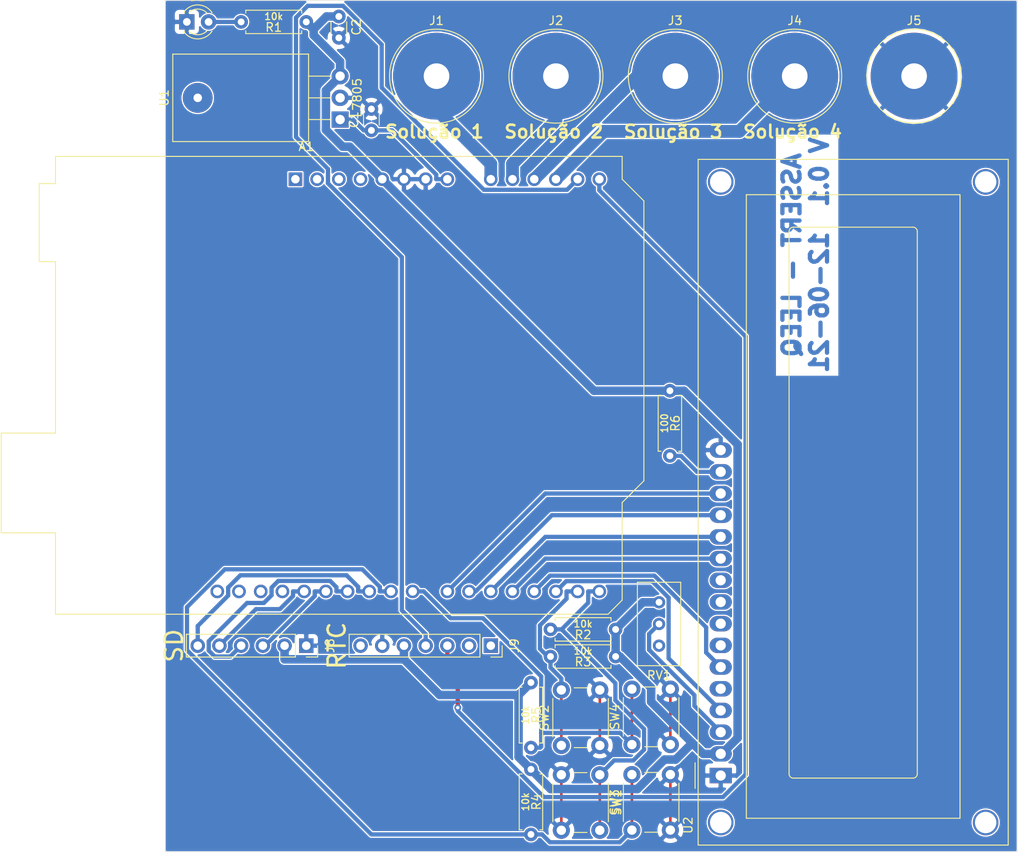
<source format=kicad_pcb>
(kicad_pcb (version 20171130) (host pcbnew "(5.1.9)-1")

  (general
    (thickness 1.6)
    (drawings 5)
    (tracks 195)
    (zones 0)
    (modules 24)
    (nets 41)
  )

  (page A4)
  (layers
    (0 F.Cu signal)
    (31 B.Cu signal)
    (32 B.Adhes user hide)
    (33 F.Adhes user hide)
    (34 B.Paste user hide)
    (35 F.Paste user hide)
    (36 B.SilkS user hide)
    (37 F.SilkS user hide)
    (38 B.Mask user hide)
    (39 F.Mask user hide)
    (40 Dwgs.User user hide)
    (41 Cmts.User user hide)
    (42 Eco1.User user hide)
    (43 Eco2.User user hide)
    (44 Edge.Cuts user)
    (45 Margin user)
    (46 B.CrtYd user)
    (47 F.CrtYd user)
    (48 B.Fab user hide)
    (49 F.Fab user)
  )

  (setup
    (last_trace_width 0.5)
    (user_trace_width 0.3)
    (user_trace_width 0.5)
    (user_trace_width 0.8)
    (user_trace_width 1)
    (user_trace_width 1.5)
    (user_trace_width 2)
    (user_trace_width 2.5)
    (user_trace_width 3)
    (trace_clearance 0.15)
    (zone_clearance 0.05)
    (zone_45_only no)
    (trace_min 0.2)
    (via_size 0.8)
    (via_drill 0.4)
    (via_min_size 0.4)
    (via_min_drill 0.3)
    (uvia_size 0.3)
    (uvia_drill 0.1)
    (uvias_allowed no)
    (uvia_min_size 0.2)
    (uvia_min_drill 0.1)
    (edge_width 0.05)
    (segment_width 0.2)
    (pcb_text_width 0.3)
    (pcb_text_size 1.5 1.5)
    (mod_edge_width 0.12)
    (mod_text_size 1 1)
    (mod_text_width 0.15)
    (pad_size 10.16 10.16)
    (pad_drill 3)
    (pad_to_mask_clearance 0)
    (aux_axis_origin 0 0)
    (grid_origin 58.42 156.21)
    (visible_elements 7FFFFFFF)
    (pcbplotparams
      (layerselection 0x01000_fffffffe)
      (usegerberextensions false)
      (usegerberattributes true)
      (usegerberadvancedattributes true)
      (creategerberjobfile true)
      (excludeedgelayer true)
      (linewidth 0.100000)
      (plotframeref false)
      (viasonmask false)
      (mode 1)
      (useauxorigin false)
      (hpglpennumber 1)
      (hpglpenspeed 20)
      (hpglpendiameter 15.000000)
      (psnegative false)
      (psa4output false)
      (plotreference true)
      (plotvalue true)
      (plotinvisibletext false)
      (padsonsilk false)
      (subtractmaskfromsilk false)
      (outputformat 1)
      (mirror false)
      (drillshape 0)
      (scaleselection 1)
      (outputdirectory "gerber/"))
  )

  (net 0 "")
  (net 1 /menos)
  (net 2 /mais)
  (net 3 "Net-(A1-Pad30)")
  (net 4 /scl)
  (net 5 GNDREF)
  (net 6 /sda)
  (net 7 /sck)
  (net 8 /s4)
  (net 9 /miso)
  (net 10 /s3)
  (net 11 /mosi)
  (net 12 /s2)
  (net 13 /cs)
  (net 14 /s1)
  (net 15 /selecionar)
  (net 16 /vin)
  (net 17 /cancelar)
  (net 18 /db7)
  (net 19 /db6)
  (net 20 /db5)
  (net 21 "Net-(A1-Pad4)")
  (net 22 /db4)
  (net 23 "Net-(A1-Pad3)")
  (net 24 /rs)
  (net 25 "Net-(A1-Pad2)")
  (net 26 /e)
  (net 27 "Net-(A1-Pad1)")
  (net 28 "Net-(A1-Pad31)")
  (net 29 "Net-(A1-Pad32)")
  (net 30 /5v)
  (net 31 "Net-(D1-Pad2)")
  (net 32 /bat)
  (net 33 /ds)
  (net 34 /sq)
  (net 35 "Net-(R6-Pad2)")
  (net 36 "Net-(RV1-Pad2)")
  (net 37 "Net-(U2-Pad7)")
  (net 38 "Net-(U2-Pad8)")
  (net 39 "Net-(U2-Pad9)")
  (net 40 "Net-(U2-Pad10)")

  (net_class Default "This is the default net class."
    (clearance 0.15)
    (trace_width 0.5)
    (via_dia 0.8)
    (via_drill 0.4)
    (uvia_dia 0.3)
    (uvia_drill 0.1)
    (add_net /bat)
    (add_net /cancelar)
    (add_net /cs)
    (add_net /db4)
    (add_net /db5)
    (add_net /db6)
    (add_net /db7)
    (add_net /ds)
    (add_net /e)
    (add_net /mais)
    (add_net /menos)
    (add_net /miso)
    (add_net /mosi)
    (add_net /rs)
    (add_net /sck)
    (add_net /scl)
    (add_net /sda)
    (add_net /selecionar)
    (add_net /sq)
    (add_net /vin)
    (add_net GNDREF)
    (add_net "Net-(A1-Pad1)")
    (add_net "Net-(A1-Pad2)")
    (add_net "Net-(A1-Pad3)")
    (add_net "Net-(A1-Pad30)")
    (add_net "Net-(A1-Pad31)")
    (add_net "Net-(A1-Pad32)")
    (add_net "Net-(A1-Pad4)")
    (add_net "Net-(D1-Pad2)")
    (add_net "Net-(R6-Pad2)")
    (add_net "Net-(RV1-Pad2)")
    (add_net "Net-(U2-Pad10)")
    (add_net "Net-(U2-Pad7)")
    (add_net "Net-(U2-Pad8)")
    (add_net "Net-(U2-Pad9)")
  )

  (net_class opcao1 ""
    (clearance 0.15)
    (trace_width 0.5)
    (via_dia 0.8)
    (via_drill 0.4)
    (uvia_dia 0.3)
    (uvia_drill 0.1)
  )

  (net_class opcao2 ""
    (clearance 0.15)
    (trace_width 0.8)
    (via_dia 0.8)
    (via_drill 0.4)
    (uvia_dia 0.3)
    (uvia_drill 0.1)
  )

  (net_class opcao3 ""
    (clearance 0.15)
    (trace_width 1)
    (via_dia 0.8)
    (via_drill 0.4)
    (uvia_dia 0.3)
    (uvia_drill 0.1)
    (add_net /5v)
  )

  (net_class opcao4 ""
    (clearance 0.15)
    (trace_width 1.5)
    (via_dia 0.8)
    (via_drill 0.4)
    (uvia_dia 0.3)
    (uvia_drill 0.1)
    (add_net /s1)
    (add_net /s2)
    (add_net /s3)
    (add_net /s4)
  )

  (module Display:WC1602A (layer F.Cu) (tedit 5A02FE80) (tstamp 60C512D8)
    (at 123.42 121.25 90)
    (descr "LCD 16x2 http://www.wincomlcd.com/pdf/WC1602A-SFYLYHTC06.pdf")
    (tags "LCD 16x2 Alphanumeric 16pin")
    (path /60C27152)
    (fp_text reference U2 (at -5.82 -3.81 90) (layer F.SilkS)
      (effects (font (size 1 1) (thickness 0.15)))
    )
    (fp_text value LCD-016N002L (at -4.31 34.66 90) (layer F.Fab)
      (effects (font (size 1 1) (thickness 0.15)))
    )
    (fp_line (start -8.14 33.64) (end 72.14 33.64) (layer F.SilkS) (width 0.12))
    (fp_line (start 72.14 33.64) (end 72.14 -2.64) (layer F.SilkS) (width 0.12))
    (fp_line (start 72.14 -2.64) (end -7.34 -2.64) (layer F.SilkS) (width 0.12))
    (fp_line (start -8.14 -2.64) (end -8.14 33.64) (layer F.SilkS) (width 0.12))
    (fp_line (start -8.13 -2.64) (end -7.34 -2.64) (layer F.SilkS) (width 0.12))
    (fp_line (start -8.25 -2.75) (end -8.25 33.75) (layer F.CrtYd) (width 0.05))
    (fp_line (start -8.25 33.75) (end 72.25 33.75) (layer F.CrtYd) (width 0.05))
    (fp_line (start 72.25 -2.75) (end 72.25 33.75) (layer F.CrtYd) (width 0.05))
    (fp_line (start -1.5 -3) (end 1.5 -3) (layer F.SilkS) (width 0.12))
    (fp_line (start -8.25 -2.75) (end 72.25 -2.75) (layer F.CrtYd) (width 0.05))
    (fp_line (start 1 -2.5) (end 0 -1.5) (layer F.Fab) (width 0.1))
    (fp_line (start 0 -1.5) (end -1 -2.5) (layer F.Fab) (width 0.1))
    (fp_line (start -1 -2.5) (end -8 -2.5) (layer F.Fab) (width 0.1))
    (fp_line (start 0.2 8) (end 63.7 8) (layer F.SilkS) (width 0.12))
    (fp_line (start -0.29972 22.49932) (end -0.29972 8.5) (layer F.SilkS) (width 0.12))
    (fp_line (start 63.70066 23) (end 0.2 23) (layer F.SilkS) (width 0.12))
    (fp_line (start 64.2 8.5) (end 64.2 22.5) (layer F.SilkS) (width 0.12))
    (fp_line (start -5 3) (end 68 3) (layer F.SilkS) (width 0.12))
    (fp_line (start 68 3) (end 68 28) (layer F.SilkS) (width 0.12))
    (fp_line (start 68 28) (end -5 28) (layer F.SilkS) (width 0.12))
    (fp_line (start -5 28) (end -5 3) (layer F.SilkS) (width 0.12))
    (fp_line (start 1 -2.5) (end 72 -2.5) (layer F.Fab) (width 0.1))
    (fp_line (start 72 -2.5) (end 72 33.5) (layer F.Fab) (width 0.1))
    (fp_line (start 72 33.5) (end -8 33.5) (layer F.Fab) (width 0.1))
    (fp_line (start -8 33.5) (end -8 -2.5) (layer F.Fab) (width 0.1))
    (fp_arc (start 0.20066 8.49884) (end -0.29972 8.49884) (angle 90) (layer F.SilkS) (width 0.12))
    (fp_arc (start 0.20066 22.49932) (end 0.20066 22.9997) (angle 90) (layer F.SilkS) (width 0.12))
    (fp_arc (start 63.70066 22.49932) (end 64.20104 22.49932) (angle 90) (layer F.SilkS) (width 0.12))
    (fp_arc (start 63.7 8.5) (end 63.7 8) (angle 90) (layer F.SilkS) (width 0.12))
    (fp_text user %R (at 30.37 14.74 90) (layer F.Fab)
      (effects (font (size 1 1) (thickness 0.1)))
    )
    (pad "" thru_hole circle (at 69.5 0 90) (size 3 3) (drill 2.5) (layers *.Cu *.Mask))
    (pad "" thru_hole circle (at 69.49948 31.0007 90) (size 3 3) (drill 2.5) (layers *.Cu *.Mask))
    (pad "" thru_hole circle (at -5.4991 31.0007 90) (size 3 3) (drill 2.5) (layers *.Cu *.Mask))
    (pad "" thru_hole circle (at -5.4991 0 90) (size 3 3) (drill 2.5) (layers *.Cu *.Mask))
    (pad 16 thru_hole oval (at 38.1 0 90) (size 1.8 2.6) (drill 1.2) (layers *.Cu *.Mask)
      (net 5 GNDREF))
    (pad 15 thru_hole oval (at 35.56 0 90) (size 1.8 2.6) (drill 1.2) (layers *.Cu *.Mask)
      (net 35 "Net-(R6-Pad2)"))
    (pad 14 thru_hole oval (at 33.02 0 90) (size 1.8 2.6) (drill 1.2) (layers *.Cu *.Mask)
      (net 18 /db7))
    (pad 13 thru_hole oval (at 30.48 0 90) (size 1.8 2.6) (drill 1.2) (layers *.Cu *.Mask)
      (net 19 /db6))
    (pad 12 thru_hole oval (at 27.94 0 90) (size 1.8 2.6) (drill 1.2) (layers *.Cu *.Mask)
      (net 20 /db5))
    (pad 11 thru_hole oval (at 25.4 0 90) (size 1.8 2.6) (drill 1.2) (layers *.Cu *.Mask)
      (net 22 /db4))
    (pad 10 thru_hole oval (at 22.86 0 90) (size 1.8 2.6) (drill 1.2) (layers *.Cu *.Mask)
      (net 40 "Net-(U2-Pad10)"))
    (pad 9 thru_hole oval (at 20.32 0 90) (size 1.8 2.6) (drill 1.2) (layers *.Cu *.Mask)
      (net 39 "Net-(U2-Pad9)"))
    (pad 8 thru_hole oval (at 17.78 0 90) (size 1.8 2.6) (drill 1.2) (layers *.Cu *.Mask)
      (net 38 "Net-(U2-Pad8)"))
    (pad 7 thru_hole oval (at 15.24 0 90) (size 1.8 2.6) (drill 1.2) (layers *.Cu *.Mask)
      (net 37 "Net-(U2-Pad7)"))
    (pad 6 thru_hole oval (at 12.7 0 90) (size 1.8 2.6) (drill 1.2) (layers *.Cu *.Mask)
      (net 26 /e))
    (pad 5 thru_hole oval (at 10.16 0 90) (size 1.8 2.6) (drill 1.2) (layers *.Cu *.Mask)
      (net 5 GNDREF))
    (pad 4 thru_hole oval (at 7.62 0 90) (size 1.8 2.6) (drill 1.2) (layers *.Cu *.Mask)
      (net 24 /rs))
    (pad 3 thru_hole oval (at 5.08 0 90) (size 1.8 2.6) (drill 1.2) (layers *.Cu *.Mask)
      (net 36 "Net-(RV1-Pad2)"))
    (pad 2 thru_hole oval (at 2.54 0 90) (size 1.8 2.6) (drill 1.2) (layers *.Cu *.Mask)
      (net 30 /5v))
    (pad 1 thru_hole rect (at 0 0 90) (size 1.8 2.6) (drill 1.2) (layers *.Cu *.Mask)
      (net 5 GNDREF))
    (model ${KISYS3DMOD}/Display.3dshapes/WC1602A.wrl
      (at (xyz 0 0 0))
      (scale (xyz 1 1 1))
      (rotate (xyz 0 0 0))
    )
  )

  (module Connector:Banana_Jack_1Pin (layer F.Cu) (tedit 60C4B460) (tstamp 60C522F8)
    (at 146.05 39.37)
    (descr "Single banana socket, footprint - 6mm drill")
    (tags "banana socket")
    (path /60C6C716)
    (fp_text reference J5 (at 0 -6.5) (layer F.SilkS)
      (effects (font (size 1 1) (thickness 0.15)))
    )
    (fp_text value GND (at -0.25 6.5) (layer F.Fab)
      (effects (font (size 1 1) (thickness 0.15)))
    )
    (fp_circle (center 0 0) (end 5.75 0) (layer F.CrtYd) (width 0.05))
    (fp_circle (center 0 0) (end 2 0) (layer F.Fab) (width 0.1))
    (fp_circle (center 0 0) (end 4.85 0.05) (layer F.Fab) (width 0.1))
    (fp_circle (center 0 0) (end 5.5 0) (layer F.SilkS) (width 0.12))
    (fp_text user %R (at 0 0) (layer F.Fab)
      (effects (font (size 0.8 0.8) (thickness 0.12)))
    )
    (pad 1 thru_hole circle (at 0 0) (size 10.16 10.16) (drill 3) (layers *.Cu *.Mask)
      (net 5 GNDREF))
    (model ${KISYS3DMOD}/Connector.3dshapes/Banana_Jack_1Pin.wrl
      (at (xyz 0 0 0))
      (scale (xyz 2 2 2))
      (rotate (xyz 0 0 0))
    )
  )

  (module Connector:Banana_Jack_1Pin (layer F.Cu) (tedit 60C4B48B) (tstamp 60C2C207)
    (at 132.08 39.37)
    (descr "Single banana socket, footprint - 6mm drill")
    (tags "banana socket")
    (path /60C488D7)
    (fp_text reference J4 (at 0 -6.5) (layer F.SilkS)
      (effects (font (size 1 1) (thickness 0.15)))
    )
    (fp_text value "Solução 4" (at -0.25 6.5) (layer F.SilkS)
      (effects (font (size 1.5 1.5) (thickness 0.3)))
    )
    (fp_circle (center 0 0) (end 5.5 0) (layer F.SilkS) (width 0.12))
    (fp_circle (center 0 0) (end 4.85 0.05) (layer F.Fab) (width 0.1))
    (fp_circle (center 0 0) (end 2 0) (layer F.Fab) (width 0.1))
    (fp_circle (center 0 0) (end 5.75 0) (layer F.CrtYd) (width 0.05))
    (fp_text user %R (at 0 0) (layer F.Fab)
      (effects (font (size 0.8 0.8) (thickness 0.12)))
    )
    (pad 1 thru_hole circle (at 0 0) (size 10.16 10.16) (drill 3) (layers *.Cu *.Mask)
      (net 8 /s4))
    (model ${KISYS3DMOD}/Connector.3dshapes/Banana_Jack_1Pin.wrl
      (at (xyz 0 0 0))
      (scale (xyz 2 2 2))
      (rotate (xyz 0 0 0))
    )
  )

  (module Module:Arduino_UNO_R3 (layer F.Cu) (tedit 58AB60FC) (tstamp 60C2C329)
    (at 73.66 51.435)
    (descr "Arduino UNO R3, http://www.mouser.com/pdfdocs/Gravitech_Arduino_Nano3_0.pdf")
    (tags "Arduino UNO R3")
    (path /60C9BEE1)
    (fp_text reference A1 (at 1.27 -3.81 180) (layer F.SilkS)
      (effects (font (size 1 1) (thickness 0.15)))
    )
    (fp_text value Arduino_UNO_R3 (at 0 22.86) (layer F.Fab)
      (effects (font (size 1 1) (thickness 0.15)))
    )
    (fp_line (start -27.94 -2.54) (end 38.1 -2.54) (layer F.Fab) (width 0.1))
    (fp_line (start -27.94 50.8) (end -27.94 -2.54) (layer F.Fab) (width 0.1))
    (fp_line (start 36.58 50.8) (end -27.94 50.8) (layer F.Fab) (width 0.1))
    (fp_line (start 38.1 49.28) (end 36.58 50.8) (layer F.Fab) (width 0.1))
    (fp_line (start 38.1 0) (end 40.64 2.54) (layer F.Fab) (width 0.1))
    (fp_line (start 38.1 -2.54) (end 38.1 0) (layer F.Fab) (width 0.1))
    (fp_line (start 40.64 35.31) (end 38.1 37.85) (layer F.Fab) (width 0.1))
    (fp_line (start 40.64 2.54) (end 40.64 35.31) (layer F.Fab) (width 0.1))
    (fp_line (start 38.1 37.85) (end 38.1 49.28) (layer F.Fab) (width 0.1))
    (fp_line (start -29.84 9.53) (end -29.84 0.64) (layer F.Fab) (width 0.1))
    (fp_line (start -16.51 9.53) (end -29.84 9.53) (layer F.Fab) (width 0.1))
    (fp_line (start -16.51 0.64) (end -16.51 9.53) (layer F.Fab) (width 0.1))
    (fp_line (start -29.84 0.64) (end -16.51 0.64) (layer F.Fab) (width 0.1))
    (fp_line (start -34.29 41.27) (end -34.29 29.84) (layer F.Fab) (width 0.1))
    (fp_line (start -18.41 41.27) (end -34.29 41.27) (layer F.Fab) (width 0.1))
    (fp_line (start -18.41 29.84) (end -18.41 41.27) (layer F.Fab) (width 0.1))
    (fp_line (start -34.29 29.84) (end -18.41 29.84) (layer F.Fab) (width 0.1))
    (fp_line (start 38.23 37.85) (end 40.77 35.31) (layer F.SilkS) (width 0.12))
    (fp_line (start 38.23 49.28) (end 38.23 37.85) (layer F.SilkS) (width 0.12))
    (fp_line (start 36.58 50.93) (end 38.23 49.28) (layer F.SilkS) (width 0.12))
    (fp_line (start -28.07 50.93) (end 36.58 50.93) (layer F.SilkS) (width 0.12))
    (fp_line (start -28.07 41.4) (end -28.07 50.93) (layer F.SilkS) (width 0.12))
    (fp_line (start -34.42 41.4) (end -28.07 41.4) (layer F.SilkS) (width 0.12))
    (fp_line (start -34.42 29.72) (end -34.42 41.4) (layer F.SilkS) (width 0.12))
    (fp_line (start -28.07 29.72) (end -34.42 29.72) (layer F.SilkS) (width 0.12))
    (fp_line (start -28.07 9.65) (end -28.07 29.72) (layer F.SilkS) (width 0.12))
    (fp_line (start -29.97 9.65) (end -28.07 9.65) (layer F.SilkS) (width 0.12))
    (fp_line (start -29.97 0.51) (end -29.97 9.65) (layer F.SilkS) (width 0.12))
    (fp_line (start -28.07 0.51) (end -29.97 0.51) (layer F.SilkS) (width 0.12))
    (fp_line (start -28.07 -2.67) (end -28.07 0.51) (layer F.SilkS) (width 0.12))
    (fp_line (start 38.23 -2.67) (end -28.07 -2.67) (layer F.SilkS) (width 0.12))
    (fp_line (start 38.23 0) (end 38.23 -2.67) (layer F.SilkS) (width 0.12))
    (fp_line (start 40.77 2.54) (end 38.23 0) (layer F.SilkS) (width 0.12))
    (fp_line (start 40.77 35.31) (end 40.77 2.54) (layer F.SilkS) (width 0.12))
    (fp_line (start -28.19 -2.79) (end 38.35 -2.79) (layer F.CrtYd) (width 0.05))
    (fp_line (start -28.19 0.38) (end -28.19 -2.79) (layer F.CrtYd) (width 0.05))
    (fp_line (start -30.1 0.38) (end -28.19 0.38) (layer F.CrtYd) (width 0.05))
    (fp_line (start -30.1 9.78) (end -30.1 0.38) (layer F.CrtYd) (width 0.05))
    (fp_line (start -28.19 9.78) (end -30.1 9.78) (layer F.CrtYd) (width 0.05))
    (fp_line (start -28.19 29.59) (end -28.19 9.78) (layer F.CrtYd) (width 0.05))
    (fp_line (start -34.54 29.59) (end -28.19 29.59) (layer F.CrtYd) (width 0.05))
    (fp_line (start -34.54 41.53) (end -34.54 29.59) (layer F.CrtYd) (width 0.05))
    (fp_line (start -28.19 41.53) (end -34.54 41.53) (layer F.CrtYd) (width 0.05))
    (fp_line (start -28.19 51.05) (end -28.19 41.53) (layer F.CrtYd) (width 0.05))
    (fp_line (start 36.58 51.05) (end -28.19 51.05) (layer F.CrtYd) (width 0.05))
    (fp_line (start 38.35 49.28) (end 36.58 51.05) (layer F.CrtYd) (width 0.05))
    (fp_line (start 38.35 37.85) (end 38.35 49.28) (layer F.CrtYd) (width 0.05))
    (fp_line (start 40.89 35.31) (end 38.35 37.85) (layer F.CrtYd) (width 0.05))
    (fp_line (start 40.89 2.54) (end 40.89 35.31) (layer F.CrtYd) (width 0.05))
    (fp_line (start 38.35 0) (end 40.89 2.54) (layer F.CrtYd) (width 0.05))
    (fp_line (start 38.35 -2.79) (end 38.35 0) (layer F.CrtYd) (width 0.05))
    (fp_text user %R (at 0 20.32 180) (layer F.Fab)
      (effects (font (size 1 1) (thickness 0.15)))
    )
    (pad 16 thru_hole oval (at 33.02 48.26 90) (size 1.6 1.6) (drill 1) (layers *.Cu *.Mask)
      (net 1 /menos))
    (pad 15 thru_hole oval (at 35.56 48.26 90) (size 1.6 1.6) (drill 1) (layers *.Cu *.Mask)
      (net 2 /mais))
    (pad 30 thru_hole oval (at -4.06 48.26 90) (size 1.6 1.6) (drill 1) (layers *.Cu *.Mask)
      (net 3 "Net-(A1-Pad30)"))
    (pad 14 thru_hole oval (at 35.56 0 90) (size 1.6 1.6) (drill 1) (layers *.Cu *.Mask)
      (net 4 /scl))
    (pad 29 thru_hole oval (at -1.52 48.26 90) (size 1.6 1.6) (drill 1) (layers *.Cu *.Mask)
      (net 5 GNDREF))
    (pad 13 thru_hole oval (at 33.02 0 90) (size 1.6 1.6) (drill 1) (layers *.Cu *.Mask)
      (net 6 /sda))
    (pad 28 thru_hole oval (at 1.02 48.26 90) (size 1.6 1.6) (drill 1) (layers *.Cu *.Mask)
      (net 7 /sck))
    (pad 12 thru_hole oval (at 30.48 0 90) (size 1.6 1.6) (drill 1) (layers *.Cu *.Mask)
      (net 8 /s4))
    (pad 27 thru_hole oval (at 3.56 48.26 90) (size 1.6 1.6) (drill 1) (layers *.Cu *.Mask)
      (net 9 /miso))
    (pad 11 thru_hole oval (at 27.94 0 90) (size 1.6 1.6) (drill 1) (layers *.Cu *.Mask)
      (net 10 /s3))
    (pad 26 thru_hole oval (at 6.1 48.26 90) (size 1.6 1.6) (drill 1) (layers *.Cu *.Mask)
      (net 11 /mosi))
    (pad 10 thru_hole oval (at 25.4 0 90) (size 1.6 1.6) (drill 1) (layers *.Cu *.Mask)
      (net 12 /s2))
    (pad 25 thru_hole oval (at 8.64 48.26 90) (size 1.6 1.6) (drill 1) (layers *.Cu *.Mask)
      (net 13 /cs))
    (pad 9 thru_hole oval (at 22.86 0 90) (size 1.6 1.6) (drill 1) (layers *.Cu *.Mask)
      (net 14 /s1))
    (pad 24 thru_hole oval (at 11.18 48.26 90) (size 1.6 1.6) (drill 1) (layers *.Cu *.Mask)
      (net 15 /selecionar))
    (pad 8 thru_hole oval (at 17.78 0 90) (size 1.6 1.6) (drill 1) (layers *.Cu *.Mask)
      (net 16 /vin))
    (pad 23 thru_hole oval (at 13.72 48.26 90) (size 1.6 1.6) (drill 1) (layers *.Cu *.Mask)
      (net 17 /cancelar))
    (pad 7 thru_hole oval (at 15.24 0 90) (size 1.6 1.6) (drill 1) (layers *.Cu *.Mask)
      (net 5 GNDREF))
    (pad 22 thru_hole oval (at 17.78 48.26 90) (size 1.6 1.6) (drill 1) (layers *.Cu *.Mask)
      (net 18 /db7))
    (pad 6 thru_hole oval (at 12.7 0 90) (size 1.6 1.6) (drill 1) (layers *.Cu *.Mask)
      (net 5 GNDREF))
    (pad 21 thru_hole oval (at 20.32 48.26 90) (size 1.6 1.6) (drill 1) (layers *.Cu *.Mask)
      (net 19 /db6))
    (pad 5 thru_hole oval (at 10.16 0 90) (size 1.6 1.6) (drill 1) (layers *.Cu *.Mask)
      (net 30 /5v))
    (pad 20 thru_hole oval (at 22.86 48.26 90) (size 1.6 1.6) (drill 1) (layers *.Cu *.Mask)
      (net 20 /db5))
    (pad 4 thru_hole oval (at 7.62 0 90) (size 1.6 1.6) (drill 1) (layers *.Cu *.Mask)
      (net 21 "Net-(A1-Pad4)"))
    (pad 19 thru_hole oval (at 25.4 48.26 90) (size 1.6 1.6) (drill 1) (layers *.Cu *.Mask)
      (net 22 /db4))
    (pad 3 thru_hole oval (at 5.08 0 90) (size 1.6 1.6) (drill 1) (layers *.Cu *.Mask)
      (net 23 "Net-(A1-Pad3)"))
    (pad 18 thru_hole oval (at 27.94 48.26 90) (size 1.6 1.6) (drill 1) (layers *.Cu *.Mask)
      (net 26 /e))
    (pad 2 thru_hole oval (at 2.54 0 90) (size 1.6 1.6) (drill 1) (layers *.Cu *.Mask)
      (net 25 "Net-(A1-Pad2)"))
    (pad 17 thru_hole oval (at 30.48 48.26 90) (size 1.6 1.6) (drill 1) (layers *.Cu *.Mask)
      (net 24 /rs))
    (pad 1 thru_hole rect (at 0 0 90) (size 1.6 1.6) (drill 1) (layers *.Cu *.Mask)
      (net 27 "Net-(A1-Pad1)"))
    (pad 31 thru_hole oval (at -6.6 48.26 90) (size 1.6 1.6) (drill 1) (layers *.Cu *.Mask)
      (net 28 "Net-(A1-Pad31)"))
    (pad 32 thru_hole oval (at -9.14 48.26 90) (size 1.6 1.6) (drill 1) (layers *.Cu *.Mask)
      (net 29 "Net-(A1-Pad32)"))
    (model ${KISYS3DMOD}/Module.3dshapes/Arduino_UNO_R3.wrl
      (at (xyz 0 0 0))
      (scale (xyz 1 1 1))
      (rotate (xyz 0 0 0))
    )
  )

  (module Connector_PinSocket_2.54mm:PinSocket_1x07_P2.54mm_Vertical (layer F.Cu) (tedit 5A19A433) (tstamp 60C37376)
    (at 96.52 106.045 270)
    (descr "Through hole straight socket strip, 1x07, 2.54mm pitch, single row (from Kicad 4.0.7), script generated")
    (tags "Through hole socket strip THT 1x07 2.54mm single row")
    (path /60C13D03)
    (fp_text reference J9 (at 0 -2.77 90) (layer F.SilkS)
      (effects (font (size 1 1) (thickness 0.15)))
    )
    (fp_text value RTC (at 0 18.01 90) (layer F.SilkS)
      (effects (font (size 2 2) (thickness 0.3)))
    )
    (fp_line (start -1.8 17) (end -1.8 -1.8) (layer F.CrtYd) (width 0.05))
    (fp_line (start 1.75 17) (end -1.8 17) (layer F.CrtYd) (width 0.05))
    (fp_line (start 1.75 -1.8) (end 1.75 17) (layer F.CrtYd) (width 0.05))
    (fp_line (start -1.8 -1.8) (end 1.75 -1.8) (layer F.CrtYd) (width 0.05))
    (fp_line (start 0 -1.33) (end 1.33 -1.33) (layer F.SilkS) (width 0.12))
    (fp_line (start 1.33 -1.33) (end 1.33 0) (layer F.SilkS) (width 0.12))
    (fp_line (start 1.33 1.27) (end 1.33 16.57) (layer F.SilkS) (width 0.12))
    (fp_line (start -1.33 16.57) (end 1.33 16.57) (layer F.SilkS) (width 0.12))
    (fp_line (start -1.33 1.27) (end -1.33 16.57) (layer F.SilkS) (width 0.12))
    (fp_line (start -1.33 1.27) (end 1.33 1.27) (layer F.SilkS) (width 0.12))
    (fp_line (start -1.27 16.51) (end -1.27 -1.27) (layer F.Fab) (width 0.1))
    (fp_line (start 1.27 16.51) (end -1.27 16.51) (layer F.Fab) (width 0.1))
    (fp_line (start 1.27 -0.635) (end 1.27 16.51) (layer F.Fab) (width 0.1))
    (fp_line (start 0.635 -1.27) (end 1.27 -0.635) (layer F.Fab) (width 0.1))
    (fp_line (start -1.27 -1.27) (end 0.635 -1.27) (layer F.Fab) (width 0.1))
    (fp_text user %R (at 0 7.62 180) (layer F.Fab)
      (effects (font (size 1 1) (thickness 0.15)))
    )
    (pad 7 thru_hole oval (at 0 15.24 270) (size 1.7 1.7) (drill 1) (layers *.Cu *.Mask)
      (net 32 /bat))
    (pad 6 thru_hole oval (at 0 12.7 270) (size 1.7 1.7) (drill 1) (layers *.Cu *.Mask)
      (net 5 GNDREF))
    (pad 5 thru_hole oval (at 0 10.16 270) (size 1.7 1.7) (drill 1) (layers *.Cu *.Mask)
      (net 30 /5v))
    (pad 4 thru_hole oval (at 0 7.62 270) (size 1.7 1.7) (drill 1) (layers *.Cu *.Mask)
      (net 6 /sda))
    (pad 3 thru_hole oval (at 0 5.08 270) (size 1.7 1.7) (drill 1) (layers *.Cu *.Mask)
      (net 4 /scl))
    (pad 2 thru_hole oval (at 0 2.54 270) (size 1.7 1.7) (drill 1) (layers *.Cu *.Mask)
      (net 33 /ds))
    (pad 1 thru_hole rect (at 0 0 270) (size 1.7 1.7) (drill 1) (layers *.Cu *.Mask)
      (net 34 /sq))
    (model ${KISYS3DMOD}/Connector_PinSocket_2.54mm.3dshapes/PinSocket_1x07_P2.54mm_Vertical.wrl
      (at (xyz 0 0 0))
      (scale (xyz 1 1 1))
      (rotate (xyz 0 0 0))
    )
  )

  (module Package_TO_SOT_THT:TO-220-3_Horizontal_TabDown (layer F.Cu) (tedit 60C38BE4) (tstamp 60C352E9)
    (at 78.89 44.45 90)
    (descr "TO-220-3, Horizontal, RM 2.54mm, see https://www.vishay.com/docs/66542/to-220-1.pdf")
    (tags "TO-220-3 Horizontal RM 2.54mm")
    (path /60C17907)
    (fp_text reference U1 (at 2.54 -20.58 90) (layer F.SilkS)
      (effects (font (size 1 1) (thickness 0.15)))
    )
    (fp_text value L7805 (at 2.54 2 90) (layer F.SilkS)
      (effects (font (size 1 1) (thickness 0.15)))
    )
    (fp_circle (center 2.54 -16.66) (end 4.39 -16.66) (layer F.Fab) (width 0.1))
    (fp_line (start -2.46 -13.06) (end -2.46 -19.46) (layer F.Fab) (width 0.1))
    (fp_line (start -2.46 -19.46) (end 7.54 -19.46) (layer F.Fab) (width 0.1))
    (fp_line (start 7.54 -19.46) (end 7.54 -13.06) (layer F.Fab) (width 0.1))
    (fp_line (start 7.54 -13.06) (end -2.46 -13.06) (layer F.Fab) (width 0.1))
    (fp_line (start -2.46 -3.81) (end -2.46 -13.06) (layer F.Fab) (width 0.1))
    (fp_line (start -2.46 -13.06) (end 7.54 -13.06) (layer F.Fab) (width 0.1))
    (fp_line (start 7.54 -13.06) (end 7.54 -3.81) (layer F.Fab) (width 0.1))
    (fp_line (start 7.54 -3.81) (end -2.46 -3.81) (layer F.Fab) (width 0.1))
    (fp_line (start 0 -3.81) (end 0 0) (layer F.Fab) (width 0.1))
    (fp_line (start 2.54 -3.81) (end 2.54 0) (layer F.Fab) (width 0.1))
    (fp_line (start 5.08 -3.81) (end 5.08 0) (layer F.Fab) (width 0.1))
    (fp_line (start -2.58 -3.69) (end 7.66 -3.69) (layer F.SilkS) (width 0.12))
    (fp_line (start -2.58 -19.58) (end 7.66 -19.58) (layer F.SilkS) (width 0.12))
    (fp_line (start -2.58 -19.58) (end -2.58 -3.69) (layer F.SilkS) (width 0.12))
    (fp_line (start 7.66 -19.58) (end 7.66 -3.69) (layer F.SilkS) (width 0.12))
    (fp_line (start 0 -3.69) (end 0 -1.15) (layer F.SilkS) (width 0.12))
    (fp_line (start 2.54 -3.69) (end 2.54 -1.15) (layer F.SilkS) (width 0.12))
    (fp_line (start 5.08 -3.69) (end 5.08 -1.15) (layer F.SilkS) (width 0.12))
    (fp_line (start -2.71 -19.71) (end -2.71 1.25) (layer F.CrtYd) (width 0.05))
    (fp_line (start -2.71 1.25) (end 7.79 1.25) (layer F.CrtYd) (width 0.05))
    (fp_line (start 7.79 1.25) (end 7.79 -19.71) (layer F.CrtYd) (width 0.05))
    (fp_line (start 7.79 -19.71) (end -2.71 -19.71) (layer F.CrtYd) (width 0.05))
    (fp_text user %R (at 2.54 -20.58 90) (layer F.Fab)
      (effects (font (size 1 1) (thickness 0.15)))
    )
    (pad 3 thru_hole oval (at 5.08 0 90) (size 1.905 2) (drill 1.1) (layers *.Cu *.Mask)
      (net 30 /5v))
    (pad 2 thru_hole oval (at 2.54 0 90) (size 1.905 2) (drill 1.1) (layers *.Cu *.Mask)
      (net 5 GNDREF))
    (pad 1 thru_hole rect (at 0 0 90) (size 1.905 2) (drill 1.1) (layers *.Cu *.Mask)
      (net 16 /vin))
    (pad "" np_thru_hole oval (at 2.54 -16.66 90) (size 3.5 3.5) (drill 1) (layers *.Cu *.Mask))
    (model ${KISYS3DMOD}/Package_TO_SOT_THT.3dshapes/TO-220-3_Horizontal_TabDown.wrl
      (at (xyz 0 0 0))
      (scale (xyz 1 1 1))
      (rotate (xyz 0 0 0))
    )
  )

  (module Button_Switch_THT:SW_PUSH_6mm (layer F.Cu) (tedit 5A02FE31) (tstamp 60C34B50)
    (at 113.03 117.625 90)
    (descr https://www.omron.com/ecb/products/pdf/en-b3f.pdf)
    (tags "tact sw push 6mm")
    (path /60C4B4E4)
    (fp_text reference SW4 (at 3.25 -2 90) (layer F.SilkS)
      (effects (font (size 1 1) (thickness 0.15)))
    )
    (fp_text value cancelar (at 3.75 6.7 90) (layer F.Fab)
      (effects (font (size 1 1) (thickness 0.15)))
    )
    (fp_circle (center 3.25 2.25) (end 1.25 2.5) (layer F.Fab) (width 0.1))
    (fp_line (start 6.75 3) (end 6.75 1.5) (layer F.SilkS) (width 0.12))
    (fp_line (start 5.5 -1) (end 1 -1) (layer F.SilkS) (width 0.12))
    (fp_line (start -0.25 1.5) (end -0.25 3) (layer F.SilkS) (width 0.12))
    (fp_line (start 1 5.5) (end 5.5 5.5) (layer F.SilkS) (width 0.12))
    (fp_line (start 8 -1.25) (end 8 5.75) (layer F.CrtYd) (width 0.05))
    (fp_line (start 7.75 6) (end -1.25 6) (layer F.CrtYd) (width 0.05))
    (fp_line (start -1.5 5.75) (end -1.5 -1.25) (layer F.CrtYd) (width 0.05))
    (fp_line (start -1.25 -1.5) (end 7.75 -1.5) (layer F.CrtYd) (width 0.05))
    (fp_line (start -1.5 6) (end -1.25 6) (layer F.CrtYd) (width 0.05))
    (fp_line (start -1.5 5.75) (end -1.5 6) (layer F.CrtYd) (width 0.05))
    (fp_line (start -1.5 -1.5) (end -1.25 -1.5) (layer F.CrtYd) (width 0.05))
    (fp_line (start -1.5 -1.25) (end -1.5 -1.5) (layer F.CrtYd) (width 0.05))
    (fp_line (start 8 -1.5) (end 8 -1.25) (layer F.CrtYd) (width 0.05))
    (fp_line (start 7.75 -1.5) (end 8 -1.5) (layer F.CrtYd) (width 0.05))
    (fp_line (start 8 6) (end 8 5.75) (layer F.CrtYd) (width 0.05))
    (fp_line (start 7.75 6) (end 8 6) (layer F.CrtYd) (width 0.05))
    (fp_line (start 0.25 -0.75) (end 3.25 -0.75) (layer F.Fab) (width 0.1))
    (fp_line (start 0.25 5.25) (end 0.25 -0.75) (layer F.Fab) (width 0.1))
    (fp_line (start 6.25 5.25) (end 0.25 5.25) (layer F.Fab) (width 0.1))
    (fp_line (start 6.25 -0.75) (end 6.25 5.25) (layer F.Fab) (width 0.1))
    (fp_line (start 3.25 -0.75) (end 6.25 -0.75) (layer F.Fab) (width 0.1))
    (fp_text user %R (at 3.25 2.25 90) (layer F.Fab)
      (effects (font (size 1 1) (thickness 0.15)))
    )
    (pad 1 thru_hole circle (at 6.5 0 180) (size 2 2) (drill 1.1) (layers *.Cu *.Mask)
      (net 17 /cancelar))
    (pad 2 thru_hole circle (at 6.5 4.5 180) (size 2 2) (drill 1.1) (layers *.Cu *.Mask)
      (net 5 GNDREF))
    (pad 1 thru_hole circle (at 0 0 180) (size 2 2) (drill 1.1) (layers *.Cu *.Mask)
      (net 17 /cancelar))
    (pad 2 thru_hole circle (at 0 4.5 180) (size 2 2) (drill 1.1) (layers *.Cu *.Mask)
      (net 5 GNDREF))
    (model ${KISYS3DMOD}/Button_Switch_THT.3dshapes/SW_PUSH_6mm.wrl
      (at (xyz 0 0 0))
      (scale (xyz 1 1 1))
      (rotate (xyz 0 0 0))
    )
  )

  (module Button_Switch_THT:SW_PUSH_6mm (layer F.Cu) (tedit 5A02FE31) (tstamp 60C36C45)
    (at 113.03 127.635 90)
    (descr https://www.omron.com/ecb/products/pdf/en-b3f.pdf)
    (tags "tact sw push 6mm")
    (path /60C4B08D)
    (fp_text reference SW3 (at 3.25 -2 90) (layer F.SilkS)
      (effects (font (size 1 1) (thickness 0.15)))
    )
    (fp_text value selecionar (at 3.75 6.7 90) (layer F.Fab)
      (effects (font (size 1 1) (thickness 0.15)))
    )
    (fp_circle (center 3.25 2.25) (end 1.25 2.5) (layer F.Fab) (width 0.1))
    (fp_line (start 6.75 3) (end 6.75 1.5) (layer F.SilkS) (width 0.12))
    (fp_line (start 5.5 -1) (end 1 -1) (layer F.SilkS) (width 0.12))
    (fp_line (start -0.25 1.5) (end -0.25 3) (layer F.SilkS) (width 0.12))
    (fp_line (start 1 5.5) (end 5.5 5.5) (layer F.SilkS) (width 0.12))
    (fp_line (start 8 -1.25) (end 8 5.75) (layer F.CrtYd) (width 0.05))
    (fp_line (start 7.75 6) (end -1.25 6) (layer F.CrtYd) (width 0.05))
    (fp_line (start -1.5 5.75) (end -1.5 -1.25) (layer F.CrtYd) (width 0.05))
    (fp_line (start -1.25 -1.5) (end 7.75 -1.5) (layer F.CrtYd) (width 0.05))
    (fp_line (start -1.5 6) (end -1.25 6) (layer F.CrtYd) (width 0.05))
    (fp_line (start -1.5 5.75) (end -1.5 6) (layer F.CrtYd) (width 0.05))
    (fp_line (start -1.5 -1.5) (end -1.25 -1.5) (layer F.CrtYd) (width 0.05))
    (fp_line (start -1.5 -1.25) (end -1.5 -1.5) (layer F.CrtYd) (width 0.05))
    (fp_line (start 8 -1.5) (end 8 -1.25) (layer F.CrtYd) (width 0.05))
    (fp_line (start 7.75 -1.5) (end 8 -1.5) (layer F.CrtYd) (width 0.05))
    (fp_line (start 8 6) (end 8 5.75) (layer F.CrtYd) (width 0.05))
    (fp_line (start 7.75 6) (end 8 6) (layer F.CrtYd) (width 0.05))
    (fp_line (start 0.25 -0.75) (end 3.25 -0.75) (layer F.Fab) (width 0.1))
    (fp_line (start 0.25 5.25) (end 0.25 -0.75) (layer F.Fab) (width 0.1))
    (fp_line (start 6.25 5.25) (end 0.25 5.25) (layer F.Fab) (width 0.1))
    (fp_line (start 6.25 -0.75) (end 6.25 5.25) (layer F.Fab) (width 0.1))
    (fp_line (start 3.25 -0.75) (end 6.25 -0.75) (layer F.Fab) (width 0.1))
    (fp_text user %R (at 3.25 2.25 90) (layer F.Fab)
      (effects (font (size 1 1) (thickness 0.15)))
    )
    (pad 1 thru_hole circle (at 6.5 0 180) (size 2 2) (drill 1.1) (layers *.Cu *.Mask)
      (net 15 /selecionar))
    (pad 2 thru_hole circle (at 6.5 4.5 180) (size 2 2) (drill 1.1) (layers *.Cu *.Mask)
      (net 5 GNDREF))
    (pad 1 thru_hole circle (at 0 0 180) (size 2 2) (drill 1.1) (layers *.Cu *.Mask)
      (net 15 /selecionar))
    (pad 2 thru_hole circle (at 0 4.5 180) (size 2 2) (drill 1.1) (layers *.Cu *.Mask)
      (net 5 GNDREF))
    (model ${KISYS3DMOD}/Button_Switch_THT.3dshapes/SW_PUSH_6mm.wrl
      (at (xyz 0 0 0))
      (scale (xyz 1 1 1))
      (rotate (xyz 0 0 0))
    )
  )

  (module Button_Switch_THT:SW_PUSH_6mm (layer F.Cu) (tedit 5A02FE31) (tstamp 60C36AF2)
    (at 104.775 117.729 90)
    (descr https://www.omron.com/ecb/products/pdf/en-b3f.pdf)
    (tags "tact sw push 6mm")
    (path /60C4AC5C)
    (fp_text reference SW2 (at 3.25 -2 90) (layer F.SilkS)
      (effects (font (size 1 1) (thickness 0.15)))
    )
    (fp_text value menos (at 3.75 6.7 90) (layer F.Fab)
      (effects (font (size 1 1) (thickness 0.15)))
    )
    (fp_circle (center 3.25 2.25) (end 1.25 2.5) (layer F.Fab) (width 0.1))
    (fp_line (start 6.75 3) (end 6.75 1.5) (layer F.SilkS) (width 0.12))
    (fp_line (start 5.5 -1) (end 1 -1) (layer F.SilkS) (width 0.12))
    (fp_line (start -0.25 1.5) (end -0.25 3) (layer F.SilkS) (width 0.12))
    (fp_line (start 1 5.5) (end 5.5 5.5) (layer F.SilkS) (width 0.12))
    (fp_line (start 8 -1.25) (end 8 5.75) (layer F.CrtYd) (width 0.05))
    (fp_line (start 7.75 6) (end -1.25 6) (layer F.CrtYd) (width 0.05))
    (fp_line (start -1.5 5.75) (end -1.5 -1.25) (layer F.CrtYd) (width 0.05))
    (fp_line (start -1.25 -1.5) (end 7.75 -1.5) (layer F.CrtYd) (width 0.05))
    (fp_line (start -1.5 6) (end -1.25 6) (layer F.CrtYd) (width 0.05))
    (fp_line (start -1.5 5.75) (end -1.5 6) (layer F.CrtYd) (width 0.05))
    (fp_line (start -1.5 -1.5) (end -1.25 -1.5) (layer F.CrtYd) (width 0.05))
    (fp_line (start -1.5 -1.25) (end -1.5 -1.5) (layer F.CrtYd) (width 0.05))
    (fp_line (start 8 -1.5) (end 8 -1.25) (layer F.CrtYd) (width 0.05))
    (fp_line (start 7.75 -1.5) (end 8 -1.5) (layer F.CrtYd) (width 0.05))
    (fp_line (start 8 6) (end 8 5.75) (layer F.CrtYd) (width 0.05))
    (fp_line (start 7.75 6) (end 8 6) (layer F.CrtYd) (width 0.05))
    (fp_line (start 0.25 -0.75) (end 3.25 -0.75) (layer F.Fab) (width 0.1))
    (fp_line (start 0.25 5.25) (end 0.25 -0.75) (layer F.Fab) (width 0.1))
    (fp_line (start 6.25 5.25) (end 0.25 5.25) (layer F.Fab) (width 0.1))
    (fp_line (start 6.25 -0.75) (end 6.25 5.25) (layer F.Fab) (width 0.1))
    (fp_line (start 3.25 -0.75) (end 6.25 -0.75) (layer F.Fab) (width 0.1))
    (fp_text user %R (at 3.25 2.25 90) (layer F.Fab)
      (effects (font (size 1 1) (thickness 0.15)))
    )
    (pad 1 thru_hole circle (at 6.5 0 180) (size 2 2) (drill 1.1) (layers *.Cu *.Mask)
      (net 1 /menos))
    (pad 2 thru_hole circle (at 6.5 4.5 180) (size 2 2) (drill 1.1) (layers *.Cu *.Mask)
      (net 5 GNDREF))
    (pad 1 thru_hole circle (at 0 0 180) (size 2 2) (drill 1.1) (layers *.Cu *.Mask)
      (net 1 /menos))
    (pad 2 thru_hole circle (at 0 4.5 180) (size 2 2) (drill 1.1) (layers *.Cu *.Mask)
      (net 5 GNDREF))
    (model ${KISYS3DMOD}/Button_Switch_THT.3dshapes/SW_PUSH_6mm.wrl
      (at (xyz 0 0 0))
      (scale (xyz 1 1 1))
      (rotate (xyz 0 0 0))
    )
  )

  (module Button_Switch_THT:SW_PUSH_6mm (layer F.Cu) (tedit 5A02FE31) (tstamp 60C2FFF6)
    (at 109.275 121.158 270)
    (descr https://www.omron.com/ecb/products/pdf/en-b3f.pdf)
    (tags "tact sw push 6mm")
    (path /60C14E2B)
    (fp_text reference SW1 (at 3.25 -2 90) (layer F.SilkS)
      (effects (font (size 1 1) (thickness 0.15)))
    )
    (fp_text value mais (at 3.75 6.7 90) (layer F.Fab)
      (effects (font (size 1 1) (thickness 0.15)))
    )
    (fp_circle (center 3.25 2.25) (end 1.25 2.5) (layer F.Fab) (width 0.1))
    (fp_line (start 6.75 3) (end 6.75 1.5) (layer F.SilkS) (width 0.12))
    (fp_line (start 5.5 -1) (end 1 -1) (layer F.SilkS) (width 0.12))
    (fp_line (start -0.25 1.5) (end -0.25 3) (layer F.SilkS) (width 0.12))
    (fp_line (start 1 5.5) (end 5.5 5.5) (layer F.SilkS) (width 0.12))
    (fp_line (start 8 -1.25) (end 8 5.75) (layer F.CrtYd) (width 0.05))
    (fp_line (start 7.75 6) (end -1.25 6) (layer F.CrtYd) (width 0.05))
    (fp_line (start -1.5 5.75) (end -1.5 -1.25) (layer F.CrtYd) (width 0.05))
    (fp_line (start -1.25 -1.5) (end 7.75 -1.5) (layer F.CrtYd) (width 0.05))
    (fp_line (start -1.5 6) (end -1.25 6) (layer F.CrtYd) (width 0.05))
    (fp_line (start -1.5 5.75) (end -1.5 6) (layer F.CrtYd) (width 0.05))
    (fp_line (start -1.5 -1.5) (end -1.25 -1.5) (layer F.CrtYd) (width 0.05))
    (fp_line (start -1.5 -1.25) (end -1.5 -1.5) (layer F.CrtYd) (width 0.05))
    (fp_line (start 8 -1.5) (end 8 -1.25) (layer F.CrtYd) (width 0.05))
    (fp_line (start 7.75 -1.5) (end 8 -1.5) (layer F.CrtYd) (width 0.05))
    (fp_line (start 8 6) (end 8 5.75) (layer F.CrtYd) (width 0.05))
    (fp_line (start 7.75 6) (end 8 6) (layer F.CrtYd) (width 0.05))
    (fp_line (start 0.25 -0.75) (end 3.25 -0.75) (layer F.Fab) (width 0.1))
    (fp_line (start 0.25 5.25) (end 0.25 -0.75) (layer F.Fab) (width 0.1))
    (fp_line (start 6.25 5.25) (end 0.25 5.25) (layer F.Fab) (width 0.1))
    (fp_line (start 6.25 -0.75) (end 6.25 5.25) (layer F.Fab) (width 0.1))
    (fp_line (start 3.25 -0.75) (end 6.25 -0.75) (layer F.Fab) (width 0.1))
    (fp_text user %R (at 3.25 2.25 90) (layer F.Fab)
      (effects (font (size 1 1) (thickness 0.15)))
    )
    (pad 1 thru_hole circle (at 6.5 0) (size 2 2) (drill 1.1) (layers *.Cu *.Mask)
      (net 2 /mais))
    (pad 2 thru_hole circle (at 6.5 4.5) (size 2 2) (drill 1.1) (layers *.Cu *.Mask)
      (net 5 GNDREF))
    (pad 1 thru_hole circle (at 0 0) (size 2 2) (drill 1.1) (layers *.Cu *.Mask)
      (net 2 /mais))
    (pad 2 thru_hole circle (at 0 4.5) (size 2 2) (drill 1.1) (layers *.Cu *.Mask)
      (net 5 GNDREF))
    (model ${KISYS3DMOD}/Button_Switch_THT.3dshapes/SW_PUSH_6mm.wrl
      (at (xyz 0 0 0))
      (scale (xyz 1 1 1))
      (rotate (xyz 0 0 0))
    )
  )

  (module Potentiometer_THT:Potentiometer_Bourns_3386C_Horizontal (layer F.Cu) (tedit 5AA07388) (tstamp 60C3697A)
    (at 116.205 106.045 180)
    (descr "Potentiometer, horizontal, Bourns 3386C, https://www.bourns.com/pdfs/3386.pdf")
    (tags "Potentiometer horizontal Bourns 3386C")
    (path /60C29021)
    (fp_text reference RV1 (at 0 -3.475) (layer F.SilkS)
      (effects (font (size 1 1) (thickness 0.15)))
    )
    (fp_text value 10k (at 0 8.555) (layer F.Fab)
      (effects (font (size 1 1) (thickness 0.15)))
    )
    (fp_line (start 2.67 -2.48) (end -2.67 -2.48) (layer F.CrtYd) (width 0.05))
    (fp_line (start 2.67 7.56) (end 2.67 -2.48) (layer F.CrtYd) (width 0.05))
    (fp_line (start -2.67 7.56) (end 2.67 7.56) (layer F.CrtYd) (width 0.05))
    (fp_line (start -2.67 -2.48) (end -2.67 7.56) (layer F.CrtYd) (width 0.05))
    (fp_line (start -2.535 -2.345) (end -2.535 7.425) (layer F.SilkS) (width 0.12))
    (fp_line (start 2.535 -2.345) (end 2.535 7.425) (layer F.SilkS) (width 0.12))
    (fp_line (start -2.535 7.425) (end 2.535 7.425) (layer F.SilkS) (width 0.12))
    (fp_line (start -2.535 -2.345) (end 2.535 -2.345) (layer F.SilkS) (width 0.12))
    (fp_line (start -2.415 -2.225) (end 2.415 -2.225) (layer F.Fab) (width 0.1))
    (fp_line (start -2.415 7.305) (end -2.415 -2.225) (layer F.Fab) (width 0.1))
    (fp_line (start 2.415 7.305) (end -2.415 7.305) (layer F.Fab) (width 0.1))
    (fp_line (start 2.415 -2.225) (end 2.415 7.305) (layer F.Fab) (width 0.1))
    (fp_text user %R (at 0 2.54) (layer F.Fab)
      (effects (font (size 1 1) (thickness 0.15)))
    )
    (pad 1 thru_hole circle (at 0 0 180) (size 1.44 1.44) (drill 0.8) (layers *.Cu *.Mask)
      (net 5 GNDREF))
    (pad 2 thru_hole circle (at 0 2.54 180) (size 1.44 1.44) (drill 0.8) (layers *.Cu *.Mask)
      (net 36 "Net-(RV1-Pad2)"))
    (pad 3 thru_hole circle (at 0 5.08 180) (size 1.44 1.44) (drill 0.8) (layers *.Cu *.Mask)
      (net 30 /5v))
    (model ${KISYS3DMOD}/Potentiometer_THT.3dshapes/Potentiometer_Bourns_3386C_Horizontal.wrl
      (at (xyz 0 0 0))
      (scale (xyz 1 1 1))
      (rotate (xyz 0 0 0))
    )
    (model ${KISYS3DMOD}/Potentiometer_THT.3dshapes/Potentiometer_Bourns_3296W_Vertical.step
      (at (xyz 0 0 0))
      (scale (xyz 1 1 1))
      (rotate (xyz 0 0 -90))
    )
  )

  (module Resistor_THT:R_Axial_DIN0207_L6.3mm_D2.5mm_P7.62mm_Horizontal (layer F.Cu) (tedit 60BF18CE) (tstamp 60C368EC)
    (at 117.475 76.2 270)
    (descr "Resistor, Axial_DIN0207 series, Axial, Horizontal, pin pitch=7.62mm, 0.25W = 1/4W, length*diameter=6.3*2.5mm^2, http://cdn-reichelt.de/documents/datenblatt/B400/1_4W%23YAG.pdf")
    (tags "Resistor Axial_DIN0207 series Axial Horizontal pin pitch 7.62mm 0.25W = 1/4W length 6.3mm diameter 2.5mm")
    (path /60C2D08D)
    (fp_text reference R6 (at 3.81 -0.635 90) (layer F.SilkS)
      (effects (font (size 1 1) (thickness 0.15)))
    )
    (fp_text value 100 (at 3.81 0.635 90) (layer F.SilkS)
      (effects (font (size 0.8 0.8) (thickness 0.15)))
    )
    (fp_line (start 8.67 -1.5) (end -1.05 -1.5) (layer F.CrtYd) (width 0.05))
    (fp_line (start 8.67 1.5) (end 8.67 -1.5) (layer F.CrtYd) (width 0.05))
    (fp_line (start -1.05 1.5) (end 8.67 1.5) (layer F.CrtYd) (width 0.05))
    (fp_line (start -1.05 -1.5) (end -1.05 1.5) (layer F.CrtYd) (width 0.05))
    (fp_line (start 7.08 1.37) (end 7.08 1.04) (layer F.SilkS) (width 0.12))
    (fp_line (start 0.54 1.37) (end 7.08 1.37) (layer F.SilkS) (width 0.12))
    (fp_line (start 0.54 1.04) (end 0.54 1.37) (layer F.SilkS) (width 0.12))
    (fp_line (start 7.08 -1.37) (end 7.08 -1.04) (layer F.SilkS) (width 0.12))
    (fp_line (start 0.54 -1.37) (end 7.08 -1.37) (layer F.SilkS) (width 0.12))
    (fp_line (start 0.54 -1.04) (end 0.54 -1.37) (layer F.SilkS) (width 0.12))
    (fp_line (start 7.62 0) (end 6.96 0) (layer F.Fab) (width 0.1))
    (fp_line (start 0 0) (end 0.66 0) (layer F.Fab) (width 0.1))
    (fp_line (start 6.96 -1.25) (end 0.66 -1.25) (layer F.Fab) (width 0.1))
    (fp_line (start 6.96 1.25) (end 6.96 -1.25) (layer F.Fab) (width 0.1))
    (fp_line (start 0.66 1.25) (end 6.96 1.25) (layer F.Fab) (width 0.1))
    (fp_line (start 0.66 -1.25) (end 0.66 1.25) (layer F.Fab) (width 0.1))
    (fp_text user %R (at 3.81 0 90) (layer F.Fab)
      (effects (font (size 1 1) (thickness 0.15)))
    )
    (pad 2 thru_hole oval (at 7.62 0 270) (size 1.6 1.6) (drill 0.8) (layers *.Cu *.Mask)
      (net 35 "Net-(R6-Pad2)"))
    (pad 1 thru_hole circle (at 0 0 270) (size 1.6 1.6) (drill 0.8) (layers *.Cu *.Mask)
      (net 30 /5v))
    (model ${KISYS3DMOD}/Resistor_THT.3dshapes/R_Axial_DIN0207_L6.3mm_D2.5mm_P7.62mm_Horizontal.wrl
      (at (xyz 0 0 0))
      (scale (xyz 1 1 1))
      (rotate (xyz 0 0 0))
    )
  )

  (module Resistor_THT:R_Axial_DIN0207_L6.3mm_D2.5mm_P7.62mm_Horizontal (layer F.Cu) (tedit 60BF18CE) (tstamp 60C2B54A)
    (at 101.219 110.363 270)
    (descr "Resistor, Axial_DIN0207 series, Axial, Horizontal, pin pitch=7.62mm, 0.25W = 1/4W, length*diameter=6.3*2.5mm^2, http://cdn-reichelt.de/documents/datenblatt/B400/1_4W%23YAG.pdf")
    (tags "Resistor Axial_DIN0207 series Axial Horizontal pin pitch 7.62mm 0.25W = 1/4W length 6.3mm diameter 2.5mm")
    (path /60C537B2)
    (fp_text reference R5 (at 3.81 -0.635 90) (layer F.SilkS)
      (effects (font (size 1 1) (thickness 0.15)))
    )
    (fp_text value 10k (at 3.81 0.635 90) (layer F.SilkS)
      (effects (font (size 0.8 0.8) (thickness 0.15)))
    )
    (fp_line (start 8.67 -1.5) (end -1.05 -1.5) (layer F.CrtYd) (width 0.05))
    (fp_line (start 8.67 1.5) (end 8.67 -1.5) (layer F.CrtYd) (width 0.05))
    (fp_line (start -1.05 1.5) (end 8.67 1.5) (layer F.CrtYd) (width 0.05))
    (fp_line (start -1.05 -1.5) (end -1.05 1.5) (layer F.CrtYd) (width 0.05))
    (fp_line (start 7.08 1.37) (end 7.08 1.04) (layer F.SilkS) (width 0.12))
    (fp_line (start 0.54 1.37) (end 7.08 1.37) (layer F.SilkS) (width 0.12))
    (fp_line (start 0.54 1.04) (end 0.54 1.37) (layer F.SilkS) (width 0.12))
    (fp_line (start 7.08 -1.37) (end 7.08 -1.04) (layer F.SilkS) (width 0.12))
    (fp_line (start 0.54 -1.37) (end 7.08 -1.37) (layer F.SilkS) (width 0.12))
    (fp_line (start 0.54 -1.04) (end 0.54 -1.37) (layer F.SilkS) (width 0.12))
    (fp_line (start 7.62 0) (end 6.96 0) (layer F.Fab) (width 0.1))
    (fp_line (start 0 0) (end 0.66 0) (layer F.Fab) (width 0.1))
    (fp_line (start 6.96 -1.25) (end 0.66 -1.25) (layer F.Fab) (width 0.1))
    (fp_line (start 6.96 1.25) (end 6.96 -1.25) (layer F.Fab) (width 0.1))
    (fp_line (start 0.66 1.25) (end 6.96 1.25) (layer F.Fab) (width 0.1))
    (fp_line (start 0.66 -1.25) (end 0.66 1.25) (layer F.Fab) (width 0.1))
    (fp_text user %R (at 3.81 0 90) (layer F.Fab)
      (effects (font (size 1 1) (thickness 0.15)))
    )
    (pad 2 thru_hole oval (at 7.62 0 270) (size 1.6 1.6) (drill 0.8) (layers *.Cu *.Mask)
      (net 17 /cancelar))
    (pad 1 thru_hole circle (at 0 0 270) (size 1.6 1.6) (drill 0.8) (layers *.Cu *.Mask)
      (net 30 /5v))
    (model ${KISYS3DMOD}/Resistor_THT.3dshapes/R_Axial_DIN0207_L6.3mm_D2.5mm_P7.62mm_Horizontal.wrl
      (at (xyz 0 0 0))
      (scale (xyz 1 1 1))
      (rotate (xyz 0 0 0))
    )
  )

  (module Resistor_THT:R_Axial_DIN0207_L6.3mm_D2.5mm_P7.62mm_Horizontal (layer F.Cu) (tedit 60BF18CE) (tstamp 60C2EB56)
    (at 101.219 120.523 270)
    (descr "Resistor, Axial_DIN0207 series, Axial, Horizontal, pin pitch=7.62mm, 0.25W = 1/4W, length*diameter=6.3*2.5mm^2, http://cdn-reichelt.de/documents/datenblatt/B400/1_4W%23YAG.pdf")
    (tags "Resistor Axial_DIN0207 series Axial Horizontal pin pitch 7.62mm 0.25W = 1/4W length 6.3mm diameter 2.5mm")
    (path /60C53420)
    (fp_text reference R4 (at 3.81 -0.635 90) (layer F.SilkS)
      (effects (font (size 1 1) (thickness 0.15)))
    )
    (fp_text value 10k (at 3.81 0.635 90) (layer F.SilkS)
      (effects (font (size 0.8 0.8) (thickness 0.15)))
    )
    (fp_line (start 8.67 -1.5) (end -1.05 -1.5) (layer F.CrtYd) (width 0.05))
    (fp_line (start 8.67 1.5) (end 8.67 -1.5) (layer F.CrtYd) (width 0.05))
    (fp_line (start -1.05 1.5) (end 8.67 1.5) (layer F.CrtYd) (width 0.05))
    (fp_line (start -1.05 -1.5) (end -1.05 1.5) (layer F.CrtYd) (width 0.05))
    (fp_line (start 7.08 1.37) (end 7.08 1.04) (layer F.SilkS) (width 0.12))
    (fp_line (start 0.54 1.37) (end 7.08 1.37) (layer F.SilkS) (width 0.12))
    (fp_line (start 0.54 1.04) (end 0.54 1.37) (layer F.SilkS) (width 0.12))
    (fp_line (start 7.08 -1.37) (end 7.08 -1.04) (layer F.SilkS) (width 0.12))
    (fp_line (start 0.54 -1.37) (end 7.08 -1.37) (layer F.SilkS) (width 0.12))
    (fp_line (start 0.54 -1.04) (end 0.54 -1.37) (layer F.SilkS) (width 0.12))
    (fp_line (start 7.62 0) (end 6.96 0) (layer F.Fab) (width 0.1))
    (fp_line (start 0 0) (end 0.66 0) (layer F.Fab) (width 0.1))
    (fp_line (start 6.96 -1.25) (end 0.66 -1.25) (layer F.Fab) (width 0.1))
    (fp_line (start 6.96 1.25) (end 6.96 -1.25) (layer F.Fab) (width 0.1))
    (fp_line (start 0.66 1.25) (end 6.96 1.25) (layer F.Fab) (width 0.1))
    (fp_line (start 0.66 -1.25) (end 0.66 1.25) (layer F.Fab) (width 0.1))
    (fp_text user %R (at 3.81 0 90) (layer F.Fab)
      (effects (font (size 1 1) (thickness 0.15)))
    )
    (pad 2 thru_hole oval (at 7.62 0 270) (size 1.6 1.6) (drill 0.8) (layers *.Cu *.Mask)
      (net 15 /selecionar))
    (pad 1 thru_hole circle (at 0 0 270) (size 1.6 1.6) (drill 0.8) (layers *.Cu *.Mask)
      (net 30 /5v))
    (model ${KISYS3DMOD}/Resistor_THT.3dshapes/R_Axial_DIN0207_L6.3mm_D2.5mm_P7.62mm_Horizontal.wrl
      (at (xyz 0 0 0))
      (scale (xyz 1 1 1))
      (rotate (xyz 0 0 0))
    )
  )

  (module Resistor_THT:R_Axial_DIN0207_L6.3mm_D2.5mm_P7.62mm_Horizontal (layer F.Cu) (tedit 60BF18CE) (tstamp 60C2B58C)
    (at 111.125 107.315 180)
    (descr "Resistor, Axial_DIN0207 series, Axial, Horizontal, pin pitch=7.62mm, 0.25W = 1/4W, length*diameter=6.3*2.5mm^2, http://cdn-reichelt.de/documents/datenblatt/B400/1_4W%23YAG.pdf")
    (tags "Resistor Axial_DIN0207 series Axial Horizontal pin pitch 7.62mm 0.25W = 1/4W length 6.3mm diameter 2.5mm")
    (path /60C53099)
    (fp_text reference R3 (at 3.81 -0.635) (layer F.SilkS)
      (effects (font (size 1 1) (thickness 0.15)))
    )
    (fp_text value 10k (at 3.81 0.635) (layer F.SilkS)
      (effects (font (size 0.8 0.8) (thickness 0.15)))
    )
    (fp_line (start 8.67 -1.5) (end -1.05 -1.5) (layer F.CrtYd) (width 0.05))
    (fp_line (start 8.67 1.5) (end 8.67 -1.5) (layer F.CrtYd) (width 0.05))
    (fp_line (start -1.05 1.5) (end 8.67 1.5) (layer F.CrtYd) (width 0.05))
    (fp_line (start -1.05 -1.5) (end -1.05 1.5) (layer F.CrtYd) (width 0.05))
    (fp_line (start 7.08 1.37) (end 7.08 1.04) (layer F.SilkS) (width 0.12))
    (fp_line (start 0.54 1.37) (end 7.08 1.37) (layer F.SilkS) (width 0.12))
    (fp_line (start 0.54 1.04) (end 0.54 1.37) (layer F.SilkS) (width 0.12))
    (fp_line (start 7.08 -1.37) (end 7.08 -1.04) (layer F.SilkS) (width 0.12))
    (fp_line (start 0.54 -1.37) (end 7.08 -1.37) (layer F.SilkS) (width 0.12))
    (fp_line (start 0.54 -1.04) (end 0.54 -1.37) (layer F.SilkS) (width 0.12))
    (fp_line (start 7.62 0) (end 6.96 0) (layer F.Fab) (width 0.1))
    (fp_line (start 0 0) (end 0.66 0) (layer F.Fab) (width 0.1))
    (fp_line (start 6.96 -1.25) (end 0.66 -1.25) (layer F.Fab) (width 0.1))
    (fp_line (start 6.96 1.25) (end 6.96 -1.25) (layer F.Fab) (width 0.1))
    (fp_line (start 0.66 1.25) (end 6.96 1.25) (layer F.Fab) (width 0.1))
    (fp_line (start 0.66 -1.25) (end 0.66 1.25) (layer F.Fab) (width 0.1))
    (fp_text user %R (at 3.81 0) (layer F.Fab)
      (effects (font (size 1 1) (thickness 0.15)))
    )
    (pad 2 thru_hole oval (at 7.62 0 180) (size 1.6 1.6) (drill 0.8) (layers *.Cu *.Mask)
      (net 1 /menos))
    (pad 1 thru_hole circle (at 0 0 180) (size 1.6 1.6) (drill 0.8) (layers *.Cu *.Mask)
      (net 30 /5v))
    (model ${KISYS3DMOD}/Resistor_THT.3dshapes/R_Axial_DIN0207_L6.3mm_D2.5mm_P7.62mm_Horizontal.wrl
      (at (xyz 0 0 0))
      (scale (xyz 1 1 1))
      (rotate (xyz 0 0 0))
    )
  )

  (module Resistor_THT:R_Axial_DIN0207_L6.3mm_D2.5mm_P7.62mm_Horizontal (layer F.Cu) (tedit 60BF18CE) (tstamp 60C35E4E)
    (at 111.125 104.14 180)
    (descr "Resistor, Axial_DIN0207 series, Axial, Horizontal, pin pitch=7.62mm, 0.25W = 1/4W, length*diameter=6.3*2.5mm^2, http://cdn-reichelt.de/documents/datenblatt/B400/1_4W%23YAG.pdf")
    (tags "Resistor Axial_DIN0207 series Axial Horizontal pin pitch 7.62mm 0.25W = 1/4W length 6.3mm diameter 2.5mm")
    (path /60C52C4D)
    (fp_text reference R2 (at 3.81 -0.635) (layer F.SilkS)
      (effects (font (size 1 1) (thickness 0.15)))
    )
    (fp_text value 10k (at 3.81 0.635) (layer F.SilkS)
      (effects (font (size 0.8 0.8) (thickness 0.15)))
    )
    (fp_line (start 8.67 -1.5) (end -1.05 -1.5) (layer F.CrtYd) (width 0.05))
    (fp_line (start 8.67 1.5) (end 8.67 -1.5) (layer F.CrtYd) (width 0.05))
    (fp_line (start -1.05 1.5) (end 8.67 1.5) (layer F.CrtYd) (width 0.05))
    (fp_line (start -1.05 -1.5) (end -1.05 1.5) (layer F.CrtYd) (width 0.05))
    (fp_line (start 7.08 1.37) (end 7.08 1.04) (layer F.SilkS) (width 0.12))
    (fp_line (start 0.54 1.37) (end 7.08 1.37) (layer F.SilkS) (width 0.12))
    (fp_line (start 0.54 1.04) (end 0.54 1.37) (layer F.SilkS) (width 0.12))
    (fp_line (start 7.08 -1.37) (end 7.08 -1.04) (layer F.SilkS) (width 0.12))
    (fp_line (start 0.54 -1.37) (end 7.08 -1.37) (layer F.SilkS) (width 0.12))
    (fp_line (start 0.54 -1.04) (end 0.54 -1.37) (layer F.SilkS) (width 0.12))
    (fp_line (start 7.62 0) (end 6.96 0) (layer F.Fab) (width 0.1))
    (fp_line (start 0 0) (end 0.66 0) (layer F.Fab) (width 0.1))
    (fp_line (start 6.96 -1.25) (end 0.66 -1.25) (layer F.Fab) (width 0.1))
    (fp_line (start 6.96 1.25) (end 6.96 -1.25) (layer F.Fab) (width 0.1))
    (fp_line (start 0.66 1.25) (end 6.96 1.25) (layer F.Fab) (width 0.1))
    (fp_line (start 0.66 -1.25) (end 0.66 1.25) (layer F.Fab) (width 0.1))
    (fp_text user %R (at 3.81 0) (layer F.Fab)
      (effects (font (size 1 1) (thickness 0.15)))
    )
    (pad 2 thru_hole oval (at 7.62 0 180) (size 1.6 1.6) (drill 0.8) (layers *.Cu *.Mask)
      (net 2 /mais))
    (pad 1 thru_hole circle (at 0 0 180) (size 1.6 1.6) (drill 0.8) (layers *.Cu *.Mask)
      (net 30 /5v))
    (model ${KISYS3DMOD}/Resistor_THT.3dshapes/R_Axial_DIN0207_L6.3mm_D2.5mm_P7.62mm_Horizontal.wrl
      (at (xyz 0 0 0))
      (scale (xyz 1 1 1))
      (rotate (xyz 0 0 0))
    )
  )

  (module Resistor_THT:R_Axial_DIN0207_L6.3mm_D2.5mm_P7.62mm_Horizontal (layer F.Cu) (tedit 60BF18CE) (tstamp 60C2E1E5)
    (at 74.93 33.02 180)
    (descr "Resistor, Axial_DIN0207 series, Axial, Horizontal, pin pitch=7.62mm, 0.25W = 1/4W, length*diameter=6.3*2.5mm^2, http://cdn-reichelt.de/documents/datenblatt/B400/1_4W%23YAG.pdf")
    (tags "Resistor Axial_DIN0207 series Axial Horizontal pin pitch 7.62mm 0.25W = 1/4W length 6.3mm diameter 2.5mm")
    (path /60C44E0D)
    (fp_text reference R1 (at 3.81 -0.635) (layer F.SilkS)
      (effects (font (size 1 1) (thickness 0.15)))
    )
    (fp_text value 10k (at 3.81 0.635) (layer F.SilkS)
      (effects (font (size 0.8 0.8) (thickness 0.15)))
    )
    (fp_line (start 8.67 -1.5) (end -1.05 -1.5) (layer F.CrtYd) (width 0.05))
    (fp_line (start 8.67 1.5) (end 8.67 -1.5) (layer F.CrtYd) (width 0.05))
    (fp_line (start -1.05 1.5) (end 8.67 1.5) (layer F.CrtYd) (width 0.05))
    (fp_line (start -1.05 -1.5) (end -1.05 1.5) (layer F.CrtYd) (width 0.05))
    (fp_line (start 7.08 1.37) (end 7.08 1.04) (layer F.SilkS) (width 0.12))
    (fp_line (start 0.54 1.37) (end 7.08 1.37) (layer F.SilkS) (width 0.12))
    (fp_line (start 0.54 1.04) (end 0.54 1.37) (layer F.SilkS) (width 0.12))
    (fp_line (start 7.08 -1.37) (end 7.08 -1.04) (layer F.SilkS) (width 0.12))
    (fp_line (start 0.54 -1.37) (end 7.08 -1.37) (layer F.SilkS) (width 0.12))
    (fp_line (start 0.54 -1.04) (end 0.54 -1.37) (layer F.SilkS) (width 0.12))
    (fp_line (start 7.62 0) (end 6.96 0) (layer F.Fab) (width 0.1))
    (fp_line (start 0 0) (end 0.66 0) (layer F.Fab) (width 0.1))
    (fp_line (start 6.96 -1.25) (end 0.66 -1.25) (layer F.Fab) (width 0.1))
    (fp_line (start 6.96 1.25) (end 6.96 -1.25) (layer F.Fab) (width 0.1))
    (fp_line (start 0.66 1.25) (end 6.96 1.25) (layer F.Fab) (width 0.1))
    (fp_line (start 0.66 -1.25) (end 0.66 1.25) (layer F.Fab) (width 0.1))
    (fp_text user %R (at 3.81 0) (layer F.Fab)
      (effects (font (size 1 1) (thickness 0.15)))
    )
    (pad 2 thru_hole oval (at 7.62 0 180) (size 1.6 1.6) (drill 0.8) (layers *.Cu *.Mask)
      (net 31 "Net-(D1-Pad2)"))
    (pad 1 thru_hole circle (at 0 0 180) (size 1.6 1.6) (drill 0.8) (layers *.Cu *.Mask)
      (net 30 /5v))
    (model ${KISYS3DMOD}/Resistor_THT.3dshapes/R_Axial_DIN0207_L6.3mm_D2.5mm_P7.62mm_Horizontal.wrl
      (at (xyz 0 0 0))
      (scale (xyz 1 1 1))
      (rotate (xyz 0 0 0))
    )
  )

  (module Connector_PinSocket_2.54mm:PinSocket_1x06_P2.54mm_Vertical (layer F.Cu) (tedit 5A19A430) (tstamp 60C35DD9)
    (at 74.93 106.045 270)
    (descr "Through hole straight socket strip, 1x06, 2.54mm pitch, single row (from Kicad 4.0.7), script generated")
    (tags "Through hole socket strip THT 1x06 2.54mm single row")
    (path /60C424EB)
    (fp_text reference J8 (at 0 -2.77 90) (layer F.SilkS)
      (effects (font (size 1 1) (thickness 0.15)))
    )
    (fp_text value SD (at 0 15.47 90) (layer F.SilkS)
      (effects (font (size 2 2) (thickness 0.3)))
    )
    (fp_line (start -1.8 14.45) (end -1.8 -1.8) (layer F.CrtYd) (width 0.05))
    (fp_line (start 1.75 14.45) (end -1.8 14.45) (layer F.CrtYd) (width 0.05))
    (fp_line (start 1.75 -1.8) (end 1.75 14.45) (layer F.CrtYd) (width 0.05))
    (fp_line (start -1.8 -1.8) (end 1.75 -1.8) (layer F.CrtYd) (width 0.05))
    (fp_line (start 0 -1.33) (end 1.33 -1.33) (layer F.SilkS) (width 0.12))
    (fp_line (start 1.33 -1.33) (end 1.33 0) (layer F.SilkS) (width 0.12))
    (fp_line (start 1.33 1.27) (end 1.33 14.03) (layer F.SilkS) (width 0.12))
    (fp_line (start -1.33 14.03) (end 1.33 14.03) (layer F.SilkS) (width 0.12))
    (fp_line (start -1.33 1.27) (end -1.33 14.03) (layer F.SilkS) (width 0.12))
    (fp_line (start -1.33 1.27) (end 1.33 1.27) (layer F.SilkS) (width 0.12))
    (fp_line (start -1.27 13.97) (end -1.27 -1.27) (layer F.Fab) (width 0.1))
    (fp_line (start 1.27 13.97) (end -1.27 13.97) (layer F.Fab) (width 0.1))
    (fp_line (start 1.27 -0.635) (end 1.27 13.97) (layer F.Fab) (width 0.1))
    (fp_line (start 0.635 -1.27) (end 1.27 -0.635) (layer F.Fab) (width 0.1))
    (fp_line (start -1.27 -1.27) (end 0.635 -1.27) (layer F.Fab) (width 0.1))
    (fp_text user %R (at 0 6.35 180) (layer F.Fab)
      (effects (font (size 1 1) (thickness 0.15)))
    )
    (pad 6 thru_hole oval (at 0 12.7 270) (size 1.7 1.7) (drill 1) (layers *.Cu *.Mask)
      (net 13 /cs))
    (pad 5 thru_hole oval (at 0 10.16 270) (size 1.7 1.7) (drill 1) (layers *.Cu *.Mask)
      (net 7 /sck))
    (pad 4 thru_hole oval (at 0 7.62 270) (size 1.7 1.7) (drill 1) (layers *.Cu *.Mask)
      (net 11 /mosi))
    (pad 3 thru_hole oval (at 0 5.08 270) (size 1.7 1.7) (drill 1) (layers *.Cu *.Mask)
      (net 9 /miso))
    (pad 2 thru_hole oval (at 0 2.54 270) (size 1.7 1.7) (drill 1) (layers *.Cu *.Mask)
      (net 30 /5v))
    (pad 1 thru_hole rect (at 0 0 270) (size 1.7 1.7) (drill 1) (layers *.Cu *.Mask)
      (net 5 GNDREF))
    (model ${KISYS3DMOD}/Connector_PinSocket_2.54mm.3dshapes/PinSocket_1x06_P2.54mm_Vertical.wrl
      (at (xyz 0 0 0))
      (scale (xyz 1 1 1))
      (rotate (xyz 0 0 0))
    )
  )

  (module Connector:Banana_Jack_1Pin (layer F.Cu) (tedit 60C4B498) (tstamp 60C2BEB3)
    (at 118.11 39.37)
    (descr "Single banana socket, footprint - 6mm drill")
    (tags "banana socket")
    (path /60C4864C)
    (fp_text reference J3 (at 0 -6.5) (layer F.SilkS)
      (effects (font (size 1 1) (thickness 0.15)))
    )
    (fp_text value "Solução 3" (at -0.25 6.5) (layer F.SilkS)
      (effects (font (size 1.5 1.5) (thickness 0.3)))
    )
    (fp_circle (center 0 0) (end 5.5 0) (layer F.SilkS) (width 0.12))
    (fp_circle (center 0 0) (end 4.85 0.05) (layer F.Fab) (width 0.1))
    (fp_circle (center 0 0) (end 2 0) (layer F.Fab) (width 0.1))
    (fp_circle (center 0 0) (end 5.75 0) (layer F.CrtYd) (width 0.05))
    (fp_text user %R (at 0 0) (layer F.Fab)
      (effects (font (size 0.8 0.8) (thickness 0.12)))
    )
    (pad 1 thru_hole circle (at 0 0) (size 10.16 10.16) (drill 3) (layers *.Cu *.Mask)
      (net 10 /s3))
    (model ${KISYS3DMOD}/Connector.3dshapes/Banana_Jack_1Pin.wrl
      (at (xyz 0 0 0))
      (scale (xyz 2 2 2))
      (rotate (xyz 0 0 0))
    )
  )

  (module Connector:Banana_Jack_1Pin (layer F.Cu) (tedit 60C4B4A0) (tstamp 60C32481)
    (at 104.14 39.37)
    (descr "Single banana socket, footprint - 6mm drill")
    (tags "banana socket")
    (path /60C48035)
    (fp_text reference J2 (at 0 -6.5) (layer F.SilkS)
      (effects (font (size 1 1) (thickness 0.15)))
    )
    (fp_text value "Solução 2" (at -0.25 6.5) (layer F.SilkS)
      (effects (font (size 1.5 1.5) (thickness 0.3)))
    )
    (fp_circle (center 0 0) (end 5.5 0) (layer F.SilkS) (width 0.12))
    (fp_circle (center 0 0) (end 4.85 0.05) (layer F.Fab) (width 0.1))
    (fp_circle (center 0 0) (end 2 0) (layer F.Fab) (width 0.1))
    (fp_circle (center 0 0) (end 5.75 0) (layer F.CrtYd) (width 0.05))
    (fp_text user %R (at 0 0) (layer F.Fab)
      (effects (font (size 0.8 0.8) (thickness 0.12)))
    )
    (pad 1 thru_hole circle (at 0 0) (size 10.16 10.16) (drill 3) (layers *.Cu *.Mask)
      (net 12 /s2))
    (model ${KISYS3DMOD}/Connector.3dshapes/Banana_Jack_1Pin.wrl
      (at (xyz 0 0 0))
      (scale (xyz 2 2 2))
      (rotate (xyz 0 0 0))
    )
  )

  (module Connector:Banana_Jack_1Pin (layer F.Cu) (tedit 60C4B4AD) (tstamp 60C3243D)
    (at 90.17 39.37)
    (descr "Single banana socket, footprint - 6mm drill")
    (tags "banana socket")
    (path /60C16288)
    (fp_text reference J1 (at 0 -6.5) (layer F.SilkS)
      (effects (font (size 1 1) (thickness 0.15)))
    )
    (fp_text value "Solução 1" (at -0.25 6.5) (layer F.SilkS)
      (effects (font (size 1.5 1.5) (thickness 0.3)))
    )
    (fp_circle (center 0 0) (end 5.5 0) (layer F.SilkS) (width 0.12))
    (fp_circle (center 0 0) (end 4.85 0.05) (layer F.Fab) (width 0.1))
    (fp_circle (center 0 0) (end 2 0) (layer F.Fab) (width 0.1))
    (fp_circle (center 0 0) (end 5.75 0) (layer F.CrtYd) (width 0.05))
    (fp_text user %R (at 0 0) (layer F.Fab)
      (effects (font (size 0.8 0.8) (thickness 0.12)))
    )
    (pad 1 thru_hole circle (at 0 0) (size 10.16 10.16) (drill 3) (layers *.Cu *.Mask)
      (net 14 /s1))
    (model ${KISYS3DMOD}/Connector.3dshapes/Banana_Jack_1Pin.wrl
      (at (xyz 0 0 0))
      (scale (xyz 2 2 2))
      (rotate (xyz 0 0 0))
    )
  )

  (module LED_THT:LED_D3.0mm (layer F.Cu) (tedit 587A3A7B) (tstamp 60C31A73)
    (at 60.96 33.02)
    (descr "LED, diameter 3.0mm, 2 pins")
    (tags "LED diameter 3.0mm 2 pins")
    (path /60C436D5)
    (fp_text reference D1 (at 1.27 -2.96) (layer F.SilkS)
      (effects (font (size 1 1) (thickness 0.15)))
    )
    (fp_text value LED_Small (at 1.27 2.96) (layer F.Fab)
      (effects (font (size 1 1) (thickness 0.15)))
    )
    (fp_line (start 3.7 -2.25) (end -1.15 -2.25) (layer F.CrtYd) (width 0.05))
    (fp_line (start 3.7 2.25) (end 3.7 -2.25) (layer F.CrtYd) (width 0.05))
    (fp_line (start -1.15 2.25) (end 3.7 2.25) (layer F.CrtYd) (width 0.05))
    (fp_line (start -1.15 -2.25) (end -1.15 2.25) (layer F.CrtYd) (width 0.05))
    (fp_line (start -0.29 1.08) (end -0.29 1.236) (layer F.SilkS) (width 0.12))
    (fp_line (start -0.29 -1.236) (end -0.29 -1.08) (layer F.SilkS) (width 0.12))
    (fp_line (start -0.23 -1.16619) (end -0.23 1.16619) (layer F.Fab) (width 0.1))
    (fp_circle (center 1.27 0) (end 2.77 0) (layer F.Fab) (width 0.1))
    (fp_arc (start 1.27 0) (end 0.229039 1.08) (angle -87.9) (layer F.SilkS) (width 0.12))
    (fp_arc (start 1.27 0) (end 0.229039 -1.08) (angle 87.9) (layer F.SilkS) (width 0.12))
    (fp_arc (start 1.27 0) (end -0.29 1.235516) (angle -108.8) (layer F.SilkS) (width 0.12))
    (fp_arc (start 1.27 0) (end -0.29 -1.235516) (angle 108.8) (layer F.SilkS) (width 0.12))
    (fp_arc (start 1.27 0) (end -0.23 -1.16619) (angle 284.3) (layer F.Fab) (width 0.1))
    (pad 2 thru_hole circle (at 2.54 0) (size 1.8 1.8) (drill 0.9) (layers *.Cu *.Mask)
      (net 31 "Net-(D1-Pad2)"))
    (pad 1 thru_hole rect (at 0 0) (size 1.8 1.8) (drill 0.9) (layers *.Cu *.Mask)
      (net 5 GNDREF))
    (model ${KISYS3DMOD}/LED_THT.3dshapes/LED_D3.0mm.wrl
      (at (xyz 0 0 0))
      (scale (xyz 1 1 1))
      (rotate (xyz 0 0 0))
    )
  )

  (module Capacitor_THT:C_Disc_D3.0mm_W1.6mm_P2.50mm (layer F.Cu) (tedit 5AE50EF0) (tstamp 60C2B7BD)
    (at 78.74 32.385 270)
    (descr "C, Disc series, Radial, pin pitch=2.50mm, , diameter*width=3.0*1.6mm^2, Capacitor, http://www.vishay.com/docs/45233/krseries.pdf")
    (tags "C Disc series Radial pin pitch 2.50mm  diameter 3.0mm width 1.6mm Capacitor")
    (path /60C18627)
    (fp_text reference C2 (at 1.25 -2.05 90) (layer F.SilkS)
      (effects (font (size 1 1) (thickness 0.15)))
    )
    (fp_text value 0.1uF (at 1.25 2.05 90) (layer F.Fab)
      (effects (font (size 1 1) (thickness 0.15)))
    )
    (fp_line (start 3.55 -1.05) (end -1.05 -1.05) (layer F.CrtYd) (width 0.05))
    (fp_line (start 3.55 1.05) (end 3.55 -1.05) (layer F.CrtYd) (width 0.05))
    (fp_line (start -1.05 1.05) (end 3.55 1.05) (layer F.CrtYd) (width 0.05))
    (fp_line (start -1.05 -1.05) (end -1.05 1.05) (layer F.CrtYd) (width 0.05))
    (fp_line (start 0.621 0.92) (end 1.879 0.92) (layer F.SilkS) (width 0.12))
    (fp_line (start 0.621 -0.92) (end 1.879 -0.92) (layer F.SilkS) (width 0.12))
    (fp_line (start 2.75 -0.8) (end -0.25 -0.8) (layer F.Fab) (width 0.1))
    (fp_line (start 2.75 0.8) (end 2.75 -0.8) (layer F.Fab) (width 0.1))
    (fp_line (start -0.25 0.8) (end 2.75 0.8) (layer F.Fab) (width 0.1))
    (fp_line (start -0.25 -0.8) (end -0.25 0.8) (layer F.Fab) (width 0.1))
    (fp_text user %R (at 1.25 0 90) (layer F.Fab)
      (effects (font (size 0.6 0.6) (thickness 0.09)))
    )
    (pad 2 thru_hole circle (at 2.5 0 270) (size 1.6 1.6) (drill 0.8) (layers *.Cu *.Mask)
      (net 5 GNDREF))
    (pad 1 thru_hole circle (at 0 0 270) (size 1.6 1.6) (drill 0.8) (layers *.Cu *.Mask)
      (net 30 /5v))
    (model ${KISYS3DMOD}/Capacitor_THT.3dshapes/C_Disc_D3.0mm_W1.6mm_P2.50mm.wrl
      (at (xyz 0 0 0))
      (scale (xyz 1 1 1))
      (rotate (xyz 0 0 0))
    )
  )

  (module Capacitor_THT:C_Disc_D3.0mm_W1.6mm_P2.50mm (layer F.Cu) (tedit 5AE50EF0) (tstamp 60C339AE)
    (at 82.55 45.72 90)
    (descr "C, Disc series, Radial, pin pitch=2.50mm, , diameter*width=3.0*1.6mm^2, Capacitor, http://www.vishay.com/docs/45233/krseries.pdf")
    (tags "C Disc series Radial pin pitch 2.50mm  diameter 3.0mm width 1.6mm Capacitor")
    (path /60C17C2E)
    (fp_text reference C1 (at 1.25 -2.05 -90) (layer F.SilkS)
      (effects (font (size 1 1) (thickness 0.15)))
    )
    (fp_text value 0.33uF (at 1.25 2.05 -90) (layer F.Fab)
      (effects (font (size 1 1) (thickness 0.15)))
    )
    (fp_line (start 3.55 -1.05) (end -1.05 -1.05) (layer F.CrtYd) (width 0.05))
    (fp_line (start 3.55 1.05) (end 3.55 -1.05) (layer F.CrtYd) (width 0.05))
    (fp_line (start -1.05 1.05) (end 3.55 1.05) (layer F.CrtYd) (width 0.05))
    (fp_line (start -1.05 -1.05) (end -1.05 1.05) (layer F.CrtYd) (width 0.05))
    (fp_line (start 0.621 0.92) (end 1.879 0.92) (layer F.SilkS) (width 0.12))
    (fp_line (start 0.621 -0.92) (end 1.879 -0.92) (layer F.SilkS) (width 0.12))
    (fp_line (start 2.75 -0.8) (end -0.25 -0.8) (layer F.Fab) (width 0.1))
    (fp_line (start 2.75 0.8) (end 2.75 -0.8) (layer F.Fab) (width 0.1))
    (fp_line (start -0.25 0.8) (end 2.75 0.8) (layer F.Fab) (width 0.1))
    (fp_line (start -0.25 -0.8) (end -0.25 0.8) (layer F.Fab) (width 0.1))
    (fp_text user %R (at 1.25 0 -90) (layer F.Fab)
      (effects (font (size 0.6 0.6) (thickness 0.09)))
    )
    (pad 2 thru_hole circle (at 2.5 0 90) (size 1.6 1.6) (drill 0.8) (layers *.Cu *.Mask)
      (net 5 GNDREF))
    (pad 1 thru_hole circle (at 0 0 90) (size 1.6 1.6) (drill 0.8) (layers *.Cu *.Mask)
      (net 16 /vin))
    (model ${KISYS3DMOD}/Capacitor_THT.3dshapes/C_Disc_D3.0mm_W1.6mm_P2.50mm.wrl
      (at (xyz 0 0 0))
      (scale (xyz 1 1 1))
      (rotate (xyz 0 0 0))
    )
  )

  (gr_text "ASSERT - LEEQ\nV 0.1  12-06-21" (at 133.35 60.325 90) (layer B.Cu)
    (effects (font (size 2 2) (thickness 0.5)) (justify mirror))
  )
  (gr_line (start 158.115 30.48) (end 58.42 30.48) (layer Edge.Cuts) (width 0.05) (tstamp 60C2C096))
  (gr_line (start 158.115 130.175) (end 158.115 30.48) (layer Edge.Cuts) (width 0.05))
  (gr_line (start 58.42 130.175) (end 158.115 130.175) (layer Edge.Cuts) (width 0.05))
  (gr_line (start 58.42 30.48) (end 58.42 130.175) (layer Edge.Cuts) (width 0.05))

  (segment (start 106.68 99.695) (end 105.38 99.695) (width 0.5) (layer B.Cu) (net 1))
  (segment (start 103.505 107.64) (end 102.2707 106.4057) (width 0.5) (layer B.Cu) (net 1))
  (segment (start 102.2707 106.4057) (end 102.2707 103.6666) (width 0.5) (layer B.Cu) (net 1))
  (segment (start 102.2707 103.6666) (end 105.38 100.5573) (width 0.5) (layer B.Cu) (net 1))
  (segment (start 105.38 100.5573) (end 105.38 99.695) (width 0.5) (layer B.Cu) (net 1))
  (segment (start 103.505 107.64) (end 103.505 108.615) (width 0.5) (layer B.Cu) (net 1))
  (segment (start 103.505 107.315) (end 103.505 107.64) (width 0.5) (layer B.Cu) (net 1))
  (segment (start 104.775 111.229) (end 104.775 109.885) (width 0.5) (layer B.Cu) (net 1))
  (segment (start 104.775 109.885) (end 103.505 108.615) (width 0.5) (layer B.Cu) (net 1))
  (segment (start 104.775 117.729) (end 104.775 111.229) (width 0.3) (layer F.Cu) (net 1))
  (segment (start 109.275 121.158) (end 110.9529 119.4801) (width 0.5) (layer B.Cu) (net 2))
  (segment (start 110.9529 119.4801) (end 113.1958 119.4801) (width 0.5) (layer B.Cu) (net 2))
  (segment (start 113.1958 119.4801) (end 114.4563 118.2196) (width 0.5) (layer B.Cu) (net 2))
  (segment (start 114.4563 118.2196) (end 114.4563 115.8058) (width 0.5) (layer B.Cu) (net 2))
  (segment (start 114.4563 115.8058) (end 111.1006 112.4501) (width 0.5) (layer B.Cu) (net 2))
  (segment (start 111.1006 112.4501) (end 111.1006 110.4356) (width 0.5) (layer B.Cu) (net 2))
  (segment (start 111.1006 110.4356) (end 104.805 104.14) (width 0.5) (layer B.Cu) (net 2))
  (segment (start 103.505 104.14) (end 104.805 104.14) (width 0.5) (layer B.Cu) (net 2))
  (segment (start 109.22 99.695) (end 107.92 99.695) (width 0.5) (layer B.Cu) (net 2))
  (segment (start 104.805 104.14) (end 107.92 101.025) (width 0.5) (layer B.Cu) (net 2))
  (segment (start 107.92 101.025) (end 107.92 99.695) (width 0.5) (layer B.Cu) (net 2))
  (segment (start 109.275 127.658) (end 109.275 121.158) (width 0.3) (layer F.Cu) (net 2))
  (segment (start 109.22 51.435) (end 109.22 52.735) (width 0.5) (layer B.Cu) (net 4))
  (segment (start 91.44 106.045) (end 91.44 107.395) (width 0.5) (layer F.Cu) (net 4))
  (segment (start 92.6553 113.3026) (end 92.6553 113.6984) (width 0.5) (layer B.Cu) (net 4))
  (segment (start 92.6553 113.6984) (end 102.7283 123.7714) (width 0.5) (layer B.Cu) (net 4))
  (segment (start 102.7283 123.7714) (end 123.6809 123.7714) (width 0.5) (layer B.Cu) (net 4))
  (segment (start 123.6809 123.7714) (end 126.329 121.1233) (width 0.5) (layer B.Cu) (net 4))
  (segment (start 126.329 121.1233) (end 126.329 69.844) (width 0.5) (layer B.Cu) (net 4))
  (segment (start 126.329 69.844) (end 109.22 52.735) (width 0.5) (layer B.Cu) (net 4))
  (segment (start 91.44 107.395) (end 92.6553 108.6103) (width 0.5) (layer F.Cu) (net 4))
  (segment (start 92.6553 108.6103) (end 92.6553 113.3026) (width 0.5) (layer F.Cu) (net 4))
  (via (at 92.6553 113.3026) (size 0.8) (layers F.Cu B.Cu) (net 4))
  (segment (start 104.775 127.658) (end 104.775 121.158) (width 0.3) (layer F.Cu) (net 5))
  (segment (start 117.53 127.635) (end 117.53 121.135) (width 0.3) (layer F.Cu) (net 5))
  (segment (start 117.53 117.625) (end 117.53 111.125) (width 0.3) (layer F.Cu) (net 5))
  (segment (start 109.275 117.729) (end 109.275 111.229) (width 0.3) (layer F.Cu) (net 5))
  (segment (start 88.9 106.045) (end 88.9 104.695) (width 0.5) (layer B.Cu) (net 6))
  (segment (start 88.9 104.695) (end 86.11 101.905) (width 0.5) (layer B.Cu) (net 6))
  (segment (start 86.11 101.905) (end 86.11 60.5552) (width 0.5) (layer B.Cu) (net 6))
  (segment (start 86.11 60.5552) (end 77.47 51.9152) (width 0.5) (layer B.Cu) (net 6))
  (segment (start 77.47 51.9152) (end 77.47 50.2346) (width 0.5) (layer B.Cu) (net 6))
  (segment (start 77.47 50.2346) (end 73.7267 46.4913) (width 0.5) (layer B.Cu) (net 6))
  (segment (start 73.7267 46.4913) (end 73.7267 32.5108) (width 0.5) (layer B.Cu) (net 6))
  (segment (start 73.7267 32.5108) (end 75.1009 31.1366) (width 0.5) (layer B.Cu) (net 6))
  (segment (start 75.1009 31.1366) (end 79.2236 31.1366) (width 0.5) (layer B.Cu) (net 6))
  (segment (start 79.2236 31.1366) (end 83.7504 35.6634) (width 0.5) (layer B.Cu) (net 6))
  (segment (start 83.7504 35.6634) (end 83.7504 40.7144) (width 0.5) (layer B.Cu) (net 6))
  (segment (start 83.7504 40.7144) (end 95.7105 52.6745) (width 0.5) (layer B.Cu) (net 6))
  (segment (start 95.7105 52.6745) (end 105.4405 52.6745) (width 0.5) (layer B.Cu) (net 6))
  (segment (start 105.4405 52.6745) (end 106.68 51.435) (width 0.5) (layer B.Cu) (net 6))
  (segment (start 74.68 99.695) (end 73.38 99.695) (width 0.5) (layer B.Cu) (net 7))
  (segment (start 64.77 106.045) (end 69.0473 101.7677) (width 0.5) (layer B.Cu) (net 7))
  (segment (start 69.0473 101.7677) (end 71.846 101.7677) (width 0.5) (layer B.Cu) (net 7))
  (segment (start 71.846 101.7677) (end 73.38 100.2337) (width 0.5) (layer B.Cu) (net 7))
  (segment (start 73.38 100.2337) (end 73.38 99.695) (width 0.5) (layer B.Cu) (net 7))
  (segment (start 104.14 51.435) (end 109.7349 45.8401) (width 1.5) (layer B.Cu) (net 8))
  (segment (start 109.7349 45.8401) (end 125.6099 45.8401) (width 1.5) (layer B.Cu) (net 8))
  (segment (start 125.6099 45.8401) (end 132.08 39.37) (width 1.5) (layer B.Cu) (net 8))
  (segment (start 77.22 99.695) (end 75.92 99.695) (width 0.5) (layer B.Cu) (net 9))
  (segment (start 69.85 106.045) (end 70.1087 106.045) (width 0.5) (layer B.Cu) (net 9))
  (segment (start 70.1087 106.045) (end 75.92 100.2337) (width 0.5) (layer B.Cu) (net 9))
  (segment (start 75.92 100.2337) (end 75.92 99.695) (width 0.5) (layer B.Cu) (net 9))
  (segment (start 101.6 51.435) (end 113.665 39.37) (width 1.5) (layer B.Cu) (net 10))
  (segment (start 113.665 39.37) (end 118.11 39.37) (width 1.5) (layer B.Cu) (net 10))
  (segment (start 79.76 99.695) (end 78.46 99.695) (width 0.5) (layer B.Cu) (net 11))
  (segment (start 67.31 106.045) (end 66.0425 107.3125) (width 0.5) (layer B.Cu) (net 11))
  (segment (start 66.0425 107.3125) (end 64.2161 107.3125) (width 0.5) (layer B.Cu) (net 11))
  (segment (start 64.2161 107.3125) (end 63.5196 106.616) (width 0.5) (layer B.Cu) (net 11))
  (segment (start 63.5196 106.616) (end 63.5196 105.5258) (width 0.5) (layer B.Cu) (net 11))
  (segment (start 63.5196 105.5258) (end 67.9977 101.0477) (width 0.5) (layer B.Cu) (net 11))
  (segment (start 67.9977 101.0477) (end 69.9609 101.0477) (width 0.5) (layer B.Cu) (net 11))
  (segment (start 69.9609 101.0477) (end 70.87 100.1386) (width 0.5) (layer B.Cu) (net 11))
  (segment (start 70.87 100.1386) (end 70.87 99.2526) (width 0.5) (layer B.Cu) (net 11))
  (segment (start 70.87 99.2526) (end 71.6627 98.4599) (width 0.5) (layer B.Cu) (net 11))
  (segment (start 71.6627 98.4599) (end 77.7205 98.4599) (width 0.5) (layer B.Cu) (net 11))
  (segment (start 77.7205 98.4599) (end 78.46 99.1994) (width 0.5) (layer B.Cu) (net 11))
  (segment (start 78.46 99.1994) (end 78.46 99.695) (width 0.5) (layer B.Cu) (net 11))
  (segment (start 99.06 51.435) (end 99.06 49.635) (width 1.5) (layer B.Cu) (net 12))
  (segment (start 99.06 49.635) (end 104.14 44.555) (width 1.5) (layer B.Cu) (net 12))
  (segment (start 104.14 44.555) (end 104.14 39.37) (width 1.5) (layer B.Cu) (net 12))
  (segment (start 82.3 99.695) (end 81 99.695) (width 0.5) (layer B.Cu) (net 13))
  (segment (start 62.23 106.045) (end 62.23 103.7353) (width 0.5) (layer B.Cu) (net 13))
  (segment (start 62.23 103.7353) (end 65.79 100.1753) (width 0.5) (layer B.Cu) (net 13))
  (segment (start 65.79 100.1753) (end 65.79 99.2298) (width 0.5) (layer B.Cu) (net 13))
  (segment (start 65.79 99.2298) (end 67.2166 97.8032) (width 0.5) (layer B.Cu) (net 13))
  (segment (start 67.2166 97.8032) (end 79.6469 97.8032) (width 0.5) (layer B.Cu) (net 13))
  (segment (start 79.6469 97.8032) (end 81 99.1563) (width 0.5) (layer B.Cu) (net 13))
  (segment (start 81 99.1563) (end 81 99.695) (width 0.5) (layer B.Cu) (net 13))
  (segment (start 96.52 51.435) (end 96.52 49.635) (width 1.5) (layer B.Cu) (net 14))
  (segment (start 96.52 49.635) (end 90.17 43.285) (width 1.5) (layer B.Cu) (net 14))
  (segment (start 90.17 43.285) (end 90.17 39.37) (width 1.5) (layer B.Cu) (net 14))
  (segment (start 101.219 128.143) (end 102.519 128.143) (width 0.5) (layer B.Cu) (net 15))
  (segment (start 113.03 127.635) (end 111.6027 129.0623) (width 0.5) (layer B.Cu) (net 15))
  (segment (start 111.6027 129.0623) (end 103.4383 129.0623) (width 0.5) (layer B.Cu) (net 15))
  (segment (start 103.4383 129.0623) (end 102.519 128.143) (width 0.5) (layer B.Cu) (net 15))
  (segment (start 84.84 99.695) (end 83.54 99.695) (width 0.5) (layer B.Cu) (net 15))
  (segment (start 101.219 128.143) (end 82.5469 128.143) (width 0.5) (layer B.Cu) (net 15))
  (segment (start 82.5469 128.143) (end 60.9737 106.5698) (width 0.5) (layer B.Cu) (net 15))
  (segment (start 60.9737 106.5698) (end 60.9737 101.5289) (width 0.5) (layer B.Cu) (net 15))
  (segment (start 60.9737 101.5289) (end 65.399 97.1036) (width 0.5) (layer B.Cu) (net 15))
  (segment (start 65.399 97.1036) (end 81.4873 97.1036) (width 0.5) (layer B.Cu) (net 15))
  (segment (start 81.4873 97.1036) (end 83.54 99.1563) (width 0.5) (layer B.Cu) (net 15))
  (segment (start 83.54 99.1563) (end 83.54 99.695) (width 0.5) (layer B.Cu) (net 15))
  (segment (start 113.03 127.635) (end 113.03 121.135) (width 0.3) (layer F.Cu) (net 15))
  (segment (start 91.44 51.435) (end 90.14 51.435) (width 0.5) (layer B.Cu) (net 16))
  (segment (start 82.55 45.72) (end 84.9637 45.72) (width 0.5) (layer B.Cu) (net 16))
  (segment (start 84.9637 45.72) (end 90.14 50.8963) (width 0.5) (layer B.Cu) (net 16))
  (segment (start 90.14 50.8963) (end 90.14 51.435) (width 0.5) (layer B.Cu) (net 16))
  (segment (start 80.39 44.45) (end 81.66 45.72) (width 0.5) (layer B.Cu) (net 16))
  (segment (start 81.66 45.72) (end 82.55 45.72) (width 0.5) (layer B.Cu) (net 16))
  (segment (start 78.89 44.45) (end 80.39 44.45) (width 0.5) (layer B.Cu) (net 16))
  (segment (start 102.4194 116.2486) (end 102.4194 109.6452) (width 0.5) (layer B.Cu) (net 17))
  (segment (start 102.4194 109.6452) (end 95.6088 102.8346) (width 0.5) (layer B.Cu) (net 17))
  (segment (start 95.6088 102.8346) (end 91.8196 102.8346) (width 0.5) (layer B.Cu) (net 17))
  (segment (start 91.8196 102.8346) (end 88.68 99.695) (width 0.5) (layer B.Cu) (net 17))
  (segment (start 102.3066 117.983) (end 102.4194 117.8702) (width 0.5) (layer B.Cu) (net 17))
  (segment (start 102.4194 117.8702) (end 102.4194 116.2486) (width 0.5) (layer B.Cu) (net 17))
  (segment (start 113.03 117.625) (end 111.6536 116.2486) (width 0.5) (layer B.Cu) (net 17))
  (segment (start 111.6536 116.2486) (end 102.4194 116.2486) (width 0.5) (layer B.Cu) (net 17))
  (segment (start 87.38 99.695) (end 88.68 99.695) (width 0.5) (layer B.Cu) (net 17))
  (segment (start 101.219 117.983) (end 102.3066 117.983) (width 0.5) (layer B.Cu) (net 17))
  (segment (start 113.03 117.625) (end 113.03 111.125) (width 0.3) (layer F.Cu) (net 17))
  (segment (start 123.42 88.23) (end 102.905 88.23) (width 0.5) (layer B.Cu) (net 18))
  (segment (start 102.905 88.23) (end 91.44 99.695) (width 0.5) (layer B.Cu) (net 18))
  (segment (start 123.42 90.77) (end 103.669 90.77) (width 0.5) (layer B.Cu) (net 19))
  (segment (start 103.669 90.77) (end 94.744 99.695) (width 0.5) (layer B.Cu) (net 19))
  (segment (start 94.744 99.695) (end 93.98 99.695) (width 0.5) (layer B.Cu) (net 19))
  (segment (start 123.42 93.31) (end 102.905 93.31) (width 0.5) (layer B.Cu) (net 20))
  (segment (start 102.905 93.31) (end 96.52 99.695) (width 0.5) (layer B.Cu) (net 20))
  (segment (start 123.42 95.85) (end 102.905 95.85) (width 0.5) (layer B.Cu) (net 22))
  (segment (start 102.905 95.85) (end 99.06 99.695) (width 0.5) (layer B.Cu) (net 22))
  (segment (start 123.42 113.63) (end 117.325 107.535) (width 0.5) (layer B.Cu) (net 24))
  (segment (start 117.325 107.535) (end 117.325 100.427) (width 0.5) (layer B.Cu) (net 24))
  (segment (start 117.325 100.427) (end 115.393 98.495) (width 0.5) (layer B.Cu) (net 24))
  (segment (start 115.393 98.495) (end 105.34 98.495) (width 0.5) (layer B.Cu) (net 24))
  (segment (start 105.34 98.495) (end 104.14 99.695) (width 0.5) (layer B.Cu) (net 24))
  (segment (start 123.42 108.55) (end 121.72 106.85) (width 0.5) (layer B.Cu) (net 26))
  (segment (start 121.72 106.85) (end 121.72 103.903) (width 0.5) (layer B.Cu) (net 26))
  (segment (start 121.72 103.903) (end 115.662 97.845) (width 0.5) (layer B.Cu) (net 26))
  (segment (start 115.662 97.845) (end 103.45 97.845) (width 0.5) (layer B.Cu) (net 26))
  (segment (start 103.45 97.845) (end 101.6 99.695) (width 0.5) (layer B.Cu) (net 26))
  (segment (start 83.82 51.435) (end 108.585 76.2) (width 1) (layer B.Cu) (net 30))
  (segment (start 108.585 76.2) (end 117.475 76.2) (width 1) (layer B.Cu) (net 30))
  (segment (start 78.89 39.37) (end 77.2261 41.0339) (width 1) (layer B.Cu) (net 30))
  (segment (start 77.2261 41.0339) (end 77.2261 45.6679) (width 1) (layer B.Cu) (net 30))
  (segment (start 77.2261 45.6679) (end 79.1833 47.6251) (width 1) (layer B.Cu) (net 30))
  (segment (start 79.1833 47.6251) (end 80.0101 47.6251) (width 1) (layer B.Cu) (net 30))
  (segment (start 80.0101 47.6251) (end 83.82 51.435) (width 1) (layer B.Cu) (net 30))
  (segment (start 117.475 76.2) (end 119.1229 76.2) (width 1) (layer B.Cu) (net 30))
  (segment (start 119.1229 76.2) (end 125.3995 82.4766) (width 1) (layer B.Cu) (net 30))
  (segment (start 125.3995 82.4766) (end 125.3995 116.85) (width 1) (layer B.Cu) (net 30))
  (segment (start 125.3995 116.85) (end 123.5396 118.7099) (width 1) (layer B.Cu) (net 30))
  (segment (start 123.5396 118.7099) (end 122.781 118.7099) (width 1) (layer B.Cu) (net 30))
  (segment (start 122.781 118.7099) (end 122.781 118.71) (width 1) (layer B.Cu) (net 30))
  (segment (start 122.781 118.71) (end 121.37 118.71) (width 1) (layer B.Cu) (net 30))
  (segment (start 123.42 118.71) (end 122.781 118.71) (width 1) (layer B.Cu) (net 30))
  (segment (start 120.0983 117.4383) (end 115.28 112.62) (width 1) (layer B.Cu) (net 30))
  (segment (start 115.28 112.62) (end 115.28 110.9654) (width 1) (layer B.Cu) (net 30))
  (segment (start 115.28 110.9654) (end 111.6296 107.315) (width 1) (layer B.Cu) (net 30))
  (segment (start 111.6296 107.315) (end 111.125 107.315) (width 1) (layer B.Cu) (net 30))
  (segment (start 121.37 118.71) (end 120.0983 117.4383) (width 1) (layer B.Cu) (net 30))
  (segment (start 101.219 120.523) (end 103.5242 122.8282) (width 1) (layer B.Cu) (net 30))
  (segment (start 103.5242 122.8282) (end 113.6728 122.8282) (width 1) (layer B.Cu) (net 30))
  (segment (start 113.6728 122.8282) (end 115.3567 121.1443) (width 1) (layer B.Cu) (net 30))
  (segment (start 115.3567 121.1443) (end 115.3567 120.8636) (width 1) (layer B.Cu) (net 30))
  (segment (start 115.3567 120.8636) (end 116.8403 119.38) (width 1) (layer B.Cu) (net 30))
  (segment (start 116.8403 119.38) (end 118.1566 119.38) (width 1) (layer B.Cu) (net 30))
  (segment (start 118.1566 119.38) (end 120.0983 117.4383) (width 1) (layer B.Cu) (net 30))
  (segment (start 99.7686 111.8134) (end 99.7686 119.0726) (width 1) (layer B.Cu) (net 30))
  (segment (start 99.7686 119.0726) (end 101.219 120.523) (width 1) (layer B.Cu) (net 30))
  (segment (start 75.7923 33.8823) (end 75.7923 34.5698) (width 1) (layer B.Cu) (net 30))
  (segment (start 75.7923 34.5698) (end 78.89 37.6675) (width 1) (layer B.Cu) (net 30))
  (segment (start 78.74 32.385) (end 77.2896 32.385) (width 1) (layer B.Cu) (net 30))
  (segment (start 77.2896 32.385) (end 75.7923 33.8823) (width 1) (layer B.Cu) (net 30))
  (segment (start 75.7923 33.8823) (end 74.93 33.02) (width 1) (layer B.Cu) (net 30))
  (segment (start 86.36 107.645) (end 90.5284 111.8134) (width 1) (layer B.Cu) (net 30))
  (segment (start 90.5284 111.8134) (end 99.7686 111.8134) (width 1) (layer B.Cu) (net 30))
  (segment (start 86.36 107.645) (end 72.39 107.645) (width 1) (layer B.Cu) (net 30))
  (segment (start 99.7686 111.8134) (end 101.219 110.363) (width 1) (layer B.Cu) (net 30))
  (segment (start 78.89 39.37) (end 78.89 37.6675) (width 1) (layer B.Cu) (net 30))
  (segment (start 72.39 106.045) (end 72.39 107.645) (width 1) (layer B.Cu) (net 30))
  (segment (start 86.36 106.045) (end 86.36 107.645) (width 1) (layer B.Cu) (net 30))
  (segment (start 111.125 104.14) (end 114.3 100.965) (width 1) (layer B.Cu) (net 30))
  (segment (start 114.3 100.965) (end 116.205 100.965) (width 1) (layer B.Cu) (net 30))
  (segment (start 111.125 104.14) (end 111.125 107.315) (width 1) (layer B.Cu) (net 30))
  (segment (start 63.5 33.02) (end 67.31 33.02) (width 0.5) (layer B.Cu) (net 31))
  (segment (start 117.475 83.82) (end 118.775 83.82) (width 0.5) (layer B.Cu) (net 35))
  (segment (start 118.775 83.82) (end 120.645 85.69) (width 0.5) (layer B.Cu) (net 35))
  (segment (start 120.645 85.69) (end 123.42 85.69) (width 0.5) (layer B.Cu) (net 35))
  (segment (start 116.205 103.505) (end 115.0415 104.6685) (width 0.5) (layer B.Cu) (net 36))
  (segment (start 115.0415 104.6685) (end 115.0415 106.5347) (width 0.5) (layer B.Cu) (net 36))
  (segment (start 115.0415 106.5347) (end 120.3473 111.8405) (width 0.5) (layer B.Cu) (net 36))
  (segment (start 120.3473 111.8405) (end 120.3473 113.0973) (width 0.5) (layer B.Cu) (net 36))
  (segment (start 120.3473 113.0973) (end 123.42 116.17) (width 0.5) (layer B.Cu) (net 36))

  (zone (net 5) (net_name GNDREF) (layer B.Cu) (tstamp 0) (hatch edge 0.508)
    (connect_pads (clearance 0.05))
    (min_thickness 0.254)
    (fill yes (arc_segments 32) (thermal_gap 0.508) (thermal_bridge_width 0.508))
    (polygon
      (pts
        (xy 158.115 130.175) (xy 58.42 130.175) (xy 58.42 30.48) (xy 158.115 30.48)
      )
    )
    (filled_polygon
      (pts
        (xy 74.806698 30.696296) (xy 74.726452 30.762152) (xy 74.709949 30.782261) (xy 73.372362 32.119849) (xy 73.352253 32.136352)
        (xy 73.313609 32.18344) (xy 73.286396 32.216599) (xy 73.237461 32.308151) (xy 73.207326 32.407491) (xy 73.197151 32.5108)
        (xy 73.199701 32.536691) (xy 73.1997 46.465419) (xy 73.197151 46.4913) (xy 73.1997 46.51718) (xy 73.207326 46.594609)
        (xy 73.237461 46.693949) (xy 73.286396 46.785502) (xy 73.352252 46.865748) (xy 73.372366 46.882255) (xy 76.943001 50.452892)
        (xy 76.943001 50.654894) (xy 76.886547 50.59844) (xy 76.710151 50.480575) (xy 76.514149 50.399389) (xy 76.306075 50.358)
        (xy 76.093925 50.358) (xy 75.885851 50.399389) (xy 75.689849 50.480575) (xy 75.513453 50.59844) (xy 75.36344 50.748453)
        (xy 75.245575 50.924849) (xy 75.164389 51.120851) (xy 75.123 51.328925) (xy 75.123 51.541075) (xy 75.164389 51.749149)
        (xy 75.245575 51.945151) (xy 75.36344 52.121547) (xy 75.513453 52.27156) (xy 75.689849 52.389425) (xy 75.885851 52.470611)
        (xy 76.093925 52.512) (xy 76.306075 52.512) (xy 76.514149 52.470611) (xy 76.710151 52.389425) (xy 76.886547 52.27156)
        (xy 77.001485 52.156622) (xy 77.029696 52.209402) (xy 77.095552 52.289648) (xy 77.115666 52.306155) (xy 85.583001 60.773491)
        (xy 85.583 98.914893) (xy 85.526547 98.85844) (xy 85.350151 98.740575) (xy 85.154149 98.659389) (xy 84.946075 98.618)
        (xy 84.733925 98.618) (xy 84.525851 98.659389) (xy 84.329849 98.740575) (xy 84.153453 98.85844) (xy 84.03599 98.975903)
        (xy 84.029239 98.95365) (xy 84.026828 98.949139) (xy 83.980304 98.862098) (xy 83.914448 98.781852) (xy 83.894339 98.765349)
        (xy 81.878255 96.749266) (xy 81.861748 96.729152) (xy 81.781502 96.663296) (xy 81.68995 96.614361) (xy 81.59061 96.584226)
        (xy 81.513181 96.5766) (xy 81.4873 96.574051) (xy 81.461419 96.5766) (xy 65.424877 96.5766) (xy 65.398999 96.574051)
        (xy 65.373121 96.5766) (xy 65.373119 96.5766) (xy 65.29569 96.584226) (xy 65.19635 96.614361) (xy 65.104798 96.663296)
        (xy 65.024552 96.729152) (xy 65.008049 96.749261) (xy 60.619362 101.137949) (xy 60.599253 101.154452) (xy 60.541761 101.224506)
        (xy 60.533396 101.234699) (xy 60.484461 101.326251) (xy 60.454326 101.425591) (xy 60.444151 101.5289) (xy 60.446701 101.554791)
        (xy 60.4467 106.543919) (xy 60.444151 106.5698) (xy 60.4467 106.59568) (xy 60.454326 106.673109) (xy 60.484461 106.772449)
        (xy 60.533396 106.864002) (xy 60.599252 106.944248) (xy 60.619366 106.960755) (xy 82.155949 128.497339) (xy 82.172452 128.517448)
        (xy 82.240217 128.573061) (xy 82.252698 128.583304) (xy 82.34425 128.632239) (xy 82.44359 128.662374) (xy 82.546899 128.672549)
        (xy 82.57278 128.67) (xy 100.275833 128.67) (xy 100.38244 128.829547) (xy 100.532453 128.97956) (xy 100.708849 129.097425)
        (xy 100.904851 129.178611) (xy 101.112925 129.22) (xy 101.325075 129.22) (xy 101.533149 129.178611) (xy 101.729151 129.097425)
        (xy 101.905547 128.97956) (xy 102.05556 128.829547) (xy 102.162167 128.67) (xy 102.300711 128.67) (xy 103.047353 129.416644)
        (xy 103.063852 129.436748) (xy 103.144098 129.502604) (xy 103.23565 129.551539) (xy 103.33499 129.581674) (xy 103.4383 129.591849)
        (xy 103.464181 129.5893) (xy 111.576819 129.5893) (xy 111.6027 129.591849) (xy 111.628581 129.5893) (xy 111.70601 129.581674)
        (xy 111.80535 129.551539) (xy 111.896902 129.502604) (xy 111.977148 129.436748) (xy 111.993655 129.416634) (xy 112.579626 128.830664)
        (xy 112.657513 128.862926) (xy 112.904226 128.912) (xy 113.155774 128.912) (xy 113.402487 128.862926) (xy 113.625832 128.770413)
        (xy 116.574192 128.770413) (xy 116.669956 129.034814) (xy 116.959571 129.175704) (xy 117.271108 129.257384) (xy 117.592595 129.276718)
        (xy 117.911675 129.232961) (xy 118.216088 129.127795) (xy 118.390044 129.034814) (xy 118.485808 128.770413) (xy 117.53 127.814605)
        (xy 116.574192 128.770413) (xy 113.625832 128.770413) (xy 113.634886 128.766663) (xy 113.84404 128.626911) (xy 114.021911 128.44904)
        (xy 114.161663 128.239886) (xy 114.257926 128.007487) (xy 114.307 127.760774) (xy 114.307 127.697595) (xy 115.888282 127.697595)
        (xy 115.932039 128.016675) (xy 116.037205 128.321088) (xy 116.130186 128.495044) (xy 116.394587 128.590808) (xy 117.350395 127.635)
        (xy 117.709605 127.635) (xy 118.665413 128.590808) (xy 118.929814 128.495044) (xy 119.070704 128.205429) (xy 119.152384 127.893892)
        (xy 119.171718 127.572405) (xy 119.127961 127.253325) (xy 119.022795 126.948912) (xy 118.929814 126.774956) (xy 118.665413 126.679192)
        (xy 117.709605 127.635) (xy 117.350395 127.635) (xy 116.394587 126.679192) (xy 116.130186 126.774956) (xy 115.989296 127.064571)
        (xy 115.907616 127.376108) (xy 115.888282 127.697595) (xy 114.307 127.697595) (xy 114.307 127.509226) (xy 114.257926 127.262513)
        (xy 114.161663 127.030114) (xy 114.021911 126.82096) (xy 113.84404 126.643089) (xy 113.634886 126.503337) (xy 113.625833 126.499587)
        (xy 116.574192 126.499587) (xy 117.53 127.455395) (xy 118.411314 126.574081) (xy 121.643 126.574081) (xy 121.643 126.924119)
        (xy 121.711289 127.267432) (xy 121.845243 127.590825) (xy 122.039714 127.881871) (xy 122.287229 128.129386) (xy 122.578275 128.323857)
        (xy 122.901668 128.457811) (xy 123.244981 128.5261) (xy 123.595019 128.5261) (xy 123.938332 128.457811) (xy 124.261725 128.323857)
        (xy 124.552771 128.129386) (xy 124.800286 127.881871) (xy 124.994757 127.590825) (xy 125.128711 127.267432) (xy 125.197 126.924119)
        (xy 125.197 126.574081) (xy 152.6437 126.574081) (xy 152.6437 126.924119) (xy 152.711989 127.267432) (xy 152.845943 127.590825)
        (xy 153.040414 127.881871) (xy 153.287929 128.129386) (xy 153.578975 128.323857) (xy 153.902368 128.457811) (xy 154.245681 128.5261)
        (xy 154.595719 128.5261) (xy 154.939032 128.457811) (xy 155.262425 128.323857) (xy 155.553471 128.129386) (xy 155.800986 127.881871)
        (xy 155.995457 127.590825) (xy 156.129411 127.267432) (xy 156.1977 126.924119) (xy 156.1977 126.574081) (xy 156.129411 126.230768)
        (xy 155.995457 125.907375) (xy 155.800986 125.616329) (xy 155.553471 125.368814) (xy 155.262425 125.174343) (xy 154.939032 125.040389)
        (xy 154.595719 124.9721) (xy 154.245681 124.9721) (xy 153.902368 125.040389) (xy 153.578975 125.174343) (xy 153.287929 125.368814)
        (xy 153.040414 125.616329) (xy 152.845943 125.907375) (xy 152.711989 126.230768) (xy 152.6437 126.574081) (xy 125.197 126.574081)
        (xy 125.128711 126.230768) (xy 124.994757 125.907375) (xy 124.800286 125.616329) (xy 124.552771 125.368814) (xy 124.261725 125.174343)
        (xy 123.938332 125.040389) (xy 123.595019 124.9721) (xy 123.244981 124.9721) (xy 122.901668 125.040389) (xy 122.578275 125.174343)
        (xy 122.287229 125.368814) (xy 122.039714 125.616329) (xy 121.845243 125.907375) (xy 121.711289 126.230768) (xy 121.643 126.574081)
        (xy 118.411314 126.574081) (xy 118.485808 126.499587) (xy 118.390044 126.235186) (xy 118.100429 126.094296) (xy 117.788892 126.012616)
        (xy 117.467405 125.993282) (xy 117.148325 126.037039) (xy 116.843912 126.142205) (xy 116.669956 126.235186) (xy 116.574192 126.499587)
        (xy 113.625833 126.499587) (xy 113.402487 126.407074) (xy 113.155774 126.358) (xy 112.904226 126.358) (xy 112.657513 126.407074)
        (xy 112.425114 126.503337) (xy 112.21596 126.643089) (xy 112.038089 126.82096) (xy 111.898337 127.030114) (xy 111.802074 127.262513)
        (xy 111.753 127.509226) (xy 111.753 127.760774) (xy 111.802074 128.007487) (xy 111.834336 128.085374) (xy 111.384411 128.5353)
        (xy 110.203651 128.5353) (xy 110.266911 128.47204) (xy 110.406663 128.262886) (xy 110.502926 128.030487) (xy 110.552 127.783774)
        (xy 110.552 127.532226) (xy 110.502926 127.285513) (xy 110.406663 127.053114) (xy 110.266911 126.84396) (xy 110.08904 126.666089)
        (xy 109.879886 126.526337) (xy 109.647487 126.430074) (xy 109.400774 126.381) (xy 109.149226 126.381) (xy 108.902513 126.430074)
        (xy 108.670114 126.526337) (xy 108.46096 126.666089) (xy 108.283089 126.84396) (xy 108.143337 127.053114) (xy 108.047074 127.285513)
        (xy 107.998 127.532226) (xy 107.998 127.783774) (xy 108.047074 128.030487) (xy 108.143337 128.262886) (xy 108.283089 128.47204)
        (xy 108.346349 128.5353) (xy 106.127171 128.5353) (xy 106.174814 128.518044) (xy 106.315704 128.228429) (xy 106.397384 127.916892)
        (xy 106.416718 127.595405) (xy 106.372961 127.276325) (xy 106.267795 126.971912) (xy 106.174814 126.797956) (xy 105.910413 126.702192)
        (xy 104.954605 127.658) (xy 104.968748 127.672143) (xy 104.789143 127.851748) (xy 104.775 127.837605) (xy 104.760858 127.851748)
        (xy 104.581253 127.672143) (xy 104.595395 127.658) (xy 103.639587 126.702192) (xy 103.375186 126.797956) (xy 103.234296 127.087571)
        (xy 103.152616 127.399108) (xy 103.133282 127.720595) (xy 103.177039 128.039675) (xy 103.185523 128.064234) (xy 102.909955 127.788666)
        (xy 102.893448 127.768552) (xy 102.813202 127.702696) (xy 102.72165 127.653761) (xy 102.62231 127.623626) (xy 102.544881 127.616)
        (xy 102.519 127.613451) (xy 102.493119 127.616) (xy 102.162167 127.616) (xy 102.05556 127.456453) (xy 101.905547 127.30644)
        (xy 101.729151 127.188575) (xy 101.533149 127.107389) (xy 101.325075 127.066) (xy 101.112925 127.066) (xy 100.904851 127.107389)
        (xy 100.708849 127.188575) (xy 100.532453 127.30644) (xy 100.38244 127.456453) (xy 100.275833 127.616) (xy 82.76519 127.616)
        (xy 81.671777 126.522587) (xy 103.819192 126.522587) (xy 104.775 127.478395) (xy 105.730808 126.522587) (xy 105.635044 126.258186)
        (xy 105.345429 126.117296) (xy 105.033892 126.035616) (xy 104.712405 126.016282) (xy 104.393325 126.060039) (xy 104.088912 126.165205)
        (xy 103.914956 126.258186) (xy 103.819192 126.522587) (xy 81.671777 126.522587) (xy 62.321189 107.172) (xy 62.341 107.172)
        (xy 62.558734 107.12869) (xy 62.763835 107.043734) (xy 62.948421 106.920398) (xy 63.037261 106.831558) (xy 63.079296 106.910202)
        (xy 63.145152 106.990448) (xy 63.165266 107.006955) (xy 63.825153 107.666844) (xy 63.841652 107.686948) (xy 63.921898 107.752804)
        (xy 64.01345 107.801739) (xy 64.103982 107.829202) (xy 64.11279 107.831874) (xy 64.2161 107.842049) (xy 64.241981 107.8395)
        (xy 66.016619 107.8395) (xy 66.0425 107.842049) (xy 66.068381 107.8395) (xy 66.14581 107.831874) (xy 66.24515 107.801739)
        (xy 66.336702 107.752804) (xy 66.416948 107.686948) (xy 66.433455 107.666834) (xy 66.974431 107.125859) (xy 66.981266 107.12869)
        (xy 67.199 107.172) (xy 67.421 107.172) (xy 67.638734 107.12869) (xy 67.843835 107.043734) (xy 68.028421 106.920398)
        (xy 68.185398 106.763421) (xy 68.308734 106.578835) (xy 68.39369 106.373734) (xy 68.437 106.156) (xy 68.437 105.934)
        (xy 68.39369 105.716266) (xy 68.308734 105.511165) (xy 68.185398 105.326579) (xy 68.028421 105.169602) (xy 67.843835 105.046266)
        (xy 67.638734 104.96131) (xy 67.421 104.918) (xy 67.199 104.918) (xy 66.981266 104.96131) (xy 66.776165 105.046266)
        (xy 66.591579 105.169602) (xy 66.434602 105.326579) (xy 66.311266 105.511165) (xy 66.22631 105.716266) (xy 66.183 105.934)
        (xy 66.183 106.156) (xy 66.22631 106.373734) (xy 66.229141 106.380569) (xy 65.824211 106.7855) (xy 65.623319 106.7855)
        (xy 65.645398 106.763421) (xy 65.768734 106.578835) (xy 65.85369 106.373734) (xy 65.897 106.156) (xy 65.897 105.934)
        (xy 65.85369 105.716266) (xy 65.850859 105.709431) (xy 69.265591 102.2947) (xy 71.820119 102.2947) (xy 71.846 102.297249)
        (xy 71.871881 102.2947) (xy 71.94931 102.287074) (xy 72.04865 102.256939) (xy 72.140202 102.208004) (xy 72.220448 102.142148)
        (xy 72.236955 102.122034) (xy 73.734344 100.624647) (xy 73.754448 100.608148) (xy 73.820304 100.527902) (xy 73.869239 100.43635)
        (xy 73.87599 100.414097) (xy 73.993453 100.53156) (xy 74.169849 100.649425) (xy 74.365851 100.730611) (xy 74.573925 100.772)
        (xy 74.63641 100.772) (xy 70.368498 105.039913) (xy 70.178734 104.96131) (xy 69.961 104.918) (xy 69.739 104.918)
        (xy 69.521266 104.96131) (xy 69.316165 105.046266) (xy 69.131579 105.169602) (xy 68.974602 105.326579) (xy 68.851266 105.511165)
        (xy 68.76631 105.716266) (xy 68.723 105.934) (xy 68.723 106.156) (xy 68.76631 106.373734) (xy 68.851266 106.578835)
        (xy 68.974602 106.763421) (xy 69.131579 106.920398) (xy 69.316165 107.043734) (xy 69.521266 107.12869) (xy 69.739 107.172)
        (xy 69.961 107.172) (xy 70.178734 107.12869) (xy 70.383835 107.043734) (xy 70.568421 106.920398) (xy 70.725398 106.763421)
        (xy 70.848734 106.578835) (xy 70.93369 106.373734) (xy 70.977 106.156) (xy 70.977 105.934) (xy 70.975007 105.923982)
        (xy 71.398197 105.500793) (xy 71.391266 105.511165) (xy 71.30631 105.716266) (xy 71.263 105.934) (xy 71.263 106.156)
        (xy 71.30631 106.373734) (xy 71.391266 106.578835) (xy 71.514602 106.763421) (xy 71.613001 106.86182) (xy 71.613001 107.606824)
        (xy 71.609241 107.645) (xy 71.624243 107.797319) (xy 71.668673 107.943784) (xy 71.740823 108.078766) (xy 71.83792 108.19708)
        (xy 71.956234 108.294177) (xy 72.091216 108.366327) (xy 72.237681 108.410757) (xy 72.351834 108.422) (xy 72.39 108.425759)
        (xy 72.428166 108.422) (xy 86.038157 108.422) (xy 89.951992 112.335836) (xy 89.97632 112.36548) (xy 90.005964 112.389808)
        (xy 90.005965 112.389809) (xy 90.094633 112.462577) (xy 90.162125 112.498652) (xy 90.229616 112.534727) (xy 90.376081 112.579157)
        (xy 90.490234 112.5904) (xy 90.490236 112.5904) (xy 90.5284 112.594159) (xy 90.566563 112.5904) (xy 98.9916 112.5904)
        (xy 98.991601 119.034427) (xy 98.987841 119.0726) (xy 99.002844 119.224918) (xy 99.035822 119.333632) (xy 93.275817 113.573628)
        (xy 93.306284 113.500074) (xy 93.3323 113.369279) (xy 93.3323 113.235921) (xy 93.306284 113.105126) (xy 93.25525 112.98192)
        (xy 93.18116 112.871037) (xy 93.086863 112.77674) (xy 92.97598 112.70265) (xy 92.852774 112.651616) (xy 92.721979 112.6256)
        (xy 92.588621 112.6256) (xy 92.457826 112.651616) (xy 92.33462 112.70265) (xy 92.223737 112.77674) (xy 92.12944 112.871037)
        (xy 92.05535 112.98192) (xy 92.004316 113.105126) (xy 91.9783 113.235921) (xy 91.9783 113.369279) (xy 92.004316 113.500074)
        (xy 92.05535 113.62328) (xy 92.129245 113.73387) (xy 92.135926 113.801709) (xy 92.166061 113.901049) (xy 92.208047 113.9796)
        (xy 92.214997 113.992602) (xy 92.280853 114.072848) (xy 92.300962 114.089351) (xy 102.337349 124.125739) (xy 102.353852 124.145848)
        (xy 102.434098 124.211704) (xy 102.52565 124.260639) (xy 102.62499 124.290774) (xy 102.728299 124.300949) (xy 102.75418 124.2984)
        (xy 123.655019 124.2984) (xy 123.6809 124.300949) (xy 123.706781 124.2984) (xy 123.78421 124.290774) (xy 123.88355 124.260639)
        (xy 123.975102 124.211704) (xy 124.055348 124.145848) (xy 124.071855 124.125734) (xy 126.683339 121.514251) (xy 126.703448 121.497748)
        (xy 126.769304 121.417502) (xy 126.818239 121.32595) (xy 126.848374 121.22661) (xy 126.856 121.149181) (xy 126.856 121.14918)
        (xy 126.858549 121.1233) (xy 126.856 121.097419) (xy 126.856 69.869881) (xy 126.858549 69.844) (xy 126.848374 69.74069)
        (xy 126.818239 69.641351) (xy 126.818239 69.64135) (xy 126.769304 69.549798) (xy 126.703448 69.469552) (xy 126.683345 69.453054)
        (xy 109.747 52.516711) (xy 109.747 52.378167) (xy 109.906547 52.27156) (xy 110.05656 52.121547) (xy 110.174425 51.945151)
        (xy 110.255611 51.749149) (xy 110.290255 51.574981) (xy 121.643 51.574981) (xy 121.643 51.925019) (xy 121.711289 52.268332)
        (xy 121.845243 52.591725) (xy 122.039714 52.882771) (xy 122.287229 53.130286) (xy 122.578275 53.324757) (xy 122.901668 53.458711)
        (xy 123.244981 53.527) (xy 123.595019 53.527) (xy 123.938332 53.458711) (xy 124.261725 53.324757) (xy 124.552771 53.130286)
        (xy 124.800286 52.882771) (xy 124.994757 52.591725) (xy 125.128711 52.268332) (xy 125.197 51.925019) (xy 125.197 51.574981)
        (xy 125.128711 51.231668) (xy 124.994757 50.908275) (xy 124.800286 50.617229) (xy 124.552771 50.369714) (xy 124.261725 50.175243)
        (xy 123.938332 50.041289) (xy 123.595019 49.973) (xy 123.244981 49.973) (xy 122.901668 50.041289) (xy 122.578275 50.175243)
        (xy 122.287229 50.369714) (xy 122.039714 50.617229) (xy 121.845243 50.908275) (xy 121.711289 51.231668) (xy 121.643 51.574981)
        (xy 110.290255 51.574981) (xy 110.297 51.541075) (xy 110.297 51.328925) (xy 110.255611 51.120851) (xy 110.174425 50.924849)
        (xy 110.05656 50.748453) (xy 109.906547 50.59844) (xy 109.730151 50.480575) (xy 109.534149 50.399389) (xy 109.326075 50.358)
        (xy 109.113925 50.358) (xy 108.905851 50.399389) (xy 108.709849 50.480575) (xy 108.533453 50.59844) (xy 108.38344 50.748453)
        (xy 108.265575 50.924849) (xy 108.184389 51.120851) (xy 108.143 51.328925) (xy 108.143 51.541075) (xy 108.184389 51.749149)
        (xy 108.265575 51.945151) (xy 108.38344 52.121547) (xy 108.533453 52.27156) (xy 108.693001 52.378167) (xy 108.693001 52.70911)
        (xy 108.690451 52.735) (xy 108.700626 52.838309) (xy 108.730761 52.937649) (xy 108.747359 52.968702) (xy 108.779697 53.029202)
        (xy 108.845553 53.109448) (xy 108.865662 53.125951) (xy 125.802001 70.062292) (xy 125.802001 81.780257) (xy 119.699313 75.67757)
        (xy 119.67498 75.64792) (xy 119.556666 75.550823) (xy 119.421684 75.478673) (xy 119.275219 75.434243) (xy 119.161066 75.423)
        (xy 119.161063 75.423) (xy 119.1229 75.419241) (xy 119.084737 75.423) (xy 118.221107 75.423) (xy 118.161547 75.36344)
        (xy 117.985151 75.245575) (xy 117.789149 75.164389) (xy 117.581075 75.123) (xy 117.368925 75.123) (xy 117.160851 75.164389)
        (xy 116.964849 75.245575) (xy 116.788453 75.36344) (xy 116.728893 75.423) (xy 108.906844 75.423) (xy 86.204446 52.720603)
        (xy 86.233 52.704915) (xy 86.233 51.562) (xy 86.487 51.562) (xy 86.487 52.704915) (xy 86.709039 52.826904)
        (xy 86.843087 52.786246) (xy 87.09742 52.666037) (xy 87.323414 52.498519) (xy 87.512385 52.290131) (xy 87.63 52.094018)
        (xy 87.747615 52.290131) (xy 87.936586 52.498519) (xy 88.16258 52.666037) (xy 88.416913 52.786246) (xy 88.550961 52.826904)
        (xy 88.773 52.704915) (xy 88.773 51.562) (xy 86.487 51.562) (xy 86.233 51.562) (xy 85.089376 51.562)
        (xy 85.073997 51.590154) (xy 84.897 51.413157) (xy 84.897 51.328925) (xy 84.855611 51.120851) (xy 84.841159 51.08596)
        (xy 84.968091 51.08596) (xy 85.089376 51.308) (xy 86.233 51.308) (xy 86.233 50.165085) (xy 86.010961 50.043096)
        (xy 85.876913 50.083754) (xy 85.62258 50.203963) (xy 85.396586 50.371481) (xy 85.207615 50.579869) (xy 85.06293 50.821119)
        (xy 84.968091 51.08596) (xy 84.841159 51.08596) (xy 84.774425 50.924849) (xy 84.65656 50.748453) (xy 84.506547 50.59844)
        (xy 84.330151 50.480575) (xy 84.134149 50.399389) (xy 83.926075 50.358) (xy 83.841844 50.358) (xy 80.586513 47.10267)
        (xy 80.56218 47.07302) (xy 80.443866 46.975923) (xy 80.308884 46.903773) (xy 80.162419 46.859343) (xy 80.048266 46.8481)
        (xy 80.048263 46.8481) (xy 80.0101 46.844341) (xy 79.971937 46.8481) (xy 79.505144 46.8481) (xy 78.337883 45.68084)
        (xy 79.89 45.68084) (xy 79.944301 45.675492) (xy 79.996516 45.659653) (xy 80.044637 45.633931) (xy 80.086816 45.599316)
        (xy 80.121431 45.557137) (xy 80.147153 45.509016) (xy 80.162992 45.456801) (xy 80.16834 45.4025) (xy 80.16834 44.977)
        (xy 80.171711 44.977) (xy 81.269049 46.074339) (xy 81.285552 46.094448) (xy 81.365798 46.160304) (xy 81.45735 46.209239)
        (xy 81.55669 46.239374) (xy 81.604911 46.244123) (xy 81.71344 46.406547) (xy 81.863453 46.55656) (xy 82.039849 46.674425)
        (xy 82.235851 46.755611) (xy 82.443925 46.797) (xy 82.656075 46.797) (xy 82.864149 46.755611) (xy 83.060151 46.674425)
        (xy 83.236547 46.55656) (xy 83.38656 46.406547) (xy 83.493167 46.247) (xy 84.745411 46.247) (xy 88.543706 50.045297)
        (xy 88.416913 50.083754) (xy 88.16258 50.203963) (xy 87.936586 50.371481) (xy 87.747615 50.579869) (xy 87.63 50.775982)
        (xy 87.512385 50.579869) (xy 87.323414 50.371481) (xy 87.09742 50.203963) (xy 86.843087 50.083754) (xy 86.709039 50.043096)
        (xy 86.487 50.165085) (xy 86.487 51.308) (xy 88.773 51.308) (xy 88.773 51.288) (xy 89.027 51.288)
        (xy 89.027 51.308) (xy 89.047 51.308) (xy 89.047 51.562) (xy 89.027 51.562) (xy 89.027 52.704915)
        (xy 89.249039 52.826904) (xy 89.383087 52.786246) (xy 89.63742 52.666037) (xy 89.863414 52.498519) (xy 90.052385 52.290131)
        (xy 90.19707 52.048881) (xy 90.228182 51.962) (xy 90.496833 51.962) (xy 90.60344 52.121547) (xy 90.753453 52.27156)
        (xy 90.929849 52.389425) (xy 91.125851 52.470611) (xy 91.333925 52.512) (xy 91.546075 52.512) (xy 91.754149 52.470611)
        (xy 91.950151 52.389425) (xy 92.126547 52.27156) (xy 92.27656 52.121547) (xy 92.394425 51.945151) (xy 92.475611 51.749149)
        (xy 92.517 51.541075) (xy 92.517 51.328925) (xy 92.475611 51.120851) (xy 92.394425 50.924849) (xy 92.27656 50.748453)
        (xy 92.126547 50.59844) (xy 91.950151 50.480575) (xy 91.754149 50.399389) (xy 91.546075 50.358) (xy 91.333925 50.358)
        (xy 91.125851 50.399389) (xy 90.929849 50.480575) (xy 90.753453 50.59844) (xy 90.63599 50.715903) (xy 90.629239 50.69365)
        (xy 90.580304 50.602098) (xy 90.514448 50.521852) (xy 90.494345 50.505354) (xy 85.354655 45.365666) (xy 85.338148 45.345552)
        (xy 85.257902 45.279696) (xy 85.16635 45.230761) (xy 85.06701 45.200626) (xy 84.989581 45.193) (xy 84.9637 45.190451)
        (xy 84.937819 45.193) (xy 83.493167 45.193) (xy 83.38656 45.033453) (xy 83.236547 44.88344) (xy 83.060151 44.765575)
        (xy 82.864149 44.684389) (xy 82.690499 44.649847) (xy 82.90013 44.618787) (xy 83.166292 44.523603) (xy 83.291514 44.456671)
        (xy 83.363097 44.212702) (xy 82.55 43.399605) (xy 81.736903 44.212702) (xy 81.808486 44.456671) (xy 82.063996 44.577571)
        (xy 82.338184 44.6463) (xy 82.40963 44.649822) (xy 82.235851 44.684389) (xy 82.039849 44.765575) (xy 81.863453 44.88344)
        (xy 81.716091 45.030802) (xy 80.780955 44.095666) (xy 80.764448 44.075552) (xy 80.684202 44.009696) (xy 80.59265 43.960761)
        (xy 80.49331 43.930626) (xy 80.415881 43.923) (xy 80.39 43.920451) (xy 80.364119 43.923) (xy 80.16834 43.923)
        (xy 80.16834 43.4975) (xy 80.162992 43.443199) (xy 80.147153 43.390984) (xy 80.121431 43.342863) (xy 80.086816 43.300684)
        (xy 80.074422 43.290512) (xy 81.109783 43.290512) (xy 81.151213 43.57013) (xy 81.246397 43.836292) (xy 81.313329 43.961514)
        (xy 81.557298 44.033097) (xy 82.370395 43.22) (xy 82.729605 43.22) (xy 83.542702 44.033097) (xy 83.786671 43.961514)
        (xy 83.907571 43.706004) (xy 83.9763 43.431816) (xy 83.990217 43.149488) (xy 83.948787 42.86987) (xy 83.853603 42.603708)
        (xy 83.786671 42.478486) (xy 83.542702 42.406903) (xy 82.729605 43.22) (xy 82.370395 43.22) (xy 81.557298 42.406903)
        (xy 81.313329 42.478486) (xy 81.192429 42.733996) (xy 81.1237 43.008184) (xy 81.109783 43.290512) (xy 80.074422 43.290512)
        (xy 80.044637 43.266069) (xy 79.996516 43.240347) (xy 79.944301 43.224508) (xy 79.89 43.21916) (xy 79.833275 43.21916)
        (xy 80.071315 43.019437) (xy 80.265969 42.776923) (xy 80.409571 42.501094) (xy 80.480563 42.28298) (xy 80.453406 42.227298)
        (xy 81.736903 42.227298) (xy 82.55 43.040395) (xy 83.363097 42.227298) (xy 83.291514 41.983329) (xy 83.036004 41.862429)
        (xy 82.761816 41.7937) (xy 82.479488 41.779783) (xy 82.19987 41.821213) (xy 81.933708 41.916397) (xy 81.808486 41.983329)
        (xy 81.736903 42.227298) (xy 80.453406 42.227298) (xy 80.360594 42.037) (xy 79.017 42.037) (xy 79.017 42.057)
        (xy 78.763 42.057) (xy 78.763 42.037) (xy 78.743 42.037) (xy 78.743 41.783) (xy 78.763 41.783)
        (xy 78.763 41.763) (xy 79.017 41.763) (xy 79.017 41.783) (xy 80.360594 41.783) (xy 80.480563 41.53702)
        (xy 80.409571 41.318906) (xy 80.265969 41.043077) (xy 80.071315 40.800563) (xy 79.833089 40.600684) (xy 79.560446 40.451121)
        (xy 79.536937 40.44371) (xy 79.623879 40.397238) (xy 79.811094 40.243594) (xy 79.964738 40.056379) (xy 80.078906 39.842786)
        (xy 80.14921 39.611024) (xy 80.172949 39.37) (xy 80.14921 39.128976) (xy 80.078906 38.897214) (xy 79.964738 38.683621)
        (xy 79.811094 38.496406) (xy 79.667 38.378151) (xy 79.667 37.705655) (xy 79.670758 37.667499) (xy 79.667 37.629343)
        (xy 79.667 37.629334) (xy 79.655757 37.515181) (xy 79.611327 37.368716) (xy 79.555198 37.263706) (xy 79.539177 37.233733)
        (xy 79.466409 37.145065) (xy 79.466408 37.145064) (xy 79.44208 37.11542) (xy 79.412436 37.091092) (xy 78.63806 36.316716)
        (xy 78.810512 36.325217) (xy 79.09013 36.283787) (xy 79.356292 36.188603) (xy 79.481514 36.121671) (xy 79.553097 35.877702)
        (xy 78.74 35.064605) (xy 78.725858 35.078748) (xy 78.546253 34.899143) (xy 78.560395 34.885) (xy 78.919605 34.885)
        (xy 79.732702 35.698097) (xy 79.976671 35.626514) (xy 80.097571 35.371004) (xy 80.1663 35.096816) (xy 80.180217 34.814488)
        (xy 80.138787 34.53487) (xy 80.043603 34.268708) (xy 79.976671 34.143486) (xy 79.732702 34.071903) (xy 78.919605 34.885)
        (xy 78.560395 34.885) (xy 77.747298 34.071903) (xy 77.503329 34.143486) (xy 77.382429 34.398996) (xy 77.3137 34.673184)
        (xy 77.299783 34.955512) (xy 77.303771 34.982428) (xy 76.5693 34.247957) (xy 76.5693 34.204143) (xy 77.611444 33.162)
        (xy 77.993893 33.162) (xy 78.053453 33.22156) (xy 78.229849 33.339425) (xy 78.425851 33.420611) (xy 78.599501 33.455153)
        (xy 78.38987 33.486213) (xy 78.123708 33.581397) (xy 77.998486 33.648329) (xy 77.926903 33.892298) (xy 78.74 34.705395)
        (xy 79.553097 33.892298) (xy 79.481514 33.648329) (xy 79.226004 33.527429) (xy 78.951816 33.4587) (xy 78.88037 33.455178)
        (xy 79.054149 33.420611) (xy 79.250151 33.339425) (xy 79.426547 33.22156) (xy 79.57656 33.071547) (xy 79.694425 32.895151)
        (xy 79.775611 32.699149) (xy 79.817 32.491075) (xy 79.817 32.475289) (xy 83.2234 35.88169) (xy 83.223401 40.688509)
        (xy 83.220851 40.7144) (xy 83.231026 40.817709) (xy 83.261161 40.917049) (xy 83.310096 41.008601) (xy 83.310097 41.008602)
        (xy 83.375953 41.088848) (xy 83.396062 41.105351) (xy 95.319554 53.028845) (xy 95.336052 53.048948) (xy 95.416298 53.114804)
        (xy 95.50785 53.163739) (xy 95.60719 53.193874) (xy 95.7105 53.204049) (xy 95.736381 53.2015) (xy 105.414619 53.2015)
        (xy 105.4405 53.204049) (xy 105.466381 53.2015) (xy 105.54381 53.193874) (xy 105.64315 53.163739) (xy 105.734702 53.114804)
        (xy 105.814948 53.048948) (xy 105.831455 53.028834) (xy 106.385726 52.474564) (xy 106.573925 52.512) (xy 106.786075 52.512)
        (xy 106.994149 52.470611) (xy 107.190151 52.389425) (xy 107.366547 52.27156) (xy 107.51656 52.121547) (xy 107.634425 51.945151)
        (xy 107.715611 51.749149) (xy 107.757 51.541075) (xy 107.757 51.328925) (xy 107.715611 51.120851) (xy 107.634425 50.924849)
        (xy 107.51656 50.748453) (xy 107.366547 50.59844) (xy 107.190151 50.480575) (xy 106.994149 50.399389) (xy 106.786075 50.358)
        (xy 106.669396 50.358) (xy 110.160297 46.8671) (xy 125.559459 46.8671) (xy 125.6099 46.872068) (xy 125.660341 46.8671)
        (xy 125.660351 46.8671) (xy 125.811227 46.85224) (xy 126.004817 46.793515) (xy 126.183231 46.698151) (xy 126.339612 46.569812)
        (xy 126.371777 46.530619) (xy 126.818682 46.083714) (xy 129.758 46.083714) (xy 129.758 74.566285) (xy 137.312 74.566285)
        (xy 137.312 51.575501) (xy 152.6437 51.575501) (xy 152.6437 51.925539) (xy 152.711989 52.268852) (xy 152.845943 52.592245)
        (xy 153.040414 52.883291) (xy 153.287929 53.130806) (xy 153.578975 53.325277) (xy 153.902368 53.459231) (xy 154.245681 53.52752)
        (xy 154.595719 53.52752) (xy 154.939032 53.459231) (xy 155.262425 53.325277) (xy 155.553471 53.130806) (xy 155.800986 52.883291)
        (xy 155.995457 52.592245) (xy 156.129411 52.268852) (xy 156.1977 51.925539) (xy 156.1977 51.575501) (xy 156.129411 51.232188)
        (xy 155.995457 50.908795) (xy 155.800986 50.617749) (xy 155.553471 50.370234) (xy 155.262425 50.175763) (xy 154.939032 50.041809)
        (xy 154.595719 49.97352) (xy 154.245681 49.97352) (xy 153.902368 50.041809) (xy 153.578975 50.175763) (xy 153.287929 50.370234)
        (xy 153.040414 50.617749) (xy 152.845943 50.908795) (xy 152.711989 51.232188) (xy 152.6437 51.575501) (xy 137.312 51.575501)
        (xy 137.312 46.083714) (xy 129.758 46.083714) (xy 126.818682 46.083714) (xy 129.088466 43.81393) (xy 129.542509 44.117312)
        (xy 130.517421 44.521133) (xy 131.552382 44.727) (xy 132.607618 44.727) (xy 133.642579 44.521133) (xy 134.617491 44.117312)
        (xy 135.494888 43.531053) (xy 135.618745 43.407196) (xy 142.192409 43.407196) (xy 142.778124 44.089416) (xy 143.761704 44.637045)
        (xy 144.833223 44.982265) (xy 145.951501 45.111808) (xy 147.073565 45.020697) (xy 148.156294 44.712433) (xy 149.158079 44.198863)
        (xy 149.321876 44.089416) (xy 149.907591 43.407196) (xy 146.05 39.549605) (xy 142.192409 43.407196) (xy 135.618745 43.407196)
        (xy 136.241053 42.784888) (xy 136.827312 41.907491) (xy 137.231133 40.932579) (xy 137.437 39.897618) (xy 137.437 39.271501)
        (xy 140.308192 39.271501) (xy 140.399303 40.393565) (xy 140.707567 41.476294) (xy 141.221137 42.478079) (xy 141.330584 42.641876)
        (xy 142.012804 43.227591) (xy 145.870395 39.37) (xy 146.229605 39.37) (xy 150.087196 43.227591) (xy 150.769416 42.641876)
        (xy 151.317045 41.658296) (xy 151.662265 40.586777) (xy 151.791808 39.468499) (xy 151.700697 38.346435) (xy 151.392433 37.263706)
        (xy 150.878863 36.261921) (xy 150.769416 36.098124) (xy 150.087196 35.512409) (xy 146.229605 39.37) (xy 145.870395 39.37)
        (xy 142.012804 35.512409) (xy 141.330584 36.098124) (xy 140.782955 37.081704) (xy 140.437735 38.153223) (xy 140.308192 39.271501)
        (xy 137.437 39.271501) (xy 137.437 38.842382) (xy 137.231133 37.807421) (xy 136.827312 36.832509) (xy 136.241053 35.955112)
        (xy 135.618745 35.332804) (xy 142.192409 35.332804) (xy 146.05 39.190395) (xy 149.907591 35.332804) (xy 149.321876 34.650584)
        (xy 148.338296 34.102955) (xy 147.266777 33.757735) (xy 146.148499 33.628192) (xy 145.026435 33.719303) (xy 143.943706 34.027567)
        (xy 142.941921 34.541137) (xy 142.778124 34.650584) (xy 142.192409 35.332804) (xy 135.618745 35.332804) (xy 135.494888 35.208947)
        (xy 134.617491 34.622688) (xy 133.642579 34.218867) (xy 132.607618 34.013) (xy 131.552382 34.013) (xy 130.517421 34.218867)
        (xy 129.542509 34.622688) (xy 128.665112 35.208947) (xy 127.918947 35.955112) (xy 127.332688 36.832509) (xy 126.928867 37.807421)
        (xy 126.723 38.842382) (xy 126.723 39.897618) (xy 126.928867 40.932579) (xy 127.332688 41.907491) (xy 127.63607 42.361534)
        (xy 125.184504 44.8131) (xy 109.78534 44.8131) (xy 109.734899 44.808132) (xy 109.684458 44.8131) (xy 109.684449 44.8131)
        (xy 109.673188 44.814209) (xy 113.133417 41.353981) (xy 113.362688 41.907491) (xy 113.948947 42.784888) (xy 114.695112 43.531053)
        (xy 115.572509 44.117312) (xy 116.547421 44.521133) (xy 117.582382 44.727) (xy 118.637618 44.727) (xy 119.672579 44.521133)
        (xy 120.647491 44.117312) (xy 121.524888 43.531053) (xy 122.271053 42.784888) (xy 122.857312 41.907491) (xy 123.261133 40.932579)
        (xy 123.467 39.897618) (xy 123.467 38.842382) (xy 123.261133 37.807421) (xy 122.857312 36.832509) (xy 122.271053 35.955112)
        (xy 121.524888 35.208947) (xy 120.647491 34.622688) (xy 119.672579 34.218867) (xy 118.637618 34.013) (xy 117.582382 34.013)
        (xy 116.547421 34.218867) (xy 115.572509 34.622688) (xy 114.695112 35.208947) (xy 113.948947 35.955112) (xy 113.362688 36.832509)
        (xy 112.958867 37.807421) (xy 112.756173 38.826429) (xy 101.110641 50.471963) (xy 101.089849 50.480575) (xy 100.913453 50.59844)
        (xy 100.76344 50.748453) (xy 100.645575 50.924849) (xy 100.564389 51.120851) (xy 100.523 51.328925) (xy 100.523 51.541075)
        (xy 100.564389 51.749149) (xy 100.645575 51.945151) (xy 100.76344 52.121547) (xy 100.789393 52.1475) (xy 99.870607 52.1475)
        (xy 99.89656 52.121547) (xy 100.014425 51.945151) (xy 100.095611 51.749149) (xy 100.137 51.541075) (xy 100.137 51.328925)
        (xy 100.095611 51.120851) (xy 100.087 51.100062) (xy 100.087 50.060396) (xy 104.830525 45.316872) (xy 104.869712 45.284712)
        (xy 104.998051 45.128331) (xy 105.093415 44.949917) (xy 105.15214 44.756327) (xy 105.164768 44.62811) (xy 105.702579 44.521133)
        (xy 106.677491 44.117312) (xy 107.554888 43.531053) (xy 108.301053 42.784888) (xy 108.887312 41.907491) (xy 109.291133 40.932579)
        (xy 109.497 39.897618) (xy 109.497 38.842382) (xy 109.291133 37.807421) (xy 108.887312 36.832509) (xy 108.301053 35.955112)
        (xy 107.554888 35.208947) (xy 106.677491 34.622688) (xy 105.702579 34.218867) (xy 104.667618 34.013) (xy 103.612382 34.013)
        (xy 102.577421 34.218867) (xy 101.602509 34.622688) (xy 100.725112 35.208947) (xy 99.978947 35.955112) (xy 99.392688 36.832509)
        (xy 98.988867 37.807421) (xy 98.783 38.842382) (xy 98.783 39.897618) (xy 98.988867 40.932579) (xy 99.392688 41.907491)
        (xy 99.978947 42.784888) (xy 100.725112 43.531053) (xy 101.602509 44.117312) (xy 102.577421 44.521133) (xy 102.697571 44.545032)
        (xy 98.369476 48.873128) (xy 98.330289 48.905288) (xy 98.298129 48.944475) (xy 98.298128 48.944476) (xy 98.20195 49.061669)
        (xy 98.106586 49.240083) (xy 98.047861 49.433673) (xy 98.028032 49.635) (xy 98.033001 49.685451) (xy 98.033 51.100062)
        (xy 98.024389 51.120851) (xy 97.983 51.328925) (xy 97.983 51.541075) (xy 98.024389 51.749149) (xy 98.105575 51.945151)
        (xy 98.22344 52.121547) (xy 98.249393 52.1475) (xy 97.330607 52.1475) (xy 97.35656 52.121547) (xy 97.474425 51.945151)
        (xy 97.555611 51.749149) (xy 97.597 51.541075) (xy 97.597 51.328925) (xy 97.555611 51.120851) (xy 97.547 51.100062)
        (xy 97.547 49.68544) (xy 97.551968 49.634999) (xy 97.547 49.584558) (xy 97.547 49.584549) (xy 97.53214 49.433673)
        (xy 97.473415 49.240083) (xy 97.378051 49.061669) (xy 97.249712 48.905288) (xy 97.210525 48.873128) (xy 92.528747 44.19135)
        (xy 92.707491 44.117312) (xy 93.584888 43.531053) (xy 94.331053 42.784888) (xy 94.917312 41.907491) (xy 95.321133 40.932579)
        (xy 95.527 39.897618) (xy 95.527 38.842382) (xy 95.321133 37.807421) (xy 94.917312 36.832509) (xy 94.331053 35.955112)
        (xy 93.584888 35.208947) (xy 92.707491 34.622688) (xy 91.732579 34.218867) (xy 90.697618 34.013) (xy 89.642382 34.013)
        (xy 88.607421 34.218867) (xy 87.632509 34.622688) (xy 86.755112 35.208947) (xy 86.008947 35.955112) (xy 85.422688 36.832509)
        (xy 85.018867 37.807421) (xy 84.813 38.842382) (xy 84.813 39.897618) (xy 85.018867 40.932579) (xy 85.234533 41.453244)
        (xy 84.2774 40.496111) (xy 84.2774 35.689281) (xy 84.279949 35.6634) (xy 84.269774 35.56009) (xy 84.25531 35.512409)
        (xy 84.239639 35.46075) (xy 84.190704 35.369198) (xy 84.124848 35.288952) (xy 84.104739 35.272449) (xy 79.614555 30.782266)
        (xy 79.598048 30.762152) (xy 79.517802 30.696296) (xy 79.491056 30.682) (xy 157.913001 30.682) (xy 157.913 129.973)
        (xy 58.622 129.973) (xy 58.622 50.635) (xy 72.58166 50.635) (xy 72.58166 52.235) (xy 72.587008 52.289301)
        (xy 72.602847 52.341516) (xy 72.628569 52.389637) (xy 72.663184 52.431816) (xy 72.705363 52.466431) (xy 72.753484 52.492153)
        (xy 72.805699 52.507992) (xy 72.86 52.51334) (xy 74.46 52.51334) (xy 74.514301 52.507992) (xy 74.566516 52.492153)
        (xy 74.614637 52.466431) (xy 74.656816 52.431816) (xy 74.691431 52.389637) (xy 74.717153 52.341516) (xy 74.732992 52.289301)
        (xy 74.73834 52.235) (xy 74.73834 50.635) (xy 74.732992 50.580699) (xy 74.717153 50.528484) (xy 74.691431 50.480363)
        (xy 74.656816 50.438184) (xy 74.614637 50.403569) (xy 74.566516 50.377847) (xy 74.514301 50.362008) (xy 74.46 50.35666)
        (xy 72.86 50.35666) (xy 72.805699 50.362008) (xy 72.753484 50.377847) (xy 72.705363 50.403569) (xy 72.663184 50.438184)
        (xy 72.628569 50.480363) (xy 72.602847 50.528484) (xy 72.587008 50.580699) (xy 72.58166 50.635) (xy 58.622 50.635)
        (xy 58.622 41.710358) (xy 60.203 41.710358) (xy 60.203 42.109642) (xy 60.280896 42.501254) (xy 60.433696 42.870145)
        (xy 60.655526 43.202137) (xy 60.937863 43.484474) (xy 61.269855 43.706304) (xy 61.638746 43.859104) (xy 62.030358 43.937)
        (xy 62.429642 43.937) (xy 62.821254 43.859104) (xy 63.190145 43.706304) (xy 63.522137 43.484474) (xy 63.804474 43.202137)
        (xy 64.026304 42.870145) (xy 64.179104 42.501254) (xy 64.257 42.109642) (xy 64.257 41.710358) (xy 64.179104 41.318746)
        (xy 64.026304 40.949855) (xy 63.804474 40.617863) (xy 63.522137 40.335526) (xy 63.190145 40.113696) (xy 62.821254 39.960896)
        (xy 62.429642 39.883) (xy 62.030358 39.883) (xy 61.638746 39.960896) (xy 61.269855 40.113696) (xy 60.937863 40.335526)
        (xy 60.655526 40.617863) (xy 60.433696 40.949855) (xy 60.280896 41.318746) (xy 60.203 41.710358) (xy 58.622 41.710358)
        (xy 58.622 33.92) (xy 59.421928 33.92) (xy 59.434188 34.044482) (xy 59.470498 34.16418) (xy 59.529463 34.274494)
        (xy 59.608815 34.371185) (xy 59.705506 34.450537) (xy 59.81582 34.509502) (xy 59.935518 34.545812) (xy 60.06 34.558072)
        (xy 60.67425 34.555) (xy 60.833 34.39625) (xy 60.833 33.147) (xy 59.58375 33.147) (xy 59.425 33.30575)
        (xy 59.421928 33.92) (xy 58.622 33.92) (xy 58.622 32.12) (xy 59.421928 32.12) (xy 59.425 32.73425)
        (xy 59.58375 32.893) (xy 60.833 32.893) (xy 60.833 31.64375) (xy 61.087 31.64375) (xy 61.087 32.893)
        (xy 61.107 32.893) (xy 61.107 33.147) (xy 61.087 33.147) (xy 61.087 34.39625) (xy 61.24575 34.555)
        (xy 61.86 34.558072) (xy 61.984482 34.545812) (xy 62.10418 34.509502) (xy 62.214494 34.450537) (xy 62.311185 34.371185)
        (xy 62.390537 34.274494) (xy 62.449502 34.16418) (xy 62.485812 34.044482) (xy 62.498072 33.92) (xy 62.496656 33.636935)
        (xy 62.585764 33.770294) (xy 62.749706 33.934236) (xy 62.942481 34.063044) (xy 63.156682 34.151769) (xy 63.384076 34.197)
        (xy 63.615924 34.197) (xy 63.843318 34.151769) (xy 64.057519 34.063044) (xy 64.250294 33.934236) (xy 64.414236 33.770294)
        (xy 64.543044 33.577519) (xy 64.555685 33.547) (xy 66.366833 33.547) (xy 66.47344 33.706547) (xy 66.623453 33.85656)
        (xy 66.799849 33.974425) (xy 66.995851 34.055611) (xy 67.203925 34.097) (xy 67.416075 34.097) (xy 67.624149 34.055611)
        (xy 67.820151 33.974425) (xy 67.996547 33.85656) (xy 68.14656 33.706547) (xy 68.264425 33.530151) (xy 68.345611 33.334149)
        (xy 68.387 33.126075) (xy 68.387 32.913925) (xy 68.345611 32.705851) (xy 68.264425 32.509849) (xy 68.14656 32.333453)
        (xy 67.996547 32.18344) (xy 67.820151 32.065575) (xy 67.624149 31.984389) (xy 67.416075 31.943) (xy 67.203925 31.943)
        (xy 66.995851 31.984389) (xy 66.799849 32.065575) (xy 66.623453 32.18344) (xy 66.47344 32.333453) (xy 66.366833 32.493)
        (xy 64.555685 32.493) (xy 64.543044 32.462481) (xy 64.414236 32.269706) (xy 64.250294 32.105764) (xy 64.057519 31.976956)
        (xy 63.843318 31.888231) (xy 63.615924 31.843) (xy 63.384076 31.843) (xy 63.156682 31.888231) (xy 62.942481 31.976956)
        (xy 62.749706 32.105764) (xy 62.585764 32.269706) (xy 62.496656 32.403065) (xy 62.498072 32.12) (xy 62.485812 31.995518)
        (xy 62.449502 31.87582) (xy 62.390537 31.765506) (xy 62.311185 31.668815) (xy 62.214494 31.589463) (xy 62.10418 31.530498)
        (xy 61.984482 31.494188) (xy 61.86 31.481928) (xy 61.24575 31.485) (xy 61.087 31.64375) (xy 60.833 31.64375)
        (xy 60.67425 31.485) (xy 60.06 31.481928) (xy 59.935518 31.494188) (xy 59.81582 31.530498) (xy 59.705506 31.589463)
        (xy 59.608815 31.668815) (xy 59.529463 31.765506) (xy 59.470498 31.87582) (xy 59.434188 31.995518) (xy 59.421928 32.12)
        (xy 58.622 32.12) (xy 58.622 30.682) (xy 74.833444 30.682)
      )
    )
    (filled_polygon
      (pts
        (xy 125.802 120.90501) (xy 125.26313 121.44388) (xy 125.19625 121.377) (xy 123.547 121.377) (xy 123.547 122.62625)
        (xy 123.70575 122.785) (xy 123.921358 122.785653) (xy 123.462611 123.2444) (xy 114.355443 123.2444) (xy 115.32943 122.270413)
        (xy 116.574192 122.270413) (xy 116.669956 122.534814) (xy 116.959571 122.675704) (xy 117.271108 122.757384) (xy 117.592595 122.776718)
        (xy 117.911675 122.732961) (xy 118.216088 122.627795) (xy 118.390044 122.534814) (xy 118.485808 122.270413) (xy 118.365395 122.15)
        (xy 121.481928 122.15) (xy 121.494188 122.274482) (xy 121.530498 122.39418) (xy 121.589463 122.504494) (xy 121.668815 122.601185)
        (xy 121.765506 122.680537) (xy 121.87582 122.739502) (xy 121.995518 122.775812) (xy 122.12 122.788072) (xy 123.13425 122.785)
        (xy 123.293 122.62625) (xy 123.293 121.377) (xy 121.64375 121.377) (xy 121.485 121.53575) (xy 121.481928 122.15)
        (xy 118.365395 122.15) (xy 117.53 121.314605) (xy 116.574192 122.270413) (xy 115.32943 122.270413) (xy 115.879137 121.720707)
        (xy 115.90878 121.69638) (xy 115.949109 121.647239) (xy 115.968839 121.623197) (xy 116.037205 121.821088) (xy 116.130186 121.995044)
        (xy 116.394587 122.090808) (xy 117.350395 121.135) (xy 117.709605 121.135) (xy 118.665413 122.090808) (xy 118.929814 121.995044)
        (xy 119.070704 121.705429) (xy 119.152384 121.393892) (xy 119.171718 121.072405) (xy 119.127961 120.753325) (xy 119.022795 120.448912)
        (xy 118.929814 120.274956) (xy 118.665413 120.179192) (xy 117.709605 121.135) (xy 117.350395 121.135) (xy 117.336253 121.120858)
        (xy 117.515858 120.941253) (xy 117.53 120.955395) (xy 118.353014 120.132381) (xy 118.455384 120.101327) (xy 118.590366 120.029177)
        (xy 118.70868 119.93208) (xy 118.733012 119.902431) (xy 120.0983 118.537144) (xy 120.793592 119.232436) (xy 120.81792 119.26208)
        (xy 120.847564 119.286408) (xy 120.847565 119.286409) (xy 120.936233 119.359177) (xy 121.071029 119.431227) (xy 121.071216 119.431327)
        (xy 121.217681 119.475757) (xy 121.331834 119.487) (xy 121.331843 119.487) (xy 121.369999 119.490758) (xy 121.408155 119.487)
        (xy 122.13505 119.487) (xy 122.183709 119.546291) (xy 122.36293 119.693374) (xy 122.399224 119.712774) (xy 122.12 119.711928)
        (xy 121.995518 119.724188) (xy 121.87582 119.760498) (xy 121.765506 119.819463) (xy 121.668815 119.898815) (xy 121.589463 119.995506)
        (xy 121.530498 120.10582) (xy 121.494188 120.225518) (xy 121.481928 120.35) (xy 121.485 120.96425) (xy 121.64375 121.123)
        (xy 123.293 121.123) (xy 123.293 121.103) (xy 123.547 121.103) (xy 123.547 121.123) (xy 125.19625 121.123)
        (xy 125.355 120.96425) (xy 125.358072 120.35) (xy 125.345812 120.225518) (xy 125.309502 120.10582) (xy 125.250537 119.995506)
        (xy 125.171185 119.898815) (xy 125.074494 119.819463) (xy 124.96418 119.760498) (xy 124.844482 119.724188) (xy 124.72 119.711928)
        (xy 124.440776 119.712774) (xy 124.47707 119.693374) (xy 124.656291 119.546291) (xy 124.803374 119.36707) (xy 124.912667 119.162597)
        (xy 124.979969 118.940732) (xy 125.002694 118.71) (xy 124.979969 118.479268) (xy 124.954159 118.394184) (xy 125.802 117.546344)
      )
    )
    (filled_polygon
      (pts
        (xy 103.783089 116.91496) (xy 103.643337 117.124114) (xy 103.547074 117.356513) (xy 103.498 117.603226) (xy 103.498 117.854774)
        (xy 103.547074 118.101487) (xy 103.643337 118.333886) (xy 103.783089 118.54304) (xy 103.96096 118.720911) (xy 104.170114 118.860663)
        (xy 104.402513 118.956926) (xy 104.649226 119.006) (xy 104.900774 119.006) (xy 105.147487 118.956926) (xy 105.370832 118.864413)
        (xy 108.319192 118.864413) (xy 108.414956 119.128814) (xy 108.704571 119.269704) (xy 109.016108 119.351384) (xy 109.337595 119.370718)
        (xy 109.656675 119.326961) (xy 109.961088 119.221795) (xy 110.135044 119.128814) (xy 110.230808 118.864413) (xy 109.275 117.908605)
        (xy 108.319192 118.864413) (xy 105.370832 118.864413) (xy 105.379886 118.860663) (xy 105.58904 118.720911) (xy 105.766911 118.54304)
        (xy 105.906663 118.333886) (xy 106.002926 118.101487) (xy 106.052 117.854774) (xy 106.052 117.603226) (xy 106.002926 117.356513)
        (xy 105.906663 117.124114) (xy 105.766911 116.91496) (xy 105.627551 116.7756) (xy 108.132939 116.7756) (xy 107.875186 116.868956)
        (xy 107.734296 117.158571) (xy 107.652616 117.470108) (xy 107.633282 117.791595) (xy 107.677039 118.110675) (xy 107.782205 118.415088)
        (xy 107.875186 118.589044) (xy 108.139587 118.684808) (xy 109.095395 117.729) (xy 109.081253 117.714858) (xy 109.260858 117.535253)
        (xy 109.275 117.549395) (xy 109.289143 117.535253) (xy 109.468748 117.714858) (xy 109.454605 117.729) (xy 110.410413 118.684808)
        (xy 110.674814 118.589044) (xy 110.815704 118.299429) (xy 110.897384 117.987892) (xy 110.916718 117.666405) (xy 110.872961 117.347325)
        (xy 110.767795 117.042912) (xy 110.674814 116.868956) (xy 110.417061 116.7756) (xy 111.435311 116.7756) (xy 111.834336 117.174626)
        (xy 111.802074 117.252513) (xy 111.753 117.499226) (xy 111.753 117.750774) (xy 111.802074 117.997487) (xy 111.898337 118.229886)
        (xy 112.038089 118.43904) (xy 112.21596 118.616911) (xy 112.425114 118.756663) (xy 112.657513 118.852926) (xy 112.904226 118.902)
        (xy 113.028611 118.902) (xy 112.977511 118.9531) (xy 110.978781 118.9531) (xy 110.9529 118.950551) (xy 110.927019 118.9531)
        (xy 110.84959 118.960726) (xy 110.75025 118.990861) (xy 110.658698 119.039796) (xy 110.578452 119.105652) (xy 110.561949 119.125761)
        (xy 109.725374 119.962336) (xy 109.647487 119.930074) (xy 109.400774 119.881) (xy 109.149226 119.881) (xy 108.902513 119.930074)
        (xy 108.670114 120.026337) (xy 108.46096 120.166089) (xy 108.283089 120.34396) (xy 108.143337 120.553114) (xy 108.047074 120.785513)
        (xy 107.998 121.032226) (xy 107.998 121.283774) (xy 108.047074 121.530487) (xy 108.143337 121.762886) (xy 108.283089 121.97204)
        (xy 108.362249 122.0512) (xy 106.083271 122.0512) (xy 106.174814 122.018044) (xy 106.315704 121.728429) (xy 106.397384 121.416892)
        (xy 106.416718 121.095405) (xy 106.372961 120.776325) (xy 106.267795 120.471912) (xy 106.174814 120.297956) (xy 105.910413 120.202192)
        (xy 104.954605 121.158) (xy 104.968748 121.172143) (xy 104.789143 121.351748) (xy 104.775 121.337605) (xy 104.760858 121.351748)
        (xy 104.581253 121.172143) (xy 104.595395 121.158) (xy 103.639587 120.202192) (xy 103.375186 120.297956) (xy 103.234296 120.587571)
        (xy 103.152616 120.899108) (xy 103.133282 121.220595) (xy 103.152011 121.357167) (xy 102.296 120.501157) (xy 102.296 120.416925)
        (xy 102.254611 120.208851) (xy 102.177459 120.022587) (xy 103.819192 120.022587) (xy 104.775 120.978395) (xy 105.730808 120.022587)
        (xy 105.635044 119.758186) (xy 105.345429 119.617296) (xy 105.033892 119.535616) (xy 104.712405 119.516282) (xy 104.393325 119.560039)
        (xy 104.088912 119.665205) (xy 103.914956 119.758186) (xy 103.819192 120.022587) (xy 102.177459 120.022587) (xy 102.173425 120.012849)
        (xy 102.05556 119.836453) (xy 101.905547 119.68644) (xy 101.729151 119.568575) (xy 101.533149 119.487389) (xy 101.325075 119.446)
        (xy 101.240844 119.446) (xy 100.748828 118.953985) (xy 100.904851 119.018611) (xy 101.112925 119.06) (xy 101.325075 119.06)
        (xy 101.533149 119.018611) (xy 101.729151 118.937425) (xy 101.905547 118.81956) (xy 102.05556 118.669547) (xy 102.162167 118.51)
        (xy 102.280719 118.51) (xy 102.3066 118.512549) (xy 102.332481 118.51) (xy 102.40991 118.502374) (xy 102.50925 118.472239)
        (xy 102.600802 118.423304) (xy 102.681048 118.357448) (xy 102.697555 118.337334) (xy 102.773734 118.261155) (xy 102.793848 118.244648)
        (xy 102.859704 118.164402) (xy 102.908639 118.07285) (xy 102.938774 117.97351) (xy 102.9464 117.896081) (xy 102.9464 117.896079)
        (xy 102.948949 117.870201) (xy 102.9464 117.844323) (xy 102.9464 116.7756) (xy 103.922449 116.7756)
      )
    )
    (filled_polygon
      (pts
        (xy 116.12071 99.968) (xy 116.106804 99.968) (xy 115.914186 100.006314) (xy 115.732743 100.08147) (xy 115.573311 100.188)
        (xy 114.338155 100.188) (xy 114.299999 100.184242) (xy 114.261843 100.188) (xy 114.261834 100.188) (xy 114.147681 100.199243)
        (xy 114.007031 100.241909) (xy 114.001216 100.243673) (xy 113.866233 100.315823) (xy 113.790531 100.37795) (xy 113.74792 100.41292)
        (xy 113.723592 100.442564) (xy 111.103157 103.063) (xy 111.018925 103.063) (xy 110.810851 103.104389) (xy 110.614849 103.185575)
        (xy 110.438453 103.30344) (xy 110.28844 103.453453) (xy 110.170575 103.629849) (xy 110.089389 103.825851) (xy 110.048 104.033925)
        (xy 110.048 104.246075) (xy 110.089389 104.454149) (xy 110.170575 104.650151) (xy 110.28844 104.826547) (xy 110.348 104.886107)
        (xy 110.348001 106.568892) (xy 110.28844 106.628453) (xy 110.170575 106.804849) (xy 110.089389 107.000851) (xy 110.048 107.208925)
        (xy 110.048 107.421075) (xy 110.089389 107.629149) (xy 110.170575 107.825151) (xy 110.28844 108.001547) (xy 110.438453 108.15156)
        (xy 110.614849 108.269425) (xy 110.810851 108.350611) (xy 111.018925 108.392) (xy 111.231075 108.392) (xy 111.439149 108.350611)
        (xy 111.529107 108.31335) (xy 113.063756 109.848) (xy 112.904226 109.848) (xy 112.657513 109.897074) (xy 112.425114 109.993337)
        (xy 112.21596 110.133089) (xy 112.038089 110.31096) (xy 111.898337 110.520114) (xy 111.802074 110.752513) (xy 111.753 110.999226)
        (xy 111.753 111.250774) (xy 111.802074 111.497487) (xy 111.898337 111.729886) (xy 112.038089 111.93904) (xy 112.21596 112.116911)
        (xy 112.425114 112.256663) (xy 112.657513 112.352926) (xy 112.904226 112.402) (xy 113.155774 112.402) (xy 113.402487 112.352926)
        (xy 113.634886 112.256663) (xy 113.84404 112.116911) (xy 114.021911 111.93904) (xy 114.161663 111.729886) (xy 114.257926 111.497487)
        (xy 114.307 111.250774) (xy 114.307 111.091244) (xy 114.503001 111.287245) (xy 114.503 112.581836) (xy 114.499241 112.62)
        (xy 114.503 112.658163) (xy 114.503 112.658165) (xy 114.514243 112.772318) (xy 114.550064 112.890404) (xy 114.558673 112.918783)
        (xy 114.630823 113.053766) (xy 114.668725 113.09995) (xy 114.72792 113.17208) (xy 114.75757 113.196413) (xy 117.549368 115.988211)
        (xy 117.467405 115.983282) (xy 117.148325 116.027039) (xy 116.843912 116.132205) (xy 116.669956 116.225186) (xy 116.574192 116.489587)
        (xy 117.53 117.445395) (xy 117.544143 117.431253) (xy 117.723748 117.610858) (xy 117.709605 117.625) (xy 117.723748 117.639143)
        (xy 117.544143 117.818748) (xy 117.53 117.804605) (xy 117.515858 117.818748) (xy 117.336253 117.639143) (xy 117.350395 117.625)
        (xy 116.394587 116.669192) (xy 116.130186 116.764956) (xy 115.989296 117.054571) (xy 115.907616 117.366108) (xy 115.888282 117.687595)
        (xy 115.932039 118.006675) (xy 116.037205 118.311088) (xy 116.130186 118.485044) (xy 116.394585 118.580807) (xy 116.278917 118.696475)
        (xy 116.355306 118.772864) (xy 116.28822 118.82792) (xy 116.263892 118.857564) (xy 114.834268 120.287189) (xy 114.80462 120.31152)
        (xy 114.707523 120.429834) (xy 114.635373 120.564816) (xy 114.590943 120.711281) (xy 114.584537 120.776325) (xy 114.580026 120.82213)
        (xy 114.307 121.095156) (xy 114.307 121.009226) (xy 114.257926 120.762513) (xy 114.161663 120.530114) (xy 114.021911 120.32096)
        (xy 113.84404 120.143089) (xy 113.634886 120.003337) (xy 113.465843 119.933317) (xy 113.490002 119.920404) (xy 113.570248 119.854548)
        (xy 113.586755 119.834434) (xy 114.810639 118.610551) (xy 114.830748 118.594048) (xy 114.896604 118.513802) (xy 114.945539 118.42225)
        (xy 114.975674 118.32291) (xy 114.9833 118.245481) (xy 114.9833 118.24548) (xy 114.985849 118.219601) (xy 114.9833 118.19372)
        (xy 114.9833 115.831677) (xy 114.985849 115.805799) (xy 114.978307 115.729226) (xy 114.975674 115.70249) (xy 114.945539 115.60315)
        (xy 114.896604 115.511598) (xy 114.830748 115.431352) (xy 114.810639 115.414849) (xy 111.6276 112.231811) (xy 111.6276 110.461481)
        (xy 111.630149 110.4356) (xy 111.619974 110.33229) (xy 111.613503 110.31096) (xy 111.589839 110.23295) (xy 111.540904 110.141398)
        (xy 111.475048 110.061152) (xy 111.454939 110.044649) (xy 105.550289 104.14) (xy 108.274339 101.415951) (xy 108.294448 101.399448)
        (xy 108.360304 101.319202) (xy 108.409239 101.22765) (xy 108.439374 101.12831) (xy 108.447 101.050881) (xy 108.447 101.050879)
        (xy 108.449549 101.025001) (xy 108.447 100.999123) (xy 108.447 100.445107) (xy 108.533453 100.53156) (xy 108.709849 100.649425)
        (xy 108.905851 100.730611) (xy 109.113925 100.772) (xy 109.326075 100.772) (xy 109.534149 100.730611) (xy 109.730151 100.649425)
        (xy 109.906547 100.53156) (xy 110.05656 100.381547) (xy 110.174425 100.205151) (xy 110.255611 100.009149) (xy 110.297 99.801075)
        (xy 110.297 99.588925) (xy 110.255611 99.380851) (xy 110.174425 99.184849) (xy 110.065612 99.022) (xy 115.174711 99.022)
      )
    )
    (filled_polygon
      (pts
        (xy 115.732743 101.84853) (xy 115.914186 101.923686) (xy 116.106804 101.962) (xy 116.303196 101.962) (xy 116.495814 101.923686)
        (xy 116.677257 101.84853) (xy 116.798001 101.767851) (xy 116.798001 102.702149) (xy 116.677257 102.62147) (xy 116.495814 102.546314)
        (xy 116.303196 102.508) (xy 116.106804 102.508) (xy 115.914186 102.546314) (xy 115.732743 102.62147) (xy 115.56945 102.73058)
        (xy 115.43058 102.86945) (xy 115.32147 103.032743) (xy 115.246314 103.214186) (xy 115.208 103.406804) (xy 115.208 103.603196)
        (xy 115.23347 103.731241) (xy 114.687166 104.277545) (xy 114.667052 104.294052) (xy 114.601196 104.374298) (xy 114.566729 104.438783)
        (xy 114.552261 104.465851) (xy 114.522126 104.565191) (xy 114.511951 104.6685) (xy 114.5145 104.694381) (xy 114.514501 106.50881)
        (xy 114.511951 106.5347) (xy 114.522126 106.638009) (xy 114.552261 106.737349) (xy 114.599518 106.825761) (xy 114.601197 106.828902)
        (xy 114.667053 106.909148) (xy 114.687162 106.925651) (xy 117.271639 109.510128) (xy 117.148325 109.527039) (xy 116.843912 109.632205)
        (xy 116.669956 109.725186) (xy 116.574192 109.989587) (xy 117.53 110.945395) (xy 117.544143 110.931253) (xy 117.723748 111.110858)
        (xy 117.709605 111.125) (xy 118.665413 112.080808) (xy 118.929814 111.985044) (xy 119.070704 111.695429) (xy 119.150934 111.389424)
        (xy 119.8203 112.05879) (xy 119.820301 113.07141) (xy 119.817751 113.0973) (xy 119.827926 113.200609) (xy 119.858061 113.299949)
        (xy 119.903926 113.385757) (xy 119.906997 113.391502) (xy 119.972853 113.471748) (xy 119.992962 113.488251) (xy 122.030013 115.525302)
        (xy 121.927333 115.717403) (xy 121.860031 115.939268) (xy 121.837306 116.17) (xy 121.860031 116.400732) (xy 121.927333 116.622597)
        (xy 122.036626 116.82707) (xy 122.183709 117.006291) (xy 122.36293 117.153374) (xy 122.567403 117.262667) (xy 122.789268 117.329969)
        (xy 122.962188 117.347) (xy 123.803657 117.347) (xy 123.617657 117.533) (xy 122.962188 117.533) (xy 122.789268 117.550031)
        (xy 122.567403 117.617333) (xy 122.36293 117.726626) (xy 122.183709 117.873709) (xy 122.13505 117.933) (xy 121.691844 117.933)
        (xy 120.674713 116.91587) (xy 120.674709 116.915865) (xy 120.674699 116.915855) (xy 120.650379 116.886221) (xy 120.620745 116.861901)
        (xy 116.057 112.298157) (xy 116.057 112.260413) (xy 116.574192 112.260413) (xy 116.669956 112.524814) (xy 116.959571 112.665704)
        (xy 117.271108 112.747384) (xy 117.592595 112.766718) (xy 117.911675 112.722961) (xy 118.216088 112.617795) (xy 118.390044 112.524814)
        (xy 118.485808 112.260413) (xy 117.53 111.304605) (xy 116.574192 112.260413) (xy 116.057 112.260413) (xy 116.057 111.848122)
        (xy 116.130186 111.985044) (xy 116.394587 112.080808) (xy 117.350395 111.125) (xy 116.394587 110.169192) (xy 116.130186 110.264956)
        (xy 115.989296 110.554571) (xy 115.973546 110.614642) (xy 115.929177 110.531633) (xy 115.856409 110.442965) (xy 115.856408 110.442964)
        (xy 115.83208 110.41332) (xy 115.802436 110.388992) (xy 112.206013 106.79257) (xy 112.18168 106.76292) (xy 112.063366 106.665823)
        (xy 111.928384 106.593673) (xy 111.926082 106.592975) (xy 111.902 106.568893) (xy 111.902 104.886107) (xy 111.96156 104.826547)
        (xy 112.079425 104.650151) (xy 112.160611 104.454149) (xy 112.202 104.246075) (xy 112.202 104.161843) (xy 114.621844 101.742)
        (xy 115.573311 101.742)
      )
    )
    (filled_polygon
      (pts
        (xy 74.419849 33.974425) (xy 74.615851 34.055611) (xy 74.823925 34.097) (xy 74.908156 34.097) (xy 75.0153 34.204144)
        (xy 75.0153 34.531637) (xy 75.011541 34.5698) (xy 75.0153 34.607963) (xy 75.0153 34.607966) (xy 75.026543 34.722119)
        (xy 75.054564 34.814488) (xy 75.070973 34.868583) (xy 75.143123 35.003566) (xy 75.215891 35.092234) (xy 75.240221 35.12188)
        (xy 75.269865 35.146208) (xy 78.113001 37.989345) (xy 78.113001 38.37815) (xy 77.968906 38.496406) (xy 77.815262 38.683621)
        (xy 77.701094 38.897214) (xy 77.63079 39.128976) (xy 77.607051 39.37) (xy 77.623558 39.537598) (xy 76.703669 40.457488)
        (xy 76.67402 40.48182) (xy 76.649691 40.511466) (xy 76.576923 40.600134) (xy 76.504774 40.735116) (xy 76.504773 40.735117)
        (xy 76.460343 40.881582) (xy 76.453619 40.949855) (xy 76.445341 41.0339) (xy 76.4491 41.072063) (xy 76.449101 45.629727)
        (xy 76.445341 45.6679) (xy 76.450473 45.719999) (xy 76.460344 45.820219) (xy 76.466375 45.8401) (xy 76.504773 45.966683)
        (xy 76.576923 46.101666) (xy 76.649691 46.190334) (xy 76.674021 46.21998) (xy 76.703665 46.244308) (xy 78.60689 48.147534)
        (xy 78.63122 48.17718) (xy 78.660864 48.201508) (xy 78.660865 48.201509) (xy 78.749533 48.274277) (xy 78.817025 48.310352)
        (xy 78.884516 48.346427) (xy 79.030981 48.390857) (xy 79.145134 48.4021) (xy 79.145136 48.4021) (xy 79.1833 48.405859)
        (xy 79.221463 48.4021) (xy 79.688257 48.4021) (xy 81.750171 50.464015) (xy 81.594149 50.399389) (xy 81.386075 50.358)
        (xy 81.173925 50.358) (xy 80.965851 50.399389) (xy 80.769849 50.480575) (xy 80.593453 50.59844) (xy 80.44344 50.748453)
        (xy 80.325575 50.924849) (xy 80.244389 51.120851) (xy 80.203 51.328925) (xy 80.203 51.541075) (xy 80.244389 51.749149)
        (xy 80.325575 51.945151) (xy 80.44344 52.121547) (xy 80.593453 52.27156) (xy 80.769849 52.389425) (xy 80.965851 52.470611)
        (xy 81.173925 52.512) (xy 81.386075 52.512) (xy 81.594149 52.470611) (xy 81.790151 52.389425) (xy 81.966547 52.27156)
        (xy 82.11656 52.121547) (xy 82.234425 51.945151) (xy 82.315611 51.749149) (xy 82.357 51.541075) (xy 82.357 51.328925)
        (xy 82.315611 51.120851) (xy 82.250985 50.964829) (xy 82.743 51.456844) (xy 82.743 51.541075) (xy 82.784389 51.749149)
        (xy 82.865575 51.945151) (xy 82.98344 52.121547) (xy 83.133453 52.27156) (xy 83.309849 52.389425) (xy 83.505851 52.470611)
        (xy 83.713925 52.512) (xy 83.798157 52.512) (xy 108.00859 76.722434) (xy 108.03292 76.75208) (xy 108.062564 76.776408)
        (xy 108.062565 76.776409) (xy 108.151233 76.849177) (xy 108.218725 76.885252) (xy 108.286216 76.921327) (xy 108.432681 76.965757)
        (xy 108.546834 76.977) (xy 108.546836 76.977) (xy 108.585 76.980759) (xy 108.623163 76.977) (xy 116.728893 76.977)
        (xy 116.788453 77.03656) (xy 116.964849 77.154425) (xy 117.160851 77.235611) (xy 117.368925 77.277) (xy 117.581075 77.277)
        (xy 117.789149 77.235611) (xy 117.985151 77.154425) (xy 118.161547 77.03656) (xy 118.221107 76.977) (xy 118.801057 76.977)
        (xy 123.547 81.722944) (xy 123.547 83.023) (xy 123.567 83.023) (xy 123.567 83.277) (xy 123.547 83.277)
        (xy 123.547 83.297) (xy 123.293 83.297) (xy 123.293 83.277) (xy 121.649622 83.277) (xy 121.528964 83.51474)
        (xy 121.553245 83.620087) (xy 121.673138 83.897204) (xy 121.84479 84.145606) (xy 122.061604 84.355748) (xy 122.315249 84.519554)
        (xy 122.543675 84.610016) (xy 122.36293 84.706626) (xy 122.183709 84.853709) (xy 122.036626 85.03293) (xy 121.967102 85.163)
        (xy 120.86329 85.163) (xy 119.165955 83.465666) (xy 119.149448 83.445552) (xy 119.069202 83.379696) (xy 118.97765 83.330761)
        (xy 118.87831 83.300626) (xy 118.800881 83.293) (xy 118.775 83.290451) (xy 118.749119 83.293) (xy 118.418167 83.293)
        (xy 118.31156 83.133453) (xy 118.161547 82.98344) (xy 117.985151 82.865575) (xy 117.791252 82.78526) (xy 121.528964 82.78526)
        (xy 121.649622 83.023) (xy 123.293 83.023) (xy 123.293 81.615) (xy 122.893 81.615) (xy 122.595977 81.669271)
        (xy 122.315249 81.780446) (xy 122.061604 81.944252) (xy 121.84479 82.154394) (xy 121.673138 82.402796) (xy 121.553245 82.679913)
        (xy 121.528964 82.78526) (xy 117.791252 82.78526) (xy 117.789149 82.784389) (xy 117.581075 82.743) (xy 117.368925 82.743)
        (xy 117.160851 82.784389) (xy 116.964849 82.865575) (xy 116.788453 82.98344) (xy 116.63844 83.133453) (xy 116.520575 83.309849)
        (xy 116.439389 83.505851) (xy 116.398 83.713925) (xy 116.398 83.926075) (xy 116.439389 84.134149) (xy 116.520575 84.330151)
        (xy 116.63844 84.506547) (xy 116.788453 84.65656) (xy 116.964849 84.774425) (xy 117.160851 84.855611) (xy 117.368925 84.897)
        (xy 117.581075 84.897) (xy 117.789149 84.855611) (xy 117.985151 84.774425) (xy 118.161547 84.65656) (xy 118.31156 84.506547)
        (xy 118.418167 84.347) (xy 118.556711 84.347) (xy 120.254049 86.044339) (xy 120.270552 86.064448) (xy 120.350798 86.130304)
        (xy 120.44235 86.179239) (xy 120.54169 86.209374) (xy 120.619119 86.217) (xy 120.619121 86.217) (xy 120.644999 86.219549)
        (xy 120.670877 86.217) (xy 121.967102 86.217) (xy 122.036626 86.34707) (xy 122.183709 86.526291) (xy 122.36293 86.673374)
        (xy 122.567403 86.782667) (xy 122.789268 86.849969) (xy 122.962188 86.867) (xy 123.877812 86.867) (xy 124.050732 86.849969)
        (xy 124.272597 86.782667) (xy 124.47707 86.673374) (xy 124.6225 86.554022) (xy 124.6225 87.365978) (xy 124.47707 87.246626)
        (xy 124.272597 87.137333) (xy 124.050732 87.070031) (xy 123.877812 87.053) (xy 122.962188 87.053) (xy 122.789268 87.070031)
        (xy 122.567403 87.137333) (xy 122.36293 87.246626) (xy 122.183709 87.393709) (xy 122.036626 87.57293) (xy 121.967102 87.703)
        (xy 102.930877 87.703) (xy 102.904999 87.700451) (xy 102.879121 87.703) (xy 102.879119 87.703) (xy 102.80169 87.710626)
        (xy 102.70235 87.740761) (xy 102.610798 87.789696) (xy 102.530552 87.855552) (xy 102.514049 87.875661) (xy 91.734275 98.655436)
        (xy 91.546075 98.618) (xy 91.333925 98.618) (xy 91.125851 98.659389) (xy 90.929849 98.740575) (xy 90.753453 98.85844)
        (xy 90.60344 99.008453) (xy 90.485575 99.184849) (xy 90.404389 99.380851) (xy 90.363 99.588925) (xy 90.363 99.801075)
        (xy 90.404389 100.009149) (xy 90.485575 100.205151) (xy 90.60344 100.381547) (xy 90.753453 100.53156) (xy 90.929849 100.649425)
        (xy 91.125851 100.730611) (xy 91.333925 100.772) (xy 91.546075 100.772) (xy 91.754149 100.730611) (xy 91.950151 100.649425)
        (xy 92.126547 100.53156) (xy 92.27656 100.381547) (xy 92.394425 100.205151) (xy 92.475611 100.009149) (xy 92.517 99.801075)
        (xy 92.517 99.588925) (xy 92.479564 99.400725) (xy 103.12329 88.757) (xy 121.967102 88.757) (xy 122.036626 88.88707)
        (xy 122.183709 89.066291) (xy 122.36293 89.213374) (xy 122.567403 89.322667) (xy 122.789268 89.389969) (xy 122.962188 89.407)
        (xy 123.877812 89.407) (xy 124.050732 89.389969) (xy 124.272597 89.322667) (xy 124.47707 89.213374) (xy 124.6225 89.094022)
        (xy 124.6225 89.905978) (xy 124.47707 89.786626) (xy 124.272597 89.677333) (xy 124.050732 89.610031) (xy 123.877812 89.593)
        (xy 122.962188 89.593) (xy 122.789268 89.610031) (xy 122.567403 89.677333) (xy 122.36293 89.786626) (xy 122.183709 89.933709)
        (xy 122.036626 90.11293) (xy 121.967102 90.243) (xy 103.69488 90.243) (xy 103.668999 90.240451) (xy 103.56569 90.250626)
        (xy 103.46635 90.280761) (xy 103.374798 90.329696) (xy 103.294552 90.395552) (xy 103.278049 90.415661) (xy 94.750909 98.942802)
        (xy 94.666547 98.85844) (xy 94.490151 98.740575) (xy 94.294149 98.659389) (xy 94.086075 98.618) (xy 93.873925 98.618)
        (xy 93.665851 98.659389) (xy 93.469849 98.740575) (xy 93.293453 98.85844) (xy 93.14344 99.008453) (xy 93.025575 99.184849)
        (xy 92.944389 99.380851) (xy 92.903 99.588925) (xy 92.903 99.801075) (xy 92.944389 100.009149) (xy 93.025575 100.205151)
        (xy 93.14344 100.381547) (xy 93.293453 100.53156) (xy 93.469849 100.649425) (xy 93.665851 100.730611) (xy 93.873925 100.772)
        (xy 94.086075 100.772) (xy 94.294149 100.730611) (xy 94.490151 100.649425) (xy 94.666547 100.53156) (xy 94.81656 100.381547)
        (xy 94.934425 100.205151) (xy 94.942575 100.185475) (xy 94.94665 100.184239) (xy 95.038202 100.135304) (xy 95.118448 100.069448)
        (xy 95.134955 100.049334) (xy 95.443 99.741289) (xy 95.443 99.801075) (xy 95.484389 100.009149) (xy 95.565575 100.205151)
        (xy 95.68344 100.381547) (xy 95.833453 100.53156) (xy 96.009849 100.649425) (xy 96.205851 100.730611) (xy 96.413925 100.772)
        (xy 96.626075 100.772) (xy 96.834149 100.730611) (xy 97.030151 100.649425) (xy 97.206547 100.53156) (xy 97.35656 100.381547)
        (xy 97.474425 100.205151) (xy 97.555611 100.009149) (xy 97.597 99.801075) (xy 97.597 99.588925) (xy 97.559564 99.400725)
        (xy 103.123291 93.837) (xy 121.967102 93.837) (xy 122.036626 93.96707) (xy 122.183709 94.146291) (xy 122.36293 94.293374)
        (xy 122.567403 94.402667) (xy 122.789268 94.469969) (xy 122.962188 94.487) (xy 123.877812 94.487) (xy 124.050732 94.469969)
        (xy 124.272597 94.402667) (xy 124.47707 94.293374) (xy 124.6225 94.174022) (xy 124.6225 94.985978) (xy 124.47707 94.866626)
        (xy 124.272597 94.757333) (xy 124.050732 94.690031) (xy 123.877812 94.673) (xy 122.962188 94.673) (xy 122.789268 94.690031)
        (xy 122.567403 94.757333) (xy 122.36293 94.866626) (xy 122.183709 95.013709) (xy 122.036626 95.19293) (xy 121.967102 95.323)
        (xy 102.93088 95.323) (xy 102.904999 95.320451) (xy 102.80169 95.330626) (xy 102.70235 95.360761) (xy 102.610798 95.409696)
        (xy 102.530552 95.475552) (xy 102.514049 95.495661) (xy 99.354275 98.655436) (xy 99.166075 98.618) (xy 98.953925 98.618)
        (xy 98.745851 98.659389) (xy 98.549849 98.740575) (xy 98.373453 98.85844) (xy 98.22344 99.008453) (xy 98.105575 99.184849)
        (xy 98.024389 99.380851) (xy 97.983 99.588925) (xy 97.983 99.801075) (xy 98.024389 100.009149) (xy 98.105575 100.205151)
        (xy 98.22344 100.381547) (xy 98.373453 100.53156) (xy 98.549849 100.649425) (xy 98.745851 100.730611) (xy 98.953925 100.772)
        (xy 99.166075 100.772) (xy 99.374149 100.730611) (xy 99.570151 100.649425) (xy 99.746547 100.53156) (xy 99.89656 100.381547)
        (xy 100.014425 100.205151) (xy 100.095611 100.009149) (xy 100.137 99.801075) (xy 100.137 99.588925) (xy 100.099564 99.400725)
        (xy 103.12329 96.377) (xy 121.967102 96.377) (xy 122.036626 96.50707) (xy 122.183709 96.686291) (xy 122.36293 96.833374)
        (xy 122.567403 96.942667) (xy 122.789268 97.009969) (xy 122.962188 97.027) (xy 123.877812 97.027) (xy 124.050732 97.009969)
        (xy 124.272597 96.942667) (xy 124.47707 96.833374) (xy 124.6225 96.714022) (xy 124.6225 97.525978) (xy 124.47707 97.406626)
        (xy 124.272597 97.297333) (xy 124.050732 97.230031) (xy 123.877812 97.213) (xy 122.962188 97.213) (xy 122.789268 97.230031)
        (xy 122.567403 97.297333) (xy 122.36293 97.406626) (xy 122.183709 97.553709) (xy 122.036626 97.73293) (xy 121.927333 97.937403)
        (xy 121.860031 98.159268) (xy 121.837306 98.39) (xy 121.860031 98.620732) (xy 121.927333 98.842597) (xy 122.036626 99.04707)
        (xy 122.183709 99.226291) (xy 122.36293 99.373374) (xy 122.567403 99.482667) (xy 122.789268 99.549969) (xy 122.962188 99.567)
        (xy 123.877812 99.567) (xy 124.050732 99.549969) (xy 124.272597 99.482667) (xy 124.47707 99.373374) (xy 124.6225 99.254022)
        (xy 124.622501 100.065978) (xy 124.47707 99.946626) (xy 124.272597 99.837333) (xy 124.050732 99.770031) (xy 123.877812 99.753)
        (xy 122.962188 99.753) (xy 122.789268 99.770031) (xy 122.567403 99.837333) (xy 122.36293 99.946626) (xy 122.183709 100.093709)
        (xy 122.036626 100.27293) (xy 121.927333 100.477403) (xy 121.860031 100.699268) (xy 121.837306 100.93) (xy 121.860031 101.160732)
        (xy 121.927333 101.382597) (xy 122.036626 101.58707) (xy 122.183709 101.766291) (xy 122.36293 101.913374) (xy 122.567403 102.022667)
        (xy 122.789268 102.089969) (xy 122.962188 102.107) (xy 123.877812 102.107) (xy 124.050732 102.089969) (xy 124.272597 102.022667)
        (xy 124.47707 101.913374) (xy 124.622501 101.794022) (xy 124.622501 102.605978) (xy 124.47707 102.486626) (xy 124.272597 102.377333)
        (xy 124.050732 102.310031) (xy 123.877812 102.293) (xy 122.962188 102.293) (xy 122.789268 102.310031) (xy 122.567403 102.377333)
        (xy 122.36293 102.486626) (xy 122.183709 102.633709) (xy 122.036626 102.81293) (xy 121.927333 103.017403) (xy 121.860031 103.239268)
        (xy 121.854788 103.292497) (xy 116.052955 97.490666) (xy 116.036448 97.470552) (xy 115.956202 97.404696) (xy 115.86465 97.355761)
        (xy 115.76531 97.325626) (xy 115.687881 97.318) (xy 115.662 97.315451) (xy 115.636119 97.318) (xy 103.47588 97.318)
        (xy 103.449999 97.315451) (xy 103.34669 97.325626) (xy 103.24735 97.355761) (xy 103.155798 97.404696) (xy 103.075552 97.470552)
        (xy 103.059049 97.490661) (xy 101.894275 98.655436) (xy 101.706075 98.618) (xy 101.493925 98.618) (xy 101.285851 98.659389)
        (xy 101.089849 98.740575) (xy 100.913453 98.85844) (xy 100.76344 99.008453) (xy 100.645575 99.184849) (xy 100.564389 99.380851)
        (xy 100.523 99.588925) (xy 100.523 99.801075) (xy 100.564389 100.009149) (xy 100.645575 100.205151) (xy 100.76344 100.381547)
        (xy 100.913453 100.53156) (xy 101.089849 100.649425) (xy 101.285851 100.730611) (xy 101.493925 100.772) (xy 101.706075 100.772)
        (xy 101.914149 100.730611) (xy 102.110151 100.649425) (xy 102.286547 100.53156) (xy 102.43656 100.381547) (xy 102.554425 100.205151)
        (xy 102.635611 100.009149) (xy 102.677 99.801075) (xy 102.677 99.588925) (xy 102.639564 99.400725) (xy 103.66829 98.372)
        (xy 104.71771 98.372) (xy 104.434275 98.655436) (xy 104.246075 98.618) (xy 104.033925 98.618) (xy 103.825851 98.659389)
        (xy 103.629849 98.740575) (xy 103.453453 98.85844) (xy 103.30344 99.008453) (xy 103.185575 99.184849) (xy 103.104389 99.380851)
        (xy 103.063 99.588925) (xy 103.063 99.801075) (xy 103.104389 100.009149) (xy 103.185575 100.205151) (xy 103.30344 100.381547)
        (xy 103.453453 100.53156) (xy 103.629849 100.649425) (xy 103.825851 100.730611) (xy 104.033925 100.772) (xy 104.246075 100.772)
        (xy 104.454149 100.730611) (xy 104.466526 100.725484) (xy 101.916362 103.275649) (xy 101.896253 103.292152) (xy 101.845517 103.353974)
        (xy 101.830396 103.372399) (xy 101.781461 103.463951) (xy 101.751326 103.563291) (xy 101.741151 103.6666) (xy 101.743701 103.692491)
        (xy 101.7437 106.379819) (xy 101.741151 106.4057) (xy 101.7437 106.43158) (xy 101.751326 106.509009) (xy 101.781461 106.608349)
        (xy 101.830396 106.699902) (xy 101.896252 106.780148) (xy 101.916366 106.796655) (xy 102.428 107.30829) (xy 102.428 107.421075)
        (xy 102.469389 107.629149) (xy 102.550575 107.825151) (xy 102.66844 108.001547) (xy 102.818453 108.15156) (xy 102.978001 108.258167)
        (xy 102.978001 108.58911) (xy 102.975451 108.615) (xy 102.985626 108.718309) (xy 103.015761 108.817649) (xy 103.064696 108.909201)
        (xy 103.064697 108.909202) (xy 103.130553 108.989448) (xy 103.150662 109.005951) (xy 104.220978 110.076268) (xy 104.170114 110.097337)
        (xy 103.96096 110.237089) (xy 103.783089 110.41496) (xy 103.643337 110.624114) (xy 103.547074 110.856513) (xy 103.498 111.103226)
        (xy 103.498 111.354774) (xy 103.547074 111.601487) (xy 103.643337 111.833886) (xy 103.783089 112.04304) (xy 103.96096 112.220911)
        (xy 104.170114 112.360663) (xy 104.402513 112.456926) (xy 104.649226 112.506) (xy 104.900774 112.506) (xy 105.147487 112.456926)
        (xy 105.370832 112.364413) (xy 108.319192 112.364413) (xy 108.414956 112.628814) (xy 108.704571 112.769704) (xy 109.016108 112.851384)
        (xy 109.337595 112.870718) (xy 109.656675 112.826961) (xy 109.961088 112.721795) (xy 110.135044 112.628814) (xy 110.230808 112.364413)
        (xy 109.275 111.408605) (xy 108.319192 112.364413) (xy 105.370832 112.364413) (xy 105.379886 112.360663) (xy 105.58904 112.220911)
        (xy 105.766911 112.04304) (xy 105.906663 111.833886) (xy 106.002926 111.601487) (xy 106.052 111.354774) (xy 106.052 111.291595)
        (xy 107.633282 111.291595) (xy 107.677039 111.610675) (xy 107.782205 111.915088) (xy 107.875186 112.089044) (xy 108.139587 112.184808)
        (xy 109.095395 111.229) (xy 108.139587 110.273192) (xy 107.875186 110.368956) (xy 107.734296 110.658571) (xy 107.652616 110.970108)
        (xy 107.633282 111.291595) (xy 106.052 111.291595) (xy 106.052 111.103226) (xy 106.002926 110.856513) (xy 105.906663 110.624114)
        (xy 105.766911 110.41496) (xy 105.58904 110.237089) (xy 105.379886 110.097337) (xy 105.302 110.065076) (xy 105.302 109.91088)
        (xy 105.304549 109.884999) (xy 105.294374 109.78169) (xy 105.264239 109.68235) (xy 105.243028 109.642667) (xy 105.215304 109.590798)
        (xy 105.149448 109.510552) (xy 105.129339 109.494049) (xy 104.032 108.396711) (xy 104.032 108.258167) (xy 104.191547 108.15156)
        (xy 104.34156 108.001547) (xy 104.459425 107.825151) (xy 104.540611 107.629149) (xy 104.582 107.421075) (xy 104.582 107.208925)
        (xy 104.540611 107.000851) (xy 104.459425 106.804849) (xy 104.34156 106.628453) (xy 104.191547 106.47844) (xy 104.015151 106.360575)
        (xy 103.819149 106.279389) (xy 103.611075 106.238) (xy 103.398925 106.238) (xy 103.190851 106.279389) (xy 102.994849 106.360575)
        (xy 102.980471 106.370182) (xy 102.7977 106.187411) (xy 102.7977 104.955807) (xy 102.818453 104.97656) (xy 102.994849 105.094425)
        (xy 103.190851 105.175611) (xy 103.398925 105.217) (xy 103.611075 105.217) (xy 103.819149 105.175611) (xy 104.015151 105.094425)
        (xy 104.191547 104.97656) (xy 104.34156 104.826547) (xy 104.448167 104.667) (xy 104.586711 104.667) (xy 109.525842 109.606132)
        (xy 109.212405 109.587282) (xy 108.893325 109.631039) (xy 108.588912 109.736205) (xy 108.414956 109.829186) (xy 108.319192 110.093587)
        (xy 109.275 111.049395) (xy 109.289143 111.035253) (xy 109.468748 111.214858) (xy 109.454605 111.229) (xy 110.410413 112.184808)
        (xy 110.5736 112.125703) (xy 110.5736 112.424219) (xy 110.571051 112.4501) (xy 110.5736 112.47598) (xy 110.581226 112.553409)
        (xy 110.611361 112.652749) (xy 110.660296 112.744302) (xy 110.726152 112.824548) (xy 110.746266 112.841055) (xy 113.929301 116.024091)
        (xy 113.929301 116.71835) (xy 113.84404 116.633089) (xy 113.634886 116.493337) (xy 113.402487 116.397074) (xy 113.155774 116.348)
        (xy 112.904226 116.348) (xy 112.657513 116.397074) (xy 112.579626 116.429336) (xy 112.044555 115.894266) (xy 112.028048 115.874152)
        (xy 111.947802 115.808296) (xy 111.85625 115.759361) (xy 111.75691 115.729226) (xy 111.679481 115.7216) (xy 111.6536 115.719051)
        (xy 111.627719 115.7216) (xy 102.9464 115.7216) (xy 102.9464 109.671081) (xy 102.948949 109.6452) (xy 102.938774 109.54189)
        (xy 102.934087 109.52644) (xy 102.908639 109.44255) (xy 102.859704 109.350998) (xy 102.793848 109.270752) (xy 102.773739 109.254249)
        (xy 95.999755 102.480266) (xy 95.983248 102.460152) (xy 95.903002 102.394296) (xy 95.81145 102.345361) (xy 95.71211 102.315226)
        (xy 95.634681 102.3076) (xy 95.6088 102.305051) (xy 95.582919 102.3076) (xy 92.03789 102.3076) (xy 89.070955 99.340666)
        (xy 89.054448 99.320552) (xy 88.974202 99.254696) (xy 88.88265 99.205761) (xy 88.78331 99.175626) (xy 88.705881 99.168)
        (xy 88.68 99.165451) (xy 88.654119 99.168) (xy 88.323167 99.168) (xy 88.21656 99.008453) (xy 88.066547 98.85844)
        (xy 87.890151 98.740575) (xy 87.694149 98.659389) (xy 87.486075 98.618) (xy 87.273925 98.618) (xy 87.065851 98.659389)
        (xy 86.869849 98.740575) (xy 86.693453 98.85844) (xy 86.637 98.914893) (xy 86.637 60.58108) (xy 86.639549 60.555199)
        (xy 86.629374 60.45189) (xy 86.599239 60.35255) (xy 86.550304 60.260998) (xy 86.484448 60.180752) (xy 86.464339 60.164249)
        (xy 78.812089 52.512) (xy 78.846075 52.512) (xy 79.054149 52.470611) (xy 79.250151 52.389425) (xy 79.426547 52.27156)
        (xy 79.57656 52.121547) (xy 79.694425 51.945151) (xy 79.775611 51.749149) (xy 79.817 51.541075) (xy 79.817 51.328925)
        (xy 79.775611 51.120851) (xy 79.694425 50.924849) (xy 79.57656 50.748453) (xy 79.426547 50.59844) (xy 79.250151 50.480575)
        (xy 79.054149 50.399389) (xy 78.846075 50.358) (xy 78.633925 50.358) (xy 78.425851 50.399389) (xy 78.229849 50.480575)
        (xy 78.053453 50.59844) (xy 77.997 50.654893) (xy 77.997 50.260481) (xy 77.999549 50.2346) (xy 77.989374 50.13129)
        (xy 77.96262 50.043096) (xy 77.959239 50.03195) (xy 77.910304 49.940398) (xy 77.844448 49.860152) (xy 77.824345 49.843654)
        (xy 74.2537 46.273011) (xy 74.2537 33.863407)
      )
    )
    (filled_polygon
      (pts
        (xy 123.547 110.963) (xy 123.567 110.963) (xy 123.567 111.217) (xy 123.547 111.217) (xy 123.547 111.237)
        (xy 123.293 111.237) (xy 123.293 111.217) (xy 123.273 111.217) (xy 123.273 110.963) (xy 123.293 110.963)
        (xy 123.293 110.943) (xy 123.547 110.943)
      )
    )
    (filled_polygon
      (pts
        (xy 83.33735 100.184239) (xy 83.43669 100.214374) (xy 83.514119 100.222) (xy 83.54 100.224549) (xy 83.565881 100.222)
        (xy 83.896833 100.222) (xy 84.00344 100.381547) (xy 84.153453 100.53156) (xy 84.329849 100.649425) (xy 84.525851 100.730611)
        (xy 84.733925 100.772) (xy 84.946075 100.772) (xy 85.154149 100.730611) (xy 85.350151 100.649425) (xy 85.526547 100.53156)
        (xy 85.583 100.475107) (xy 85.583 101.879119) (xy 85.580451 101.905) (xy 85.583 101.93088) (xy 85.590626 102.008309)
        (xy 85.620761 102.107649) (xy 85.669696 102.199202) (xy 85.735552 102.279448) (xy 85.755666 102.295955) (xy 88.373001 104.913292)
        (xy 88.373001 105.043435) (xy 88.366165 105.046266) (xy 88.181579 105.169602) (xy 88.024602 105.326579) (xy 87.901266 105.511165)
        (xy 87.81631 105.716266) (xy 87.773 105.934) (xy 87.773 106.156) (xy 87.81631 106.373734) (xy 87.901266 106.578835)
        (xy 88.024602 106.763421) (xy 88.181579 106.920398) (xy 88.366165 107.043734) (xy 88.571266 107.12869) (xy 88.789 107.172)
        (xy 89.011 107.172) (xy 89.228734 107.12869) (xy 89.433835 107.043734) (xy 89.618421 106.920398) (xy 89.775398 106.763421)
        (xy 89.898734 106.578835) (xy 89.98369 106.373734) (xy 90.027 106.156) (xy 90.027 105.934) (xy 90.313 105.934)
        (xy 90.313 106.156) (xy 90.35631 106.373734) (xy 90.441266 106.578835) (xy 90.564602 106.763421) (xy 90.721579 106.920398)
        (xy 90.906165 107.043734) (xy 91.111266 107.12869) (xy 91.329 107.172) (xy 91.551 107.172) (xy 91.768734 107.12869)
        (xy 91.973835 107.043734) (xy 92.158421 106.920398) (xy 92.315398 106.763421) (xy 92.438734 106.578835) (xy 92.52369 106.373734)
        (xy 92.567 106.156) (xy 92.567 105.934) (xy 92.853 105.934) (xy 92.853 106.156) (xy 92.89631 106.373734)
        (xy 92.981266 106.578835) (xy 93.104602 106.763421) (xy 93.261579 106.920398) (xy 93.446165 107.043734) (xy 93.651266 107.12869)
        (xy 93.869 107.172) (xy 94.091 107.172) (xy 94.308734 107.12869) (xy 94.513835 107.043734) (xy 94.698421 106.920398)
        (xy 94.855398 106.763421) (xy 94.978734 106.578835) (xy 95.06369 106.373734) (xy 95.107 106.156) (xy 95.107 105.934)
        (xy 95.06369 105.716266) (xy 94.978734 105.511165) (xy 94.855398 105.326579) (xy 94.698421 105.169602) (xy 94.513835 105.046266)
        (xy 94.308734 104.96131) (xy 94.091 104.918) (xy 93.869 104.918) (xy 93.651266 104.96131) (xy 93.446165 105.046266)
        (xy 93.261579 105.169602) (xy 93.104602 105.326579) (xy 92.981266 105.511165) (xy 92.89631 105.716266) (xy 92.853 105.934)
        (xy 92.567 105.934) (xy 92.52369 105.716266) (xy 92.438734 105.511165) (xy 92.315398 105.326579) (xy 92.158421 105.169602)
        (xy 91.973835 105.046266) (xy 91.768734 104.96131) (xy 91.551 104.918) (xy 91.329 104.918) (xy 91.111266 104.96131)
        (xy 90.906165 105.046266) (xy 90.721579 105.169602) (xy 90.564602 105.326579) (xy 90.441266 105.511165) (xy 90.35631 105.716266)
        (xy 90.313 105.934) (xy 90.027 105.934) (xy 89.98369 105.716266) (xy 89.898734 105.511165) (xy 89.775398 105.326579)
        (xy 89.618421 105.169602) (xy 89.433835 105.046266) (xy 89.427 105.043435) (xy 89.427 104.720881) (xy 89.429549 104.695)
        (xy 89.419374 104.59169) (xy 89.389239 104.492351) (xy 89.389239 104.49235) (xy 89.340304 104.400798) (xy 89.274448 104.320552)
        (xy 89.254345 104.304054) (xy 86.637 101.686711) (xy 86.637 100.475107) (xy 86.693453 100.53156) (xy 86.869849 100.649425)
        (xy 87.065851 100.730611) (xy 87.273925 100.772) (xy 87.486075 100.772) (xy 87.694149 100.730611) (xy 87.890151 100.649425)
        (xy 88.066547 100.53156) (xy 88.21656 100.381547) (xy 88.323167 100.222) (xy 88.461711 100.222) (xy 91.428649 103.188939)
        (xy 91.445152 103.209048) (xy 91.525398 103.274904) (xy 91.61695 103.323839) (xy 91.71629 103.353974) (xy 91.786125 103.360852)
        (xy 91.8196 103.364149) (xy 91.845481 103.3616) (xy 95.390511 103.3616) (xy 96.945571 104.91666) (xy 95.67 104.91666)
        (xy 95.615699 104.922008) (xy 95.563484 104.937847) (xy 95.515363 104.963569) (xy 95.473184 104.998184) (xy 95.438569 105.040363)
        (xy 95.412847 105.088484) (xy 95.397008 105.140699) (xy 95.39166 105.195) (xy 95.39166 106.895) (xy 95.397008 106.949301)
        (xy 95.412847 107.001516) (xy 95.438569 107.049637) (xy 95.473184 107.091816) (xy 95.515363 107.126431) (xy 95.563484 107.152153)
        (xy 95.615699 107.167992) (xy 95.67 107.17334) (xy 97.37 107.17334) (xy 97.424301 107.167992) (xy 97.476516 107.152153)
        (xy 97.524637 107.126431) (xy 97.566816 107.091816) (xy 97.601431 107.049637) (xy 97.627153 107.001516) (xy 97.642992 106.949301)
        (xy 97.64834 106.895) (xy 97.64834 105.619429) (xy 101.31491 109.286) (xy 101.112925 109.286) (xy 100.904851 109.327389)
        (xy 100.708849 109.408575) (xy 100.532453 109.52644) (xy 100.38244 109.676453) (xy 100.264575 109.852849) (xy 100.183389 110.048851)
        (xy 100.142 110.256925) (xy 100.142 110.341156) (xy 99.446757 111.0364) (xy 90.850244 111.0364) (xy 87.137 107.323157)
        (xy 87.137 106.861819) (xy 87.235398 106.763421) (xy 87.358734 106.578835) (xy 87.44369 106.373734) (xy 87.487 106.156)
        (xy 87.487 105.934) (xy 87.44369 105.716266) (xy 87.358734 105.511165) (xy 87.235398 105.326579) (xy 87.078421 105.169602)
        (xy 86.893835 105.046266) (xy 86.688734 104.96131) (xy 86.471 104.918) (xy 86.249 104.918) (xy 86.031266 104.96131)
        (xy 85.826165 105.046266) (xy 85.641579 105.169602) (xy 85.484602 105.326579) (xy 85.361266 105.511165) (xy 85.27631 105.716266)
        (xy 85.236183 105.917998) (xy 85.140815 105.917998) (xy 85.261481 105.688109) (xy 85.164157 105.413748) (xy 85.015178 105.163645)
        (xy 84.820269 104.947412) (xy 84.58692 104.773359) (xy 84.324099 104.648175) (xy 84.17689 104.603524) (xy 83.947 104.724845)
        (xy 83.947 105.918) (xy 83.967 105.918) (xy 83.967 106.172) (xy 83.947 106.172) (xy 83.947 106.192)
        (xy 83.693 106.192) (xy 83.693 106.172) (xy 83.673 106.172) (xy 83.673 105.918) (xy 83.693 105.918)
        (xy 83.693 104.724845) (xy 83.46311 104.603524) (xy 83.315901 104.648175) (xy 83.05308 104.773359) (xy 82.819731 104.947412)
        (xy 82.624822 105.163645) (xy 82.475843 105.413748) (xy 82.378519 105.688109) (xy 82.499185 105.917998) (xy 82.403817 105.917998)
        (xy 82.36369 105.716266) (xy 82.278734 105.511165) (xy 82.155398 105.326579) (xy 81.998421 105.169602) (xy 81.813835 105.046266)
        (xy 81.608734 104.96131) (xy 81.391 104.918) (xy 81.169 104.918) (xy 80.951266 104.96131) (xy 80.746165 105.046266)
        (xy 80.561579 105.169602) (xy 80.404602 105.326579) (xy 80.281266 105.511165) (xy 80.19631 105.716266) (xy 80.153 105.934)
        (xy 80.153 106.156) (xy 80.19631 106.373734) (xy 80.281266 106.578835) (xy 80.404602 106.763421) (xy 80.509181 106.868)
        (xy 76.417925 106.868) (xy 76.415 106.33075) (xy 76.25625 106.172) (xy 75.057 106.172) (xy 75.057 106.192)
        (xy 74.803 106.192) (xy 74.803 106.172) (xy 74.783 106.172) (xy 74.783 105.918) (xy 74.803 105.918)
        (xy 74.803 104.71875) (xy 75.057 104.71875) (xy 75.057 105.918) (xy 76.25625 105.918) (xy 76.415 105.75925)
        (xy 76.418072 105.195) (xy 76.405812 105.070518) (xy 76.369502 104.95082) (xy 76.310537 104.840506) (xy 76.231185 104.743815)
        (xy 76.134494 104.664463) (xy 76.02418 104.605498) (xy 75.904482 104.569188) (xy 75.78 104.556928) (xy 75.21575 104.56)
        (xy 75.057 104.71875) (xy 74.803 104.71875) (xy 74.64425 104.56) (xy 74.08 104.556928) (xy 73.955518 104.569188)
        (xy 73.83582 104.605498) (xy 73.725506 104.664463) (xy 73.628815 104.743815) (xy 73.549463 104.840506) (xy 73.490498 104.95082)
        (xy 73.454188 105.070518) (xy 73.441928 105.195) (xy 73.444381 105.645508) (xy 73.388734 105.511165) (xy 73.265398 105.326579)
        (xy 73.108421 105.169602) (xy 72.923835 105.046266) (xy 72.718734 104.96131) (xy 72.501 104.918) (xy 72.279 104.918)
        (xy 72.061266 104.96131) (xy 71.856165 105.046266) (xy 71.845793 105.053197) (xy 76.274339 100.624651) (xy 76.294448 100.608148)
        (xy 76.360304 100.527902) (xy 76.409239 100.43635) (xy 76.41599 100.414097) (xy 76.533453 100.53156) (xy 76.709849 100.649425)
        (xy 76.905851 100.730611) (xy 77.113925 100.772) (xy 77.326075 100.772) (xy 77.534149 100.730611) (xy 77.730151 100.649425)
        (xy 77.906547 100.53156) (xy 78.05656 100.381547) (xy 78.174425 100.205151) (xy 78.196548 100.15174) (xy 78.25735 100.184239)
        (xy 78.35669 100.214374) (xy 78.434119 100.222) (xy 78.46 100.224549) (xy 78.485881 100.222) (xy 78.816833 100.222)
        (xy 78.92344 100.381547) (xy 79.073453 100.53156) (xy 79.249849 100.649425) (xy 79.445851 100.730611) (xy 79.653925 100.772)
        (xy 79.866075 100.772) (xy 80.074149 100.730611) (xy 80.270151 100.649425) (xy 80.446547 100.53156) (xy 80.59656 100.381547)
        (xy 80.714425 100.205151) (xy 80.736548 100.15174) (xy 80.79735 100.184239) (xy 80.89669 100.214374) (xy 80.974119 100.222)
        (xy 81 100.224549) (xy 81.025881 100.222) (xy 81.356833 100.222) (xy 81.46344 100.381547) (xy 81.613453 100.53156)
        (xy 81.789849 100.649425) (xy 81.985851 100.730611) (xy 82.193925 100.772) (xy 82.406075 100.772) (xy 82.614149 100.730611)
        (xy 82.810151 100.649425) (xy 82.986547 100.53156) (xy 83.13656 100.381547) (xy 83.254425 100.205151) (xy 83.276548 100.15174)
      )
    )
    (filled_polygon
      (pts
        (xy 116.398748 106.030858) (xy 116.384605 106.045) (xy 116.398748 106.059143) (xy 116.219143 106.238748) (xy 116.205 106.224605)
        (xy 116.190858 106.238748) (xy 116.011253 106.059143) (xy 116.025395 106.045) (xy 116.011253 106.030858) (xy 116.190858 105.851253)
        (xy 116.205 105.865395) (xy 116.219143 105.851253)
      )
    )
    (filled_polygon
      (pts
        (xy 72.267 99.568) (xy 72.287 99.568) (xy 72.287 99.822) (xy 72.267 99.822) (xy 72.267 99.842)
        (xy 72.013 99.842) (xy 72.013 99.822) (xy 71.993 99.822) (xy 71.993 99.568) (xy 72.013 99.568)
        (xy 72.013 99.548) (xy 72.267 99.548)
      )
    )
  )
)

</source>
